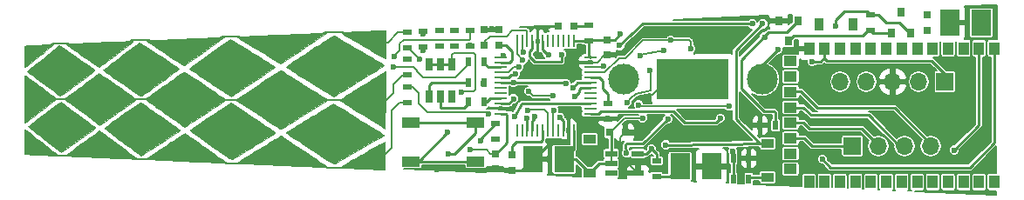
<source format=gbr>
G04 #@! TF.FileFunction,Copper,L1,Top,Signal*
%FSLAX46Y46*%
G04 Gerber Fmt 4.6, Leading zero omitted, Abs format (unit mm)*
G04 Created by KiCad (PCBNEW 4.0.6) date 09/09/17 15:21:19*
%MOMM*%
%LPD*%
G01*
G04 APERTURE LIST*
%ADD10C,0.100000*%
%ADD11C,0.010000*%
%ADD12R,1.300000X1.000000*%
%ADD13R,1.000000X1.300000*%
%ADD14C,3.000000*%
%ADD15R,7.000000X4.000000*%
%ADD16R,0.750000X0.800000*%
%ADD17R,0.800000X0.750000*%
%ADD18R,1.950000X2.500000*%
%ADD19R,1.200000X0.900000*%
%ADD20R,0.900000X1.200000*%
%ADD21R,1.700000X1.700000*%
%ADD22O,1.700000X1.700000*%
%ADD23R,0.900000X0.500000*%
%ADD24R,0.800000X0.900000*%
%ADD25R,0.500000X0.900000*%
%ADD26R,1.700000X1.000000*%
%ADD27R,0.250000X1.300000*%
%ADD28R,1.300000X0.250000*%
%ADD29R,1.150000X0.600000*%
%ADD30R,0.700000X1.300000*%
%ADD31C,0.600000*%
%ADD32C,0.152400*%
%ADD33C,0.250000*%
%ADD34C,0.203200*%
%ADD35C,0.152000*%
G04 APERTURE END LIST*
D10*
D11*
G36*
X138612973Y-75639912D02*
X138617809Y-75761528D01*
X138621983Y-75950838D01*
X138625323Y-76196893D01*
X138627655Y-76488742D01*
X138628807Y-76815437D01*
X138628900Y-76940855D01*
X138628900Y-78284771D01*
X138259323Y-78278573D01*
X138130051Y-78275099D01*
X137923891Y-78267924D01*
X137653451Y-78257557D01*
X137331337Y-78244510D01*
X136970158Y-78229295D01*
X136582519Y-78212423D01*
X136181030Y-78194404D01*
X136165055Y-78193675D01*
X135776719Y-78175677D01*
X135413331Y-78158303D01*
X135085367Y-78142094D01*
X134803303Y-78127592D01*
X134577616Y-78115335D01*
X134418782Y-78105866D01*
X134337278Y-78099725D01*
X134332054Y-78099079D01*
X134327968Y-78083808D01*
X134371104Y-78044204D01*
X134465284Y-77977945D01*
X134614330Y-77882711D01*
X134822062Y-77756181D01*
X135092302Y-77596033D01*
X135428873Y-77399948D01*
X135835595Y-77165603D01*
X136316290Y-76890678D01*
X136405072Y-76840062D01*
X136809731Y-76609660D01*
X137190777Y-76393109D01*
X137541166Y-76194384D01*
X137853852Y-76017463D01*
X138121790Y-75866321D01*
X138337935Y-75744936D01*
X138495240Y-75657282D01*
X138586661Y-75607337D01*
X138607650Y-75596940D01*
X138612973Y-75639912D01*
X138612973Y-75639912D01*
G37*
X138612973Y-75639912D02*
X138617809Y-75761528D01*
X138621983Y-75950838D01*
X138625323Y-76196893D01*
X138627655Y-76488742D01*
X138628807Y-76815437D01*
X138628900Y-76940855D01*
X138628900Y-78284771D01*
X138259323Y-78278573D01*
X138130051Y-78275099D01*
X137923891Y-78267924D01*
X137653451Y-78257557D01*
X137331337Y-78244510D01*
X136970158Y-78229295D01*
X136582519Y-78212423D01*
X136181030Y-78194404D01*
X136165055Y-78193675D01*
X135776719Y-78175677D01*
X135413331Y-78158303D01*
X135085367Y-78142094D01*
X134803303Y-78127592D01*
X134577616Y-78115335D01*
X134418782Y-78105866D01*
X134337278Y-78099725D01*
X134332054Y-78099079D01*
X134327968Y-78083808D01*
X134371104Y-78044204D01*
X134465284Y-77977945D01*
X134614330Y-77882711D01*
X134822062Y-77756181D01*
X135092302Y-77596033D01*
X135428873Y-77399948D01*
X135835595Y-77165603D01*
X136316290Y-76890678D01*
X136405072Y-76840062D01*
X136809731Y-76609660D01*
X137190777Y-76393109D01*
X137541166Y-76194384D01*
X137853852Y-76017463D01*
X138121790Y-75866321D01*
X138337935Y-75744936D01*
X138495240Y-75657282D01*
X138586661Y-75607337D01*
X138607650Y-75596940D01*
X138612973Y-75639912D01*
G36*
X128552847Y-75038529D02*
X128661725Y-75106927D01*
X128829126Y-75214576D01*
X129047215Y-75356287D01*
X129308159Y-75526867D01*
X129604123Y-75721124D01*
X129927273Y-75933867D01*
X130269776Y-76159904D01*
X130623797Y-76394043D01*
X130981502Y-76631093D01*
X131335057Y-76865861D01*
X131676628Y-77093156D01*
X131998381Y-77307786D01*
X132292482Y-77504559D01*
X132551097Y-77678285D01*
X132766391Y-77823770D01*
X132930532Y-77935823D01*
X133035684Y-78009253D01*
X133074014Y-78038867D01*
X133074050Y-78039028D01*
X133073937Y-78044556D01*
X133069192Y-78049060D01*
X133053209Y-78052309D01*
X133019377Y-78054071D01*
X132961089Y-78054115D01*
X132871737Y-78052208D01*
X132744713Y-78048120D01*
X132573408Y-78041619D01*
X132351215Y-78032474D01*
X132071524Y-78020452D01*
X131727729Y-78005322D01*
X131313219Y-77986853D01*
X130821389Y-77964813D01*
X130341422Y-77943269D01*
X129806444Y-77919360D01*
X129229540Y-77893759D01*
X128630479Y-77867332D01*
X128029034Y-77840946D01*
X127444975Y-77815466D01*
X126898073Y-77791758D01*
X126408100Y-77770688D01*
X126130487Y-77758858D01*
X125640868Y-77737020D01*
X125220892Y-77716048D01*
X124874017Y-77696173D01*
X124603699Y-77677628D01*
X124413397Y-77660643D01*
X124306568Y-77645450D01*
X124283341Y-77635212D01*
X124322162Y-77605230D01*
X124429009Y-77533768D01*
X124595450Y-77426055D01*
X124813053Y-77287316D01*
X125073387Y-77122779D01*
X125368021Y-76937671D01*
X125688523Y-76737221D01*
X126026463Y-76526654D01*
X126373408Y-76311198D01*
X126720927Y-76096081D01*
X127060589Y-75886529D01*
X127383963Y-75687771D01*
X127682617Y-75505032D01*
X127948120Y-75343541D01*
X128172040Y-75208525D01*
X128345947Y-75105211D01*
X128461408Y-75038826D01*
X128509992Y-75014598D01*
X128510325Y-75014577D01*
X128552847Y-75038529D01*
X128552847Y-75038529D01*
G37*
X128552847Y-75038529D02*
X128661725Y-75106927D01*
X128829126Y-75214576D01*
X129047215Y-75356287D01*
X129308159Y-75526867D01*
X129604123Y-75721124D01*
X129927273Y-75933867D01*
X130269776Y-76159904D01*
X130623797Y-76394043D01*
X130981502Y-76631093D01*
X131335057Y-76865861D01*
X131676628Y-77093156D01*
X131998381Y-77307786D01*
X132292482Y-77504559D01*
X132551097Y-77678285D01*
X132766391Y-77823770D01*
X132930532Y-77935823D01*
X133035684Y-78009253D01*
X133074014Y-78038867D01*
X133074050Y-78039028D01*
X133073937Y-78044556D01*
X133069192Y-78049060D01*
X133053209Y-78052309D01*
X133019377Y-78054071D01*
X132961089Y-78054115D01*
X132871737Y-78052208D01*
X132744713Y-78048120D01*
X132573408Y-78041619D01*
X132351215Y-78032474D01*
X132071524Y-78020452D01*
X131727729Y-78005322D01*
X131313219Y-77986853D01*
X130821389Y-77964813D01*
X130341422Y-77943269D01*
X129806444Y-77919360D01*
X129229540Y-77893759D01*
X128630479Y-77867332D01*
X128029034Y-77840946D01*
X127444975Y-77815466D01*
X126898073Y-77791758D01*
X126408100Y-77770688D01*
X126130487Y-77758858D01*
X125640868Y-77737020D01*
X125220892Y-77716048D01*
X124874017Y-77696173D01*
X124603699Y-77677628D01*
X124413397Y-77660643D01*
X124306568Y-77645450D01*
X124283341Y-77635212D01*
X124322162Y-77605230D01*
X124429009Y-77533768D01*
X124595450Y-77426055D01*
X124813053Y-77287316D01*
X125073387Y-77122779D01*
X125368021Y-76937671D01*
X125688523Y-76737221D01*
X126026463Y-76526654D01*
X126373408Y-76311198D01*
X126720927Y-76096081D01*
X127060589Y-75886529D01*
X127383963Y-75687771D01*
X127682617Y-75505032D01*
X127948120Y-75343541D01*
X128172040Y-75208525D01*
X128345947Y-75105211D01*
X128461408Y-75038826D01*
X128509992Y-75014598D01*
X128510325Y-75014577D01*
X128552847Y-75038529D01*
G36*
X133662808Y-71911240D02*
X133781277Y-71974588D01*
X133961300Y-72077284D01*
X134195773Y-72215089D01*
X134477593Y-72383763D01*
X134799657Y-72579067D01*
X135154860Y-72796762D01*
X135536100Y-73032607D01*
X135785660Y-73188107D01*
X136190139Y-73440758D01*
X136580969Y-73684748D01*
X136949837Y-73914896D01*
X137288433Y-74126025D01*
X137588445Y-74312954D01*
X137841562Y-74470503D01*
X138039474Y-74593494D01*
X138173868Y-74676746D01*
X138214526Y-74701776D01*
X138361853Y-74795161D01*
X138474293Y-74872343D01*
X138534084Y-74920886D01*
X138539305Y-74929148D01*
X138502100Y-74958244D01*
X138397347Y-75025471D01*
X138235345Y-75124604D01*
X138026391Y-75249416D01*
X137780782Y-75393683D01*
X137542568Y-75531748D01*
X136847605Y-75931972D01*
X136227858Y-76288526D01*
X135681048Y-76602709D01*
X135204899Y-76875817D01*
X134797135Y-77109149D01*
X134455477Y-77304004D01*
X134177650Y-77461679D01*
X133961376Y-77583471D01*
X133804378Y-77670681D01*
X133704380Y-77724604D01*
X133659104Y-77746540D01*
X133656346Y-77747205D01*
X133611971Y-77723506D01*
X133502865Y-77656640D01*
X133338964Y-77552953D01*
X133130206Y-77418792D01*
X132886530Y-77260502D01*
X132617872Y-77084430D01*
X132598855Y-77071911D01*
X131929102Y-76630616D01*
X131333023Y-76237294D01*
X130809221Y-75891013D01*
X130356299Y-75590841D01*
X129972861Y-75335848D01*
X129657511Y-75125100D01*
X129408851Y-74957666D01*
X129225487Y-74832615D01*
X129106020Y-74749015D01*
X129049054Y-74705933D01*
X129043428Y-74699662D01*
X129080133Y-74672297D01*
X129185323Y-74603388D01*
X129350909Y-74497905D01*
X129568804Y-74360819D01*
X129830919Y-74197099D01*
X130129166Y-74011716D01*
X130455456Y-73809642D01*
X130801702Y-73595847D01*
X131159814Y-73375301D01*
X131521705Y-73152974D01*
X131879287Y-72933839D01*
X132224471Y-72722864D01*
X132549168Y-72525021D01*
X132845291Y-72345280D01*
X133104750Y-72188611D01*
X133319459Y-72059986D01*
X133481329Y-71964375D01*
X133582270Y-71906749D01*
X133612997Y-71891480D01*
X133662808Y-71911240D01*
X133662808Y-71911240D01*
G37*
X133662808Y-71911240D02*
X133781277Y-71974588D01*
X133961300Y-72077284D01*
X134195773Y-72215089D01*
X134477593Y-72383763D01*
X134799657Y-72579067D01*
X135154860Y-72796762D01*
X135536100Y-73032607D01*
X135785660Y-73188107D01*
X136190139Y-73440758D01*
X136580969Y-73684748D01*
X136949837Y-73914896D01*
X137288433Y-74126025D01*
X137588445Y-74312954D01*
X137841562Y-74470503D01*
X138039474Y-74593494D01*
X138173868Y-74676746D01*
X138214526Y-74701776D01*
X138361853Y-74795161D01*
X138474293Y-74872343D01*
X138534084Y-74920886D01*
X138539305Y-74929148D01*
X138502100Y-74958244D01*
X138397347Y-75025471D01*
X138235345Y-75124604D01*
X138026391Y-75249416D01*
X137780782Y-75393683D01*
X137542568Y-75531748D01*
X136847605Y-75931972D01*
X136227858Y-76288526D01*
X135681048Y-76602709D01*
X135204899Y-76875817D01*
X134797135Y-77109149D01*
X134455477Y-77304004D01*
X134177650Y-77461679D01*
X133961376Y-77583471D01*
X133804378Y-77670681D01*
X133704380Y-77724604D01*
X133659104Y-77746540D01*
X133656346Y-77747205D01*
X133611971Y-77723506D01*
X133502865Y-77656640D01*
X133338964Y-77552953D01*
X133130206Y-77418792D01*
X132886530Y-77260502D01*
X132617872Y-77084430D01*
X132598855Y-77071911D01*
X131929102Y-76630616D01*
X131333023Y-76237294D01*
X130809221Y-75891013D01*
X130356299Y-75590841D01*
X129972861Y-75335848D01*
X129657511Y-75125100D01*
X129408851Y-74957666D01*
X129225487Y-74832615D01*
X129106020Y-74749015D01*
X129049054Y-74705933D01*
X129043428Y-74699662D01*
X129080133Y-74672297D01*
X129185323Y-74603388D01*
X129350909Y-74497905D01*
X129568804Y-74360819D01*
X129830919Y-74197099D01*
X130129166Y-74011716D01*
X130455456Y-73809642D01*
X130801702Y-73595847D01*
X131159814Y-73375301D01*
X131521705Y-73152974D01*
X131879287Y-72933839D01*
X132224471Y-72722864D01*
X132549168Y-72525021D01*
X132845291Y-72345280D01*
X133104750Y-72188611D01*
X133319459Y-72059986D01*
X133481329Y-71964375D01*
X133582270Y-71906749D01*
X133612997Y-71891480D01*
X133662808Y-71911240D01*
G36*
X119298697Y-74812114D02*
X119411055Y-74890611D01*
X119569454Y-75002325D01*
X119760476Y-75137804D01*
X119903679Y-75239763D01*
X120090526Y-75372488D01*
X120336551Y-75546469D01*
X120627483Y-75751657D01*
X120949051Y-75978002D01*
X121286984Y-76215455D01*
X121627010Y-76453966D01*
X121807559Y-76580427D01*
X122111732Y-76793783D01*
X122394300Y-76992805D01*
X122646426Y-77171206D01*
X122859268Y-77322696D01*
X123023988Y-77440986D01*
X123131745Y-77519788D01*
X123172273Y-77551325D01*
X123183424Y-77566811D01*
X123177966Y-77579827D01*
X123150919Y-77590258D01*
X123097305Y-77597988D01*
X123012145Y-77602899D01*
X122890458Y-77604875D01*
X122727266Y-77603800D01*
X122517590Y-77599557D01*
X122256450Y-77592029D01*
X121938867Y-77581100D01*
X121559862Y-77566653D01*
X121114456Y-77548573D01*
X120597669Y-77526742D01*
X120004522Y-77501043D01*
X119330036Y-77471361D01*
X118854621Y-77450275D01*
X118311001Y-77425839D01*
X117793646Y-77402051D01*
X117309491Y-77379263D01*
X116865470Y-77357825D01*
X116468517Y-77338089D01*
X116125566Y-77320407D01*
X115843551Y-77305130D01*
X115629406Y-77292610D01*
X115490066Y-77283198D01*
X115432464Y-77277245D01*
X115431370Y-77276777D01*
X115423452Y-77271360D01*
X115417543Y-77266326D01*
X115419538Y-77257630D01*
X115435335Y-77241227D01*
X115470829Y-77213073D01*
X115531918Y-77169123D01*
X115624498Y-77105332D01*
X115754465Y-77017657D01*
X115927717Y-76902051D01*
X116150150Y-76754471D01*
X116427661Y-76570872D01*
X116766145Y-76347209D01*
X117171500Y-76079438D01*
X117319518Y-75981649D01*
X117728278Y-75712901D01*
X118099975Y-75471151D01*
X118429163Y-75259807D01*
X118710391Y-75082279D01*
X118938212Y-74941976D01*
X119107178Y-74842307D01*
X119211841Y-74786682D01*
X119245796Y-74776285D01*
X119298697Y-74812114D01*
X119298697Y-74812114D01*
G37*
X119298697Y-74812114D02*
X119411055Y-74890611D01*
X119569454Y-75002325D01*
X119760476Y-75137804D01*
X119903679Y-75239763D01*
X120090526Y-75372488D01*
X120336551Y-75546469D01*
X120627483Y-75751657D01*
X120949051Y-75978002D01*
X121286984Y-76215455D01*
X121627010Y-76453966D01*
X121807559Y-76580427D01*
X122111732Y-76793783D01*
X122394300Y-76992805D01*
X122646426Y-77171206D01*
X122859268Y-77322696D01*
X123023988Y-77440986D01*
X123131745Y-77519788D01*
X123172273Y-77551325D01*
X123183424Y-77566811D01*
X123177966Y-77579827D01*
X123150919Y-77590258D01*
X123097305Y-77597988D01*
X123012145Y-77602899D01*
X122890458Y-77604875D01*
X122727266Y-77603800D01*
X122517590Y-77599557D01*
X122256450Y-77592029D01*
X121938867Y-77581100D01*
X121559862Y-77566653D01*
X121114456Y-77548573D01*
X120597669Y-77526742D01*
X120004522Y-77501043D01*
X119330036Y-77471361D01*
X118854621Y-77450275D01*
X118311001Y-77425839D01*
X117793646Y-77402051D01*
X117309491Y-77379263D01*
X116865470Y-77357825D01*
X116468517Y-77338089D01*
X116125566Y-77320407D01*
X115843551Y-77305130D01*
X115629406Y-77292610D01*
X115490066Y-77283198D01*
X115432464Y-77277245D01*
X115431370Y-77276777D01*
X115423452Y-77271360D01*
X115417543Y-77266326D01*
X115419538Y-77257630D01*
X115435335Y-77241227D01*
X115470829Y-77213073D01*
X115531918Y-77169123D01*
X115624498Y-77105332D01*
X115754465Y-77017657D01*
X115927717Y-76902051D01*
X116150150Y-76754471D01*
X116427661Y-76570872D01*
X116766145Y-76347209D01*
X117171500Y-76079438D01*
X117319518Y-75981649D01*
X117728278Y-75712901D01*
X118099975Y-75471151D01*
X118429163Y-75259807D01*
X118710391Y-75082279D01*
X118938212Y-74941976D01*
X119107178Y-74842307D01*
X119211841Y-74786682D01*
X119245796Y-74776285D01*
X119298697Y-74812114D01*
G36*
X125814654Y-73203937D02*
X126206434Y-73464868D01*
X126575243Y-73712019D01*
X126914405Y-73940815D01*
X127217244Y-74146678D01*
X127477085Y-74325031D01*
X127687250Y-74471300D01*
X127841064Y-74580906D01*
X127931851Y-74649274D01*
X127954596Y-74670878D01*
X127922632Y-74714132D01*
X127828489Y-74790552D01*
X127687588Y-74888517D01*
X127551422Y-74974681D01*
X127426361Y-75051165D01*
X127243065Y-75163803D01*
X127010924Y-75306783D01*
X126739333Y-75474294D01*
X126437684Y-75660526D01*
X126115370Y-75859666D01*
X125781784Y-76065905D01*
X125446319Y-76273430D01*
X125118367Y-76476431D01*
X124807322Y-76669096D01*
X124522576Y-76845614D01*
X124273522Y-77000174D01*
X124069553Y-77126965D01*
X123920062Y-77220176D01*
X123834442Y-77273996D01*
X123822131Y-77281908D01*
X123797806Y-77291597D01*
X123763592Y-77290206D01*
X123713584Y-77273942D01*
X123641877Y-77239010D01*
X123542568Y-77181617D01*
X123409751Y-77097970D01*
X123237522Y-76984274D01*
X123019976Y-76836736D01*
X122751209Y-76651562D01*
X122425315Y-76424958D01*
X122036392Y-76153131D01*
X121716664Y-75929134D01*
X121339020Y-75663847D01*
X120983902Y-75413307D01*
X120658019Y-75182320D01*
X120368077Y-74975694D01*
X120120786Y-74798232D01*
X119922852Y-74654743D01*
X119780984Y-74550032D01*
X119701890Y-74488904D01*
X119687365Y-74475175D01*
X119719284Y-74440410D01*
X119816777Y-74363918D01*
X119970159Y-74252583D01*
X120169744Y-74113293D01*
X120405848Y-73952933D01*
X120650504Y-73790402D01*
X120981570Y-73572568D01*
X121360801Y-73322836D01*
X121761622Y-73058718D01*
X122157460Y-72797728D01*
X122521741Y-72557376D01*
X122656453Y-72468437D01*
X123684535Y-71789515D01*
X125814654Y-73203937D01*
X125814654Y-73203937D01*
G37*
X125814654Y-73203937D02*
X126206434Y-73464868D01*
X126575243Y-73712019D01*
X126914405Y-73940815D01*
X127217244Y-74146678D01*
X127477085Y-74325031D01*
X127687250Y-74471300D01*
X127841064Y-74580906D01*
X127931851Y-74649274D01*
X127954596Y-74670878D01*
X127922632Y-74714132D01*
X127828489Y-74790552D01*
X127687588Y-74888517D01*
X127551422Y-74974681D01*
X127426361Y-75051165D01*
X127243065Y-75163803D01*
X127010924Y-75306783D01*
X126739333Y-75474294D01*
X126437684Y-75660526D01*
X126115370Y-75859666D01*
X125781784Y-76065905D01*
X125446319Y-76273430D01*
X125118367Y-76476431D01*
X124807322Y-76669096D01*
X124522576Y-76845614D01*
X124273522Y-77000174D01*
X124069553Y-77126965D01*
X123920062Y-77220176D01*
X123834442Y-77273996D01*
X123822131Y-77281908D01*
X123797806Y-77291597D01*
X123763592Y-77290206D01*
X123713584Y-77273942D01*
X123641877Y-77239010D01*
X123542568Y-77181617D01*
X123409751Y-77097970D01*
X123237522Y-76984274D01*
X123019976Y-76836736D01*
X122751209Y-76651562D01*
X122425315Y-76424958D01*
X122036392Y-76153131D01*
X121716664Y-75929134D01*
X121339020Y-75663847D01*
X120983902Y-75413307D01*
X120658019Y-75182320D01*
X120368077Y-74975694D01*
X120120786Y-74798232D01*
X119922852Y-74654743D01*
X119780984Y-74550032D01*
X119701890Y-74488904D01*
X119687365Y-74475175D01*
X119719284Y-74440410D01*
X119816777Y-74363918D01*
X119970159Y-74252583D01*
X120169744Y-74113293D01*
X120405848Y-73952933D01*
X120650504Y-73790402D01*
X120981570Y-73572568D01*
X121360801Y-73322836D01*
X121761622Y-73058718D01*
X122157460Y-72797728D01*
X122521741Y-72557376D01*
X122656453Y-72468437D01*
X123684535Y-71789515D01*
X125814654Y-73203937D01*
G36*
X111098078Y-74627253D02*
X111161862Y-74674887D01*
X111289686Y-74769975D01*
X111473608Y-74906621D01*
X111705687Y-75078931D01*
X111977982Y-75281010D01*
X112282553Y-75506963D01*
X112611458Y-75750896D01*
X112880819Y-75950617D01*
X113218556Y-76201491D01*
X113534069Y-76436789D01*
X113820064Y-76651006D01*
X114069252Y-76838636D01*
X114274339Y-76994174D01*
X114428035Y-77112115D01*
X114523048Y-77186954D01*
X114552158Y-77212456D01*
X114555593Y-77222779D01*
X114548391Y-77231360D01*
X114524955Y-77238044D01*
X114479685Y-77242678D01*
X114406985Y-77245110D01*
X114301255Y-77245187D01*
X114156899Y-77242754D01*
X113968317Y-77237660D01*
X113729911Y-77229750D01*
X113436084Y-77218871D01*
X113081238Y-77204872D01*
X112659773Y-77187597D01*
X112166093Y-77166895D01*
X111594599Y-77142612D01*
X110939693Y-77114594D01*
X110877048Y-77111909D01*
X110360431Y-77089512D01*
X109868378Y-77067694D01*
X109408486Y-77046823D01*
X108988354Y-77027266D01*
X108615578Y-77009391D01*
X108297758Y-76993566D01*
X108042491Y-76980158D01*
X107857373Y-76969536D01*
X107750005Y-76962066D01*
X107726864Y-76959439D01*
X107652642Y-76928154D01*
X107637269Y-76896513D01*
X107676840Y-76861067D01*
X107784569Y-76778362D01*
X107955044Y-76652274D01*
X108182853Y-76486679D01*
X108462587Y-76285454D01*
X108788833Y-76052474D01*
X109156181Y-75791616D01*
X109559219Y-75506755D01*
X109992535Y-75201768D01*
X110450720Y-74880531D01*
X110493316Y-74850727D01*
X110960730Y-74523749D01*
X111098078Y-74627253D01*
X111098078Y-74627253D01*
G37*
X111098078Y-74627253D02*
X111161862Y-74674887D01*
X111289686Y-74769975D01*
X111473608Y-74906621D01*
X111705687Y-75078931D01*
X111977982Y-75281010D01*
X112282553Y-75506963D01*
X112611458Y-75750896D01*
X112880819Y-75950617D01*
X113218556Y-76201491D01*
X113534069Y-76436789D01*
X113820064Y-76651006D01*
X114069252Y-76838636D01*
X114274339Y-76994174D01*
X114428035Y-77112115D01*
X114523048Y-77186954D01*
X114552158Y-77212456D01*
X114555593Y-77222779D01*
X114548391Y-77231360D01*
X114524955Y-77238044D01*
X114479685Y-77242678D01*
X114406985Y-77245110D01*
X114301255Y-77245187D01*
X114156899Y-77242754D01*
X113968317Y-77237660D01*
X113729911Y-77229750D01*
X113436084Y-77218871D01*
X113081238Y-77204872D01*
X112659773Y-77187597D01*
X112166093Y-77166895D01*
X111594599Y-77142612D01*
X110939693Y-77114594D01*
X110877048Y-77111909D01*
X110360431Y-77089512D01*
X109868378Y-77067694D01*
X109408486Y-77046823D01*
X108988354Y-77027266D01*
X108615578Y-77009391D01*
X108297758Y-76993566D01*
X108042491Y-76980158D01*
X107857373Y-76969536D01*
X107750005Y-76962066D01*
X107726864Y-76959439D01*
X107652642Y-76928154D01*
X107637269Y-76896513D01*
X107676840Y-76861067D01*
X107784569Y-76778362D01*
X107955044Y-76652274D01*
X108182853Y-76486679D01*
X108462587Y-76285454D01*
X108788833Y-76052474D01*
X109156181Y-75791616D01*
X109559219Y-75506755D01*
X109992535Y-75201768D01*
X110450720Y-74880531D01*
X110493316Y-74850727D01*
X110960730Y-74523749D01*
X111098078Y-74627253D01*
G36*
X103724811Y-74413563D02*
X103825716Y-74484075D01*
X103963275Y-74587055D01*
X104069072Y-74669368D01*
X104191561Y-74765730D01*
X104373234Y-74908209D01*
X104602621Y-75087830D01*
X104868251Y-75295618D01*
X105158654Y-75522600D01*
X105462358Y-75759800D01*
X105651227Y-75907220D01*
X106006256Y-76185909D01*
X106292481Y-76414361D01*
X106513260Y-76595440D01*
X106671951Y-76732014D01*
X106771912Y-76826948D01*
X106816499Y-76883106D01*
X106815953Y-76901301D01*
X106720235Y-76933032D01*
X106688512Y-76934033D01*
X106628685Y-76930782D01*
X106490608Y-76924126D01*
X106285540Y-76914580D01*
X106024739Y-76902660D01*
X105719465Y-76888883D01*
X105380975Y-76873765D01*
X105187806Y-76865202D01*
X104836651Y-76849187D01*
X104513182Y-76833496D01*
X104228545Y-76818745D01*
X103993889Y-76805547D01*
X103820359Y-76794516D01*
X103719103Y-76786266D01*
X103698300Y-76783151D01*
X103680528Y-76756166D01*
X103666638Y-76683152D01*
X103656261Y-76556180D01*
X103649030Y-76367321D01*
X103644578Y-76108644D01*
X103642536Y-75772219D01*
X103642304Y-75575947D01*
X103643558Y-75260168D01*
X103647095Y-74975941D01*
X103652572Y-74734910D01*
X103659650Y-74548719D01*
X103667987Y-74429010D01*
X103677097Y-74387416D01*
X103724811Y-74413563D01*
X103724811Y-74413563D01*
G37*
X103724811Y-74413563D02*
X103825716Y-74484075D01*
X103963275Y-74587055D01*
X104069072Y-74669368D01*
X104191561Y-74765730D01*
X104373234Y-74908209D01*
X104602621Y-75087830D01*
X104868251Y-75295618D01*
X105158654Y-75522600D01*
X105462358Y-75759800D01*
X105651227Y-75907220D01*
X106006256Y-76185909D01*
X106292481Y-76414361D01*
X106513260Y-76595440D01*
X106671951Y-76732014D01*
X106771912Y-76826948D01*
X106816499Y-76883106D01*
X106815953Y-76901301D01*
X106720235Y-76933032D01*
X106688512Y-76934033D01*
X106628685Y-76930782D01*
X106490608Y-76924126D01*
X106285540Y-76914580D01*
X106024739Y-76902660D01*
X105719465Y-76888883D01*
X105380975Y-76873765D01*
X105187806Y-76865202D01*
X104836651Y-76849187D01*
X104513182Y-76833496D01*
X104228545Y-76818745D01*
X103993889Y-76805547D01*
X103820359Y-76794516D01*
X103719103Y-76786266D01*
X103698300Y-76783151D01*
X103680528Y-76756166D01*
X103666638Y-76683152D01*
X103656261Y-76556180D01*
X103649030Y-76367321D01*
X103644578Y-76108644D01*
X103642536Y-75772219D01*
X103642304Y-75575947D01*
X103643558Y-75260168D01*
X103647095Y-74975941D01*
X103652572Y-74734910D01*
X103659650Y-74548719D01*
X103667987Y-74429010D01*
X103677097Y-74387416D01*
X103724811Y-74413563D01*
G36*
X114926356Y-71790316D02*
X115046548Y-71857807D01*
X115231655Y-71974313D01*
X115478216Y-72137572D01*
X115782770Y-72345321D01*
X116141855Y-72595299D01*
X116285651Y-72696492D01*
X116622237Y-72933755D01*
X116960403Y-73171726D01*
X117287148Y-73401286D01*
X117589473Y-73613314D01*
X117854375Y-73798692D01*
X118068857Y-73948299D01*
X118188665Y-74031446D01*
X118380599Y-74165829D01*
X118543324Y-74282959D01*
X118663898Y-74373268D01*
X118729374Y-74427183D01*
X118737431Y-74437180D01*
X118701759Y-74466442D01*
X118599884Y-74539185D01*
X118440449Y-74649641D01*
X118232097Y-74792048D01*
X117983471Y-74960639D01*
X117703216Y-75149650D01*
X117399974Y-75353315D01*
X117082389Y-75565869D01*
X116759105Y-75781547D01*
X116438764Y-75994584D01*
X116130010Y-76199215D01*
X115841487Y-76389675D01*
X115581837Y-76560198D01*
X115359705Y-76705020D01*
X115183734Y-76818375D01*
X115062568Y-76894498D01*
X115004849Y-76927625D01*
X115002267Y-76928515D01*
X114953985Y-76905728D01*
X114844724Y-76836337D01*
X114685068Y-76727646D01*
X114485603Y-76586954D01*
X114256916Y-76421564D01*
X114102445Y-76307856D01*
X113580929Y-75921225D01*
X113127315Y-75584513D01*
X112737360Y-75294513D01*
X112406822Y-75048017D01*
X112131459Y-74841816D01*
X111907029Y-74672702D01*
X111729290Y-74537469D01*
X111593999Y-74432909D01*
X111496916Y-74355812D01*
X111433798Y-74302972D01*
X111400402Y-74271181D01*
X111392215Y-74258380D01*
X111426744Y-74220054D01*
X111520747Y-74142318D01*
X111659852Y-74036491D01*
X111828988Y-73914385D01*
X112276911Y-73598576D01*
X112708461Y-73294487D01*
X113117683Y-73006307D01*
X113498620Y-72738219D01*
X113845316Y-72494410D01*
X114151815Y-72279065D01*
X114412161Y-72096370D01*
X114620398Y-71950511D01*
X114770569Y-71845674D01*
X114856719Y-71786044D01*
X114874540Y-71774103D01*
X114926356Y-71790316D01*
X114926356Y-71790316D01*
G37*
X114926356Y-71790316D02*
X115046548Y-71857807D01*
X115231655Y-71974313D01*
X115478216Y-72137572D01*
X115782770Y-72345321D01*
X116141855Y-72595299D01*
X116285651Y-72696492D01*
X116622237Y-72933755D01*
X116960403Y-73171726D01*
X117287148Y-73401286D01*
X117589473Y-73613314D01*
X117854375Y-73798692D01*
X118068857Y-73948299D01*
X118188665Y-74031446D01*
X118380599Y-74165829D01*
X118543324Y-74282959D01*
X118663898Y-74373268D01*
X118729374Y-74427183D01*
X118737431Y-74437180D01*
X118701759Y-74466442D01*
X118599884Y-74539185D01*
X118440449Y-74649641D01*
X118232097Y-74792048D01*
X117983471Y-74960639D01*
X117703216Y-75149650D01*
X117399974Y-75353315D01*
X117082389Y-75565869D01*
X116759105Y-75781547D01*
X116438764Y-75994584D01*
X116130010Y-76199215D01*
X115841487Y-76389675D01*
X115581837Y-76560198D01*
X115359705Y-76705020D01*
X115183734Y-76818375D01*
X115062568Y-76894498D01*
X115004849Y-76927625D01*
X115002267Y-76928515D01*
X114953985Y-76905728D01*
X114844724Y-76836337D01*
X114685068Y-76727646D01*
X114485603Y-76586954D01*
X114256916Y-76421564D01*
X114102445Y-76307856D01*
X113580929Y-75921225D01*
X113127315Y-75584513D01*
X112737360Y-75294513D01*
X112406822Y-75048017D01*
X112131459Y-74841816D01*
X111907029Y-74672702D01*
X111729290Y-74537469D01*
X111593999Y-74432909D01*
X111496916Y-74355812D01*
X111433798Y-74302972D01*
X111400402Y-74271181D01*
X111392215Y-74258380D01*
X111426744Y-74220054D01*
X111520747Y-74142318D01*
X111659852Y-74036491D01*
X111828988Y-73914385D01*
X112276911Y-73598576D01*
X112708461Y-73294487D01*
X113117683Y-73006307D01*
X113498620Y-72738219D01*
X113845316Y-72494410D01*
X114151815Y-72279065D01*
X114412161Y-72096370D01*
X114620398Y-71950511D01*
X114770569Y-71845674D01*
X114856719Y-71786044D01*
X114874540Y-71774103D01*
X114926356Y-71790316D01*
G36*
X107239649Y-71762164D02*
X107351520Y-71843650D01*
X107516800Y-71965071D01*
X107726270Y-72119630D01*
X107970710Y-72300533D01*
X108240900Y-72500982D01*
X108368406Y-72595733D01*
X108676934Y-72825061D01*
X108990398Y-73057954D01*
X109293846Y-73283308D01*
X109572323Y-73490023D01*
X109810878Y-73666996D01*
X109994556Y-73803124D01*
X110014702Y-73818040D01*
X110200614Y-73957902D01*
X110357589Y-74080258D01*
X110472916Y-74174864D01*
X110533882Y-74231475D01*
X110540219Y-74241559D01*
X110504627Y-74273616D01*
X110403077Y-74351936D01*
X110242868Y-74471200D01*
X110031297Y-74626090D01*
X109775664Y-74811288D01*
X109483267Y-75021476D01*
X109161405Y-75251336D01*
X108883579Y-75448666D01*
X107227790Y-76621910D01*
X106207798Y-75827582D01*
X105754246Y-75474290D01*
X105366436Y-75171982D01*
X105039352Y-74916684D01*
X104767979Y-74704419D01*
X104547301Y-74531214D01*
X104372302Y-74393093D01*
X104237967Y-74286081D01*
X104139279Y-74206204D01*
X104071224Y-74149486D01*
X104028786Y-74111953D01*
X104006948Y-74089629D01*
X104000695Y-74078539D01*
X104000694Y-74078453D01*
X104035330Y-74046710D01*
X104134392Y-73966822D01*
X104290620Y-73844384D01*
X104496753Y-73684993D01*
X104745531Y-73494244D01*
X105029693Y-73277734D01*
X105341979Y-73041059D01*
X105566522Y-72871586D01*
X106006502Y-72541865D01*
X106376899Y-72268193D01*
X106677912Y-72050432D01*
X106909740Y-71888441D01*
X107072583Y-71782078D01*
X107166640Y-71731203D01*
X107190407Y-71727408D01*
X107239649Y-71762164D01*
X107239649Y-71762164D01*
G37*
X107239649Y-71762164D02*
X107351520Y-71843650D01*
X107516800Y-71965071D01*
X107726270Y-72119630D01*
X107970710Y-72300533D01*
X108240900Y-72500982D01*
X108368406Y-72595733D01*
X108676934Y-72825061D01*
X108990398Y-73057954D01*
X109293846Y-73283308D01*
X109572323Y-73490023D01*
X109810878Y-73666996D01*
X109994556Y-73803124D01*
X110014702Y-73818040D01*
X110200614Y-73957902D01*
X110357589Y-74080258D01*
X110472916Y-74174864D01*
X110533882Y-74231475D01*
X110540219Y-74241559D01*
X110504627Y-74273616D01*
X110403077Y-74351936D01*
X110242868Y-74471200D01*
X110031297Y-74626090D01*
X109775664Y-74811288D01*
X109483267Y-75021476D01*
X109161405Y-75251336D01*
X108883579Y-75448666D01*
X107227790Y-76621910D01*
X106207798Y-75827582D01*
X105754246Y-75474290D01*
X105366436Y-75171982D01*
X105039352Y-74916684D01*
X104767979Y-74704419D01*
X104547301Y-74531214D01*
X104372302Y-74393093D01*
X104237967Y-74286081D01*
X104139279Y-74206204D01*
X104071224Y-74149486D01*
X104028786Y-74111953D01*
X104006948Y-74089629D01*
X104000695Y-74078539D01*
X104000694Y-74078453D01*
X104035330Y-74046710D01*
X104134392Y-73966822D01*
X104290620Y-73844384D01*
X104496753Y-73684993D01*
X104745531Y-73494244D01*
X105029693Y-73277734D01*
X105341979Y-73041059D01*
X105566522Y-72871586D01*
X106006502Y-72541865D01*
X106376899Y-72268193D01*
X106677912Y-72050432D01*
X106909740Y-71888441D01*
X107072583Y-71782078D01*
X107166640Y-71731203D01*
X107190407Y-71727408D01*
X107239649Y-71762164D01*
G36*
X128545418Y-68676473D02*
X128660872Y-68742196D01*
X128834358Y-68845205D01*
X129057056Y-68980155D01*
X129320147Y-69141703D01*
X129614813Y-69324506D01*
X129926585Y-69519670D01*
X130292880Y-69749751D01*
X130678988Y-69991928D01*
X131067478Y-70235291D01*
X131440918Y-70468930D01*
X131781876Y-70681936D01*
X132072920Y-70863397D01*
X132191012Y-70936861D01*
X132441276Y-71094209D01*
X132663064Y-71237144D01*
X132845950Y-71358656D01*
X132979507Y-71451736D01*
X133053308Y-71509375D01*
X133064557Y-71524069D01*
X133024570Y-71556093D01*
X132917910Y-71628741D01*
X132754260Y-71735768D01*
X132543303Y-71870925D01*
X132294722Y-72027968D01*
X132018200Y-72200650D01*
X131954120Y-72240402D01*
X131600436Y-72459545D01*
X131196592Y-72709771D01*
X130768588Y-72974969D01*
X130342423Y-73239031D01*
X129944096Y-73485848D01*
X129709000Y-73631522D01*
X129419003Y-73809876D01*
X129151840Y-73971627D01*
X128917422Y-74110976D01*
X128725661Y-74222124D01*
X128586470Y-74299271D01*
X128509759Y-74336618D01*
X128499477Y-74339212D01*
X128426503Y-74312368D01*
X128318847Y-74249336D01*
X128280752Y-74223071D01*
X128213811Y-74177133D01*
X128079649Y-74086970D01*
X127885873Y-73957632D01*
X127640090Y-73794169D01*
X127349907Y-73601632D01*
X127022929Y-73385071D01*
X126666764Y-73149535D01*
X126289017Y-72900075D01*
X126133287Y-72797330D01*
X124142612Y-71484323D01*
X125797308Y-70392106D01*
X126309100Y-70054386D01*
X126751346Y-69762824D01*
X127129196Y-69514102D01*
X127447799Y-69304904D01*
X127712304Y-69131915D01*
X127927861Y-68991815D01*
X128099620Y-68881290D01*
X128232729Y-68797022D01*
X128332339Y-68735694D01*
X128403599Y-68693991D01*
X128451658Y-68668594D01*
X128481667Y-68656187D01*
X128496813Y-68653377D01*
X128545418Y-68676473D01*
X128545418Y-68676473D01*
G37*
X128545418Y-68676473D02*
X128660872Y-68742196D01*
X128834358Y-68845205D01*
X129057056Y-68980155D01*
X129320147Y-69141703D01*
X129614813Y-69324506D01*
X129926585Y-69519670D01*
X130292880Y-69749751D01*
X130678988Y-69991928D01*
X131067478Y-70235291D01*
X131440918Y-70468930D01*
X131781876Y-70681936D01*
X132072920Y-70863397D01*
X132191012Y-70936861D01*
X132441276Y-71094209D01*
X132663064Y-71237144D01*
X132845950Y-71358656D01*
X132979507Y-71451736D01*
X133053308Y-71509375D01*
X133064557Y-71524069D01*
X133024570Y-71556093D01*
X132917910Y-71628741D01*
X132754260Y-71735768D01*
X132543303Y-71870925D01*
X132294722Y-72027968D01*
X132018200Y-72200650D01*
X131954120Y-72240402D01*
X131600436Y-72459545D01*
X131196592Y-72709771D01*
X130768588Y-72974969D01*
X130342423Y-73239031D01*
X129944096Y-73485848D01*
X129709000Y-73631522D01*
X129419003Y-73809876D01*
X129151840Y-73971627D01*
X128917422Y-74110976D01*
X128725661Y-74222124D01*
X128586470Y-74299271D01*
X128509759Y-74336618D01*
X128499477Y-74339212D01*
X128426503Y-74312368D01*
X128318847Y-74249336D01*
X128280752Y-74223071D01*
X128213811Y-74177133D01*
X128079649Y-74086970D01*
X127885873Y-73957632D01*
X127640090Y-73794169D01*
X127349907Y-73601632D01*
X127022929Y-73385071D01*
X126666764Y-73149535D01*
X126289017Y-72900075D01*
X126133287Y-72797330D01*
X124142612Y-71484323D01*
X125797308Y-70392106D01*
X126309100Y-70054386D01*
X126751346Y-69762824D01*
X127129196Y-69514102D01*
X127447799Y-69304904D01*
X127712304Y-69131915D01*
X127927861Y-68991815D01*
X128099620Y-68881290D01*
X128232729Y-68797022D01*
X128332339Y-68735694D01*
X128403599Y-68693991D01*
X128451658Y-68668594D01*
X128481667Y-68656187D01*
X128496813Y-68653377D01*
X128545418Y-68676473D01*
G36*
X138667500Y-70788043D02*
X138665558Y-71240653D01*
X138662548Y-71692260D01*
X138658635Y-72129348D01*
X138653981Y-72538401D01*
X138648751Y-72905902D01*
X138643108Y-73218334D01*
X138637215Y-73462180D01*
X138633902Y-73562838D01*
X138606501Y-74283763D01*
X138292921Y-74089615D01*
X137728828Y-73740076D01*
X137189522Y-73405325D01*
X136679709Y-73088313D01*
X136204094Y-72791990D01*
X135767382Y-72519305D01*
X135374280Y-72273209D01*
X135029493Y-72056653D01*
X134737727Y-71872585D01*
X134503686Y-71723956D01*
X134332078Y-71613716D01*
X134227606Y-71544816D01*
X134194822Y-71520397D01*
X134231824Y-71493413D01*
X134338310Y-71423936D01*
X134507375Y-71316288D01*
X134732113Y-71174791D01*
X135005621Y-71003770D01*
X135320991Y-70807546D01*
X135671320Y-70590443D01*
X136049701Y-70356783D01*
X136288558Y-70209678D01*
X136685952Y-69965107D01*
X137063958Y-69732329D01*
X137415025Y-69516004D01*
X137731602Y-69320791D01*
X138006138Y-69151349D01*
X138231082Y-69012339D01*
X138398882Y-68908419D01*
X138501988Y-68844249D01*
X138528106Y-68827765D01*
X138673697Y-68734173D01*
X138667500Y-70788043D01*
X138667500Y-70788043D01*
G37*
X138667500Y-70788043D02*
X138665558Y-71240653D01*
X138662548Y-71692260D01*
X138658635Y-72129348D01*
X138653981Y-72538401D01*
X138648751Y-72905902D01*
X138643108Y-73218334D01*
X138637215Y-73462180D01*
X138633902Y-73562838D01*
X138606501Y-74283763D01*
X138292921Y-74089615D01*
X137728828Y-73740076D01*
X137189522Y-73405325D01*
X136679709Y-73088313D01*
X136204094Y-72791990D01*
X135767382Y-72519305D01*
X135374280Y-72273209D01*
X135029493Y-72056653D01*
X134737727Y-71872585D01*
X134503686Y-71723956D01*
X134332078Y-71613716D01*
X134227606Y-71544816D01*
X134194822Y-71520397D01*
X134231824Y-71493413D01*
X134338310Y-71423936D01*
X134507375Y-71316288D01*
X134732113Y-71174791D01*
X135005621Y-71003770D01*
X135320991Y-70807546D01*
X135671320Y-70590443D01*
X136049701Y-70356783D01*
X136288558Y-70209678D01*
X136685952Y-69965107D01*
X137063958Y-69732329D01*
X137415025Y-69516004D01*
X137731602Y-69320791D01*
X138006138Y-69151349D01*
X138231082Y-69012339D01*
X138398882Y-68908419D01*
X138501988Y-68844249D01*
X138528106Y-68827765D01*
X138673697Y-68734173D01*
X138667500Y-70788043D01*
G36*
X119190361Y-68811863D02*
X119301832Y-68880431D01*
X119470295Y-68987907D01*
X119687421Y-69128721D01*
X119944881Y-69297306D01*
X120234347Y-69488092D01*
X120547489Y-69695512D01*
X120875981Y-69913998D01*
X121211492Y-70137980D01*
X121545695Y-70361892D01*
X121870261Y-70580163D01*
X122176861Y-70787227D01*
X122457168Y-70977515D01*
X122702851Y-71145458D01*
X122905583Y-71285489D01*
X123057035Y-71392038D01*
X123148879Y-71459539D01*
X123173873Y-71481919D01*
X123137909Y-71510829D01*
X123035575Y-71583613D01*
X122875207Y-71694688D01*
X122665142Y-71838471D01*
X122413717Y-72009379D01*
X122129269Y-72201830D01*
X121820134Y-72410241D01*
X121494649Y-72629028D01*
X121161151Y-72852608D01*
X120827977Y-73075399D01*
X120503463Y-73291818D01*
X120195946Y-73496282D01*
X119913764Y-73683207D01*
X119665251Y-73847012D01*
X119458746Y-73982112D01*
X119302586Y-74082926D01*
X119205106Y-74143869D01*
X119174595Y-74160148D01*
X119136831Y-74134490D01*
X119035857Y-74064021D01*
X118881584Y-73955709D01*
X118683919Y-73816520D01*
X118452773Y-73653422D01*
X118246184Y-73507422D01*
X117933226Y-73286415D01*
X117572333Y-73032074D01*
X117189030Y-72762356D01*
X116808844Y-72495216D01*
X116457298Y-72248612D01*
X116329697Y-72159237D01*
X116069087Y-71974784D01*
X115836394Y-71806201D01*
X115640682Y-71660375D01*
X115491018Y-71544191D01*
X115396466Y-71464538D01*
X115366094Y-71428300D01*
X115366557Y-71427611D01*
X115419309Y-71386611D01*
X115535426Y-71301842D01*
X115706469Y-71179202D01*
X115923997Y-71024589D01*
X116179571Y-70843901D01*
X116464751Y-70643036D01*
X116771097Y-70427891D01*
X117090168Y-70204365D01*
X117413526Y-69978355D01*
X117732729Y-69755759D01*
X118039339Y-69542475D01*
X118324915Y-69344401D01*
X118581016Y-69167435D01*
X118799204Y-69017475D01*
X118971039Y-68900418D01*
X119088079Y-68822163D01*
X119141886Y-68788607D01*
X119144209Y-68787769D01*
X119190361Y-68811863D01*
X119190361Y-68811863D01*
G37*
X119190361Y-68811863D02*
X119301832Y-68880431D01*
X119470295Y-68987907D01*
X119687421Y-69128721D01*
X119944881Y-69297306D01*
X120234347Y-69488092D01*
X120547489Y-69695512D01*
X120875981Y-69913998D01*
X121211492Y-70137980D01*
X121545695Y-70361892D01*
X121870261Y-70580163D01*
X122176861Y-70787227D01*
X122457168Y-70977515D01*
X122702851Y-71145458D01*
X122905583Y-71285489D01*
X123057035Y-71392038D01*
X123148879Y-71459539D01*
X123173873Y-71481919D01*
X123137909Y-71510829D01*
X123035575Y-71583613D01*
X122875207Y-71694688D01*
X122665142Y-71838471D01*
X122413717Y-72009379D01*
X122129269Y-72201830D01*
X121820134Y-72410241D01*
X121494649Y-72629028D01*
X121161151Y-72852608D01*
X120827977Y-73075399D01*
X120503463Y-73291818D01*
X120195946Y-73496282D01*
X119913764Y-73683207D01*
X119665251Y-73847012D01*
X119458746Y-73982112D01*
X119302586Y-74082926D01*
X119205106Y-74143869D01*
X119174595Y-74160148D01*
X119136831Y-74134490D01*
X119035857Y-74064021D01*
X118881584Y-73955709D01*
X118683919Y-73816520D01*
X118452773Y-73653422D01*
X118246184Y-73507422D01*
X117933226Y-73286415D01*
X117572333Y-73032074D01*
X117189030Y-72762356D01*
X116808844Y-72495216D01*
X116457298Y-72248612D01*
X116329697Y-72159237D01*
X116069087Y-71974784D01*
X115836394Y-71806201D01*
X115640682Y-71660375D01*
X115491018Y-71544191D01*
X115396466Y-71464538D01*
X115366094Y-71428300D01*
X115366557Y-71427611D01*
X115419309Y-71386611D01*
X115535426Y-71301842D01*
X115706469Y-71179202D01*
X115923997Y-71024589D01*
X116179571Y-70843901D01*
X116464751Y-70643036D01*
X116771097Y-70427891D01*
X117090168Y-70204365D01*
X117413526Y-69978355D01*
X117732729Y-69755759D01*
X118039339Y-69542475D01*
X118324915Y-69344401D01*
X118581016Y-69167435D01*
X118799204Y-69017475D01*
X118971039Y-68900418D01*
X119088079Y-68822163D01*
X119141886Y-68788607D01*
X119144209Y-68787769D01*
X119190361Y-68811863D01*
G36*
X110905951Y-68956748D02*
X111024189Y-69027398D01*
X111204952Y-69143580D01*
X111443185Y-69301829D01*
X111733837Y-69498680D01*
X112071854Y-69730670D01*
X112452183Y-69994332D01*
X112869773Y-70286204D01*
X113319570Y-70602820D01*
X113796521Y-70940715D01*
X114212858Y-71237322D01*
X114502460Y-71444155D01*
X114351739Y-71560387D01*
X114284058Y-71610265D01*
X114151465Y-71705891D01*
X113962253Y-71841357D01*
X113724715Y-72010757D01*
X113447142Y-72208181D01*
X113137828Y-72427723D01*
X112805064Y-72663473D01*
X112576274Y-72825324D01*
X110951531Y-73974029D01*
X110122445Y-73363174D01*
X109617024Y-72990646D01*
X109179361Y-72667713D01*
X108804959Y-72390996D01*
X108489319Y-72157119D01*
X108227942Y-71962704D01*
X108016330Y-71804373D01*
X107849985Y-71678748D01*
X107724408Y-71582451D01*
X107635101Y-71512106D01*
X107577565Y-71464335D01*
X107547302Y-71435759D01*
X107539658Y-71423878D01*
X107574267Y-71390550D01*
X107672304Y-71310565D01*
X107825091Y-71190440D01*
X108023947Y-71036690D01*
X108260191Y-70855831D01*
X108525142Y-70654379D01*
X108810120Y-70438850D01*
X109106444Y-70215760D01*
X109405434Y-69991623D01*
X109698410Y-69772957D01*
X109976690Y-69566277D01*
X110231594Y-69378098D01*
X110454443Y-69214937D01*
X110636554Y-69083309D01*
X110769248Y-68989730D01*
X110843844Y-68940716D01*
X110855288Y-68935094D01*
X110905951Y-68956748D01*
X110905951Y-68956748D01*
G37*
X110905951Y-68956748D02*
X111024189Y-69027398D01*
X111204952Y-69143580D01*
X111443185Y-69301829D01*
X111733837Y-69498680D01*
X112071854Y-69730670D01*
X112452183Y-69994332D01*
X112869773Y-70286204D01*
X113319570Y-70602820D01*
X113796521Y-70940715D01*
X114212858Y-71237322D01*
X114502460Y-71444155D01*
X114351739Y-71560387D01*
X114284058Y-71610265D01*
X114151465Y-71705891D01*
X113962253Y-71841357D01*
X113724715Y-72010757D01*
X113447142Y-72208181D01*
X113137828Y-72427723D01*
X112805064Y-72663473D01*
X112576274Y-72825324D01*
X110951531Y-73974029D01*
X110122445Y-73363174D01*
X109617024Y-72990646D01*
X109179361Y-72667713D01*
X108804959Y-72390996D01*
X108489319Y-72157119D01*
X108227942Y-71962704D01*
X108016330Y-71804373D01*
X107849985Y-71678748D01*
X107724408Y-71582451D01*
X107635101Y-71512106D01*
X107577565Y-71464335D01*
X107547302Y-71435759D01*
X107539658Y-71423878D01*
X107574267Y-71390550D01*
X107672304Y-71310565D01*
X107825091Y-71190440D01*
X108023947Y-71036690D01*
X108260191Y-70855831D01*
X108525142Y-70654379D01*
X108810120Y-70438850D01*
X109106444Y-70215760D01*
X109405434Y-69991623D01*
X109698410Y-69772957D01*
X109976690Y-69566277D01*
X110231594Y-69378098D01*
X110454443Y-69214937D01*
X110636554Y-69083309D01*
X110769248Y-68989730D01*
X110843844Y-68940716D01*
X110855288Y-68935094D01*
X110905951Y-68956748D01*
G36*
X103722472Y-69145856D02*
X103731421Y-69151882D01*
X103872649Y-69251498D01*
X104060949Y-69387628D01*
X104287352Y-69553509D01*
X104542887Y-69742381D01*
X104818585Y-69947483D01*
X105105477Y-70162053D01*
X105394594Y-70379331D01*
X105676965Y-70592555D01*
X105943623Y-70794963D01*
X106185597Y-70979796D01*
X106393918Y-71140291D01*
X106559616Y-71269688D01*
X106673723Y-71361226D01*
X106727268Y-71408143D01*
X106730187Y-71412358D01*
X106696378Y-71446253D01*
X106599862Y-71527116D01*
X106449568Y-71648106D01*
X106254427Y-71802383D01*
X106023366Y-71983104D01*
X105765315Y-72183429D01*
X105489204Y-72396517D01*
X105203961Y-72615527D01*
X104918516Y-72833618D01*
X104641798Y-73043948D01*
X104382736Y-73239677D01*
X104150260Y-73413964D01*
X103953298Y-73559967D01*
X103800781Y-73670846D01*
X103701636Y-73739759D01*
X103665619Y-73760256D01*
X103661146Y-73716843D01*
X103656955Y-73592144D01*
X103653129Y-73394465D01*
X103649750Y-73132113D01*
X103646902Y-72813397D01*
X103644667Y-72446622D01*
X103643129Y-72040097D01*
X103642370Y-71602129D01*
X103642304Y-71425338D01*
X103642359Y-70908834D01*
X103642708Y-70474950D01*
X103643623Y-70116712D01*
X103645379Y-69827145D01*
X103648248Y-69599275D01*
X103652504Y-69426127D01*
X103658420Y-69300728D01*
X103666270Y-69216103D01*
X103676326Y-69165278D01*
X103688863Y-69141278D01*
X103704154Y-69137129D01*
X103722472Y-69145856D01*
X103722472Y-69145856D01*
G37*
X103722472Y-69145856D02*
X103731421Y-69151882D01*
X103872649Y-69251498D01*
X104060949Y-69387628D01*
X104287352Y-69553509D01*
X104542887Y-69742381D01*
X104818585Y-69947483D01*
X105105477Y-70162053D01*
X105394594Y-70379331D01*
X105676965Y-70592555D01*
X105943623Y-70794963D01*
X106185597Y-70979796D01*
X106393918Y-71140291D01*
X106559616Y-71269688D01*
X106673723Y-71361226D01*
X106727268Y-71408143D01*
X106730187Y-71412358D01*
X106696378Y-71446253D01*
X106599862Y-71527116D01*
X106449568Y-71648106D01*
X106254427Y-71802383D01*
X106023366Y-71983104D01*
X105765315Y-72183429D01*
X105489204Y-72396517D01*
X105203961Y-72615527D01*
X104918516Y-72833618D01*
X104641798Y-73043948D01*
X104382736Y-73239677D01*
X104150260Y-73413964D01*
X103953298Y-73559967D01*
X103800781Y-73670846D01*
X103701636Y-73739759D01*
X103665619Y-73760256D01*
X103661146Y-73716843D01*
X103656955Y-73592144D01*
X103653129Y-73394465D01*
X103649750Y-73132113D01*
X103646902Y-72813397D01*
X103644667Y-72446622D01*
X103643129Y-72040097D01*
X103642370Y-71602129D01*
X103642304Y-71425338D01*
X103642359Y-70908834D01*
X103642708Y-70474950D01*
X103643623Y-70116712D01*
X103645379Y-69827145D01*
X103648248Y-69599275D01*
X103652504Y-69426127D01*
X103658420Y-69300728D01*
X103666270Y-69216103D01*
X103676326Y-69165278D01*
X103688863Y-69141278D01*
X103704154Y-69137129D01*
X103722472Y-69145856D01*
G36*
X116735611Y-67167534D02*
X117103864Y-67413393D01*
X117448446Y-67645389D01*
X117762315Y-67858644D01*
X118038427Y-68048279D01*
X118269737Y-68209415D01*
X118449202Y-68337174D01*
X118569778Y-68426679D01*
X118624421Y-68473049D01*
X118626960Y-68477455D01*
X118591835Y-68510019D01*
X118492071Y-68588371D01*
X118336082Y-68706428D01*
X118132285Y-68858113D01*
X117889095Y-69037345D01*
X117614927Y-69238043D01*
X117318196Y-69454129D01*
X117007318Y-69679522D01*
X116690709Y-69908142D01*
X116376783Y-70133910D01*
X116073957Y-70350745D01*
X115790645Y-70552568D01*
X115535263Y-70733298D01*
X115316227Y-70886857D01*
X115141951Y-71007163D01*
X115020851Y-71088137D01*
X114970678Y-71119020D01*
X114929454Y-71119229D01*
X114853283Y-71088427D01*
X114735305Y-71022398D01*
X114568663Y-70916924D01*
X114346498Y-70767788D01*
X114061953Y-70570774D01*
X113940343Y-70485501D01*
X113618290Y-70259304D01*
X113261585Y-70009126D01*
X112895136Y-69752413D01*
X112543854Y-69506613D01*
X112232649Y-69289174D01*
X112142568Y-69226320D01*
X111902430Y-69057239D01*
X111689062Y-68903942D01*
X111512826Y-68774127D01*
X111384083Y-68675493D01*
X111313196Y-68615737D01*
X111302621Y-68602321D01*
X111337409Y-68568721D01*
X111437206Y-68486896D01*
X111595158Y-68362127D01*
X111804415Y-68199697D01*
X112058124Y-68004889D01*
X112349433Y-67782985D01*
X112671490Y-67539270D01*
X113017443Y-67279025D01*
X113073441Y-67237040D01*
X114844262Y-65909947D01*
X116735611Y-67167534D01*
X116735611Y-67167534D01*
G37*
X116735611Y-67167534D02*
X117103864Y-67413393D01*
X117448446Y-67645389D01*
X117762315Y-67858644D01*
X118038427Y-68048279D01*
X118269737Y-68209415D01*
X118449202Y-68337174D01*
X118569778Y-68426679D01*
X118624421Y-68473049D01*
X118626960Y-68477455D01*
X118591835Y-68510019D01*
X118492071Y-68588371D01*
X118336082Y-68706428D01*
X118132285Y-68858113D01*
X117889095Y-69037345D01*
X117614927Y-69238043D01*
X117318196Y-69454129D01*
X117007318Y-69679522D01*
X116690709Y-69908142D01*
X116376783Y-70133910D01*
X116073957Y-70350745D01*
X115790645Y-70552568D01*
X115535263Y-70733298D01*
X115316227Y-70886857D01*
X115141951Y-71007163D01*
X115020851Y-71088137D01*
X114970678Y-71119020D01*
X114929454Y-71119229D01*
X114853283Y-71088427D01*
X114735305Y-71022398D01*
X114568663Y-70916924D01*
X114346498Y-70767788D01*
X114061953Y-70570774D01*
X113940343Y-70485501D01*
X113618290Y-70259304D01*
X113261585Y-70009126D01*
X112895136Y-69752413D01*
X112543854Y-69506613D01*
X112232649Y-69289174D01*
X112142568Y-69226320D01*
X111902430Y-69057239D01*
X111689062Y-68903942D01*
X111512826Y-68774127D01*
X111384083Y-68675493D01*
X111313196Y-68615737D01*
X111302621Y-68602321D01*
X111337409Y-68568721D01*
X111437206Y-68486896D01*
X111595158Y-68362127D01*
X111804415Y-68199697D01*
X112058124Y-68004889D01*
X112349433Y-67782985D01*
X112671490Y-67539270D01*
X113017443Y-67279025D01*
X113073441Y-67237040D01*
X114844262Y-65909947D01*
X116735611Y-67167534D01*
G36*
X123631147Y-65640680D02*
X123691453Y-65658838D01*
X123778400Y-65698508D01*
X123899858Y-65763980D01*
X124063693Y-65859545D01*
X124277776Y-65989492D01*
X124549974Y-66158112D01*
X124888155Y-66369695D01*
X124970096Y-66421120D01*
X125324256Y-66643249D01*
X125694013Y-66874781D01*
X126062368Y-67105098D01*
X126412324Y-67323582D01*
X126726885Y-67519618D01*
X126989051Y-67682587D01*
X127071228Y-67733530D01*
X127311232Y-67882981D01*
X127527432Y-68019163D01*
X127707380Y-68134110D01*
X127838629Y-68219856D01*
X127908732Y-68268435D01*
X127914730Y-68273359D01*
X127915018Y-68293712D01*
X127884592Y-68331408D01*
X127818647Y-68389859D01*
X127712376Y-68472474D01*
X127560975Y-68582663D01*
X127359639Y-68723835D01*
X127103561Y-68899400D01*
X126787937Y-69112769D01*
X126407961Y-69367350D01*
X125958828Y-69666555D01*
X125840993Y-69744864D01*
X125448755Y-70005054D01*
X125078755Y-70249769D01*
X124737719Y-70474607D01*
X124432376Y-70675166D01*
X124169453Y-70847047D01*
X123955679Y-70985849D01*
X123797782Y-71087169D01*
X123702488Y-71146608D01*
X123675974Y-71161067D01*
X123633661Y-71136828D01*
X123523736Y-71067521D01*
X123353179Y-70957706D01*
X123128972Y-70811943D01*
X122858097Y-70634791D01*
X122547535Y-70430811D01*
X122204266Y-70204560D01*
X121835274Y-69960600D01*
X121653851Y-69840392D01*
X121274581Y-69588686D01*
X120917591Y-69351318D01*
X120589908Y-69132991D01*
X120298558Y-68938407D01*
X120050570Y-68772272D01*
X119852969Y-68639286D01*
X119712782Y-68544154D01*
X119637038Y-68491579D01*
X119625748Y-68482959D01*
X119655918Y-68452995D01*
X119751280Y-68377134D01*
X119903825Y-68261144D01*
X120105545Y-68110787D01*
X120348429Y-67931830D01*
X120624469Y-67730036D01*
X120925657Y-67511172D01*
X121243984Y-67281002D01*
X121571440Y-67045291D01*
X121900017Y-66809804D01*
X122221706Y-66580306D01*
X122528498Y-66362562D01*
X122812385Y-66162336D01*
X123065356Y-65985394D01*
X123279404Y-65837501D01*
X123446520Y-65724421D01*
X123558694Y-65651920D01*
X123558985Y-65651742D01*
X123589614Y-65639745D01*
X123631147Y-65640680D01*
X123631147Y-65640680D01*
G37*
X123631147Y-65640680D02*
X123691453Y-65658838D01*
X123778400Y-65698508D01*
X123899858Y-65763980D01*
X124063693Y-65859545D01*
X124277776Y-65989492D01*
X124549974Y-66158112D01*
X124888155Y-66369695D01*
X124970096Y-66421120D01*
X125324256Y-66643249D01*
X125694013Y-66874781D01*
X126062368Y-67105098D01*
X126412324Y-67323582D01*
X126726885Y-67519618D01*
X126989051Y-67682587D01*
X127071228Y-67733530D01*
X127311232Y-67882981D01*
X127527432Y-68019163D01*
X127707380Y-68134110D01*
X127838629Y-68219856D01*
X127908732Y-68268435D01*
X127914730Y-68273359D01*
X127915018Y-68293712D01*
X127884592Y-68331408D01*
X127818647Y-68389859D01*
X127712376Y-68472474D01*
X127560975Y-68582663D01*
X127359639Y-68723835D01*
X127103561Y-68899400D01*
X126787937Y-69112769D01*
X126407961Y-69367350D01*
X125958828Y-69666555D01*
X125840993Y-69744864D01*
X125448755Y-70005054D01*
X125078755Y-70249769D01*
X124737719Y-70474607D01*
X124432376Y-70675166D01*
X124169453Y-70847047D01*
X123955679Y-70985849D01*
X123797782Y-71087169D01*
X123702488Y-71146608D01*
X123675974Y-71161067D01*
X123633661Y-71136828D01*
X123523736Y-71067521D01*
X123353179Y-70957706D01*
X123128972Y-70811943D01*
X122858097Y-70634791D01*
X122547535Y-70430811D01*
X122204266Y-70204560D01*
X121835274Y-69960600D01*
X121653851Y-69840392D01*
X121274581Y-69588686D01*
X120917591Y-69351318D01*
X120589908Y-69132991D01*
X120298558Y-68938407D01*
X120050570Y-68772272D01*
X119852969Y-68639286D01*
X119712782Y-68544154D01*
X119637038Y-68491579D01*
X119625748Y-68482959D01*
X119655918Y-68452995D01*
X119751280Y-68377134D01*
X119903825Y-68261144D01*
X120105545Y-68110787D01*
X120348429Y-67931830D01*
X120624469Y-67730036D01*
X120925657Y-67511172D01*
X121243984Y-67281002D01*
X121571440Y-67045291D01*
X121900017Y-66809804D01*
X122221706Y-66580306D01*
X122528498Y-66362562D01*
X122812385Y-66162336D01*
X123065356Y-65985394D01*
X123279404Y-65837501D01*
X123446520Y-65724421D01*
X123558694Y-65651920D01*
X123558985Y-65651742D01*
X123589614Y-65639745D01*
X123631147Y-65640680D01*
G36*
X133712352Y-65289729D02*
X133833789Y-65356113D01*
X134015175Y-65458203D01*
X134247910Y-65591081D01*
X134523392Y-65749824D01*
X134833021Y-65929514D01*
X135168193Y-66125230D01*
X135294564Y-66199315D01*
X135677822Y-66424111D01*
X136073542Y-66655979D01*
X136466624Y-66886088D01*
X136841969Y-67105608D01*
X137184476Y-67305708D01*
X137479047Y-67477555D01*
X137698934Y-67605551D01*
X137944970Y-67749817D01*
X138162570Y-67879878D01*
X138340531Y-67988834D01*
X138467652Y-68069786D01*
X138532731Y-68115832D01*
X138538881Y-68122932D01*
X138502634Y-68154033D01*
X138400802Y-68224995D01*
X138244124Y-68328762D01*
X138043345Y-68458277D01*
X137809204Y-68606484D01*
X137676960Y-68689139D01*
X137026977Y-69093570D01*
X136448940Y-69453015D01*
X135938804Y-69769955D01*
X135492528Y-70046868D01*
X135106066Y-70286234D01*
X134775377Y-70490532D01*
X134496416Y-70662241D01*
X134265141Y-70803840D01*
X134077507Y-70917809D01*
X133929472Y-71006626D01*
X133816992Y-71072772D01*
X133736024Y-71118725D01*
X133682524Y-71146965D01*
X133652450Y-71159970D01*
X133644721Y-71161535D01*
X133593986Y-71138560D01*
X133477242Y-71073787D01*
X133304354Y-70973063D01*
X133085187Y-70842240D01*
X132829606Y-70687165D01*
X132547475Y-70513687D01*
X132446889Y-70451325D01*
X131856872Y-70084637D01*
X131338528Y-69762209D01*
X130887343Y-69481159D01*
X130498799Y-69238606D01*
X130168381Y-69031669D01*
X129891573Y-68857467D01*
X129663858Y-68713118D01*
X129480721Y-68595742D01*
X129337646Y-68502457D01*
X129230116Y-68430382D01*
X129153615Y-68376637D01*
X129103628Y-68338339D01*
X129075638Y-68312608D01*
X129065129Y-68296563D01*
X129064702Y-68293572D01*
X129101078Y-68258158D01*
X129204950Y-68179513D01*
X129368436Y-68062834D01*
X129583655Y-67913319D01*
X129842724Y-67736164D01*
X130137762Y-67536567D01*
X130460886Y-67319724D01*
X130804214Y-67090834D01*
X131159865Y-66855092D01*
X131519957Y-66617696D01*
X131876607Y-66383843D01*
X132221933Y-66158730D01*
X132548054Y-65947554D01*
X132847087Y-65755512D01*
X133111150Y-65587801D01*
X133332363Y-65449619D01*
X133502841Y-65346162D01*
X133614704Y-65282628D01*
X133659467Y-65263973D01*
X133712352Y-65289729D01*
X133712352Y-65289729D01*
G37*
X133712352Y-65289729D02*
X133833789Y-65356113D01*
X134015175Y-65458203D01*
X134247910Y-65591081D01*
X134523392Y-65749824D01*
X134833021Y-65929514D01*
X135168193Y-66125230D01*
X135294564Y-66199315D01*
X135677822Y-66424111D01*
X136073542Y-66655979D01*
X136466624Y-66886088D01*
X136841969Y-67105608D01*
X137184476Y-67305708D01*
X137479047Y-67477555D01*
X137698934Y-67605551D01*
X137944970Y-67749817D01*
X138162570Y-67879878D01*
X138340531Y-67988834D01*
X138467652Y-68069786D01*
X138532731Y-68115832D01*
X138538881Y-68122932D01*
X138502634Y-68154033D01*
X138400802Y-68224995D01*
X138244124Y-68328762D01*
X138043345Y-68458277D01*
X137809204Y-68606484D01*
X137676960Y-68689139D01*
X137026977Y-69093570D01*
X136448940Y-69453015D01*
X135938804Y-69769955D01*
X135492528Y-70046868D01*
X135106066Y-70286234D01*
X134775377Y-70490532D01*
X134496416Y-70662241D01*
X134265141Y-70803840D01*
X134077507Y-70917809D01*
X133929472Y-71006626D01*
X133816992Y-71072772D01*
X133736024Y-71118725D01*
X133682524Y-71146965D01*
X133652450Y-71159970D01*
X133644721Y-71161535D01*
X133593986Y-71138560D01*
X133477242Y-71073787D01*
X133304354Y-70973063D01*
X133085187Y-70842240D01*
X132829606Y-70687165D01*
X132547475Y-70513687D01*
X132446889Y-70451325D01*
X131856872Y-70084637D01*
X131338528Y-69762209D01*
X130887343Y-69481159D01*
X130498799Y-69238606D01*
X130168381Y-69031669D01*
X129891573Y-68857467D01*
X129663858Y-68713118D01*
X129480721Y-68595742D01*
X129337646Y-68502457D01*
X129230116Y-68430382D01*
X129153615Y-68376637D01*
X129103628Y-68338339D01*
X129075638Y-68312608D01*
X129065129Y-68296563D01*
X129064702Y-68293572D01*
X129101078Y-68258158D01*
X129204950Y-68179513D01*
X129368436Y-68062834D01*
X129583655Y-67913319D01*
X129842724Y-67736164D01*
X130137762Y-67536567D01*
X130460886Y-67319724D01*
X130804214Y-67090834D01*
X131159865Y-66855092D01*
X131519957Y-66617696D01*
X131876607Y-66383843D01*
X132221933Y-66158730D01*
X132548054Y-65947554D01*
X132847087Y-65755512D01*
X133111150Y-65587801D01*
X133332363Y-65449619D01*
X133502841Y-65346162D01*
X133614704Y-65282628D01*
X133659467Y-65263973D01*
X133712352Y-65289729D01*
G36*
X108740589Y-67380727D02*
X109085146Y-67624716D01*
X109406431Y-67854107D01*
X109697149Y-68063558D01*
X109950004Y-68247723D01*
X110157703Y-68401259D01*
X110312950Y-68518822D01*
X110408451Y-68595067D01*
X110437270Y-68623691D01*
X110404324Y-68660172D01*
X110307790Y-68743028D01*
X110156371Y-68865705D01*
X109958766Y-69021647D01*
X109723679Y-69204302D01*
X109459808Y-69407113D01*
X109175857Y-69623527D01*
X108880526Y-69846989D01*
X108582517Y-70070945D01*
X108290530Y-70288840D01*
X108013267Y-70494120D01*
X107759429Y-70680230D01*
X107537717Y-70840616D01*
X107356833Y-70968723D01*
X107225477Y-71057996D01*
X107152352Y-71101882D01*
X107142970Y-71105232D01*
X107081660Y-71083421D01*
X106964842Y-71016380D01*
X106807832Y-70913756D01*
X106625945Y-70785194D01*
X106573977Y-70746855D01*
X106405121Y-70621352D01*
X106179237Y-70453788D01*
X105911381Y-70255315D01*
X105616606Y-70037081D01*
X105309969Y-69810237D01*
X105006523Y-69585933D01*
X104994877Y-69577329D01*
X104723188Y-69374933D01*
X104476566Y-69188011D01*
X104263851Y-69023520D01*
X104093881Y-68888414D01*
X103975496Y-68789650D01*
X103917537Y-68734182D01*
X103913165Y-68726183D01*
X103947467Y-68683731D01*
X104041591Y-68596125D01*
X104184430Y-68472948D01*
X104364877Y-68323782D01*
X104568777Y-68160608D01*
X104798420Y-67979299D01*
X105077739Y-67758316D01*
X105386341Y-67513820D01*
X105703835Y-67261972D01*
X106009827Y-67018932D01*
X106137206Y-66917644D01*
X107052102Y-66189846D01*
X108740589Y-67380727D01*
X108740589Y-67380727D01*
G37*
X108740589Y-67380727D02*
X109085146Y-67624716D01*
X109406431Y-67854107D01*
X109697149Y-68063558D01*
X109950004Y-68247723D01*
X110157703Y-68401259D01*
X110312950Y-68518822D01*
X110408451Y-68595067D01*
X110437270Y-68623691D01*
X110404324Y-68660172D01*
X110307790Y-68743028D01*
X110156371Y-68865705D01*
X109958766Y-69021647D01*
X109723679Y-69204302D01*
X109459808Y-69407113D01*
X109175857Y-69623527D01*
X108880526Y-69846989D01*
X108582517Y-70070945D01*
X108290530Y-70288840D01*
X108013267Y-70494120D01*
X107759429Y-70680230D01*
X107537717Y-70840616D01*
X107356833Y-70968723D01*
X107225477Y-71057996D01*
X107152352Y-71101882D01*
X107142970Y-71105232D01*
X107081660Y-71083421D01*
X106964842Y-71016380D01*
X106807832Y-70913756D01*
X106625945Y-70785194D01*
X106573977Y-70746855D01*
X106405121Y-70621352D01*
X106179237Y-70453788D01*
X105911381Y-70255315D01*
X105616606Y-70037081D01*
X105309969Y-69810237D01*
X105006523Y-69585933D01*
X104994877Y-69577329D01*
X104723188Y-69374933D01*
X104476566Y-69188011D01*
X104263851Y-69023520D01*
X104093881Y-68888414D01*
X103975496Y-68789650D01*
X103917537Y-68734182D01*
X103913165Y-68726183D01*
X103947467Y-68683731D01*
X104041591Y-68596125D01*
X104184430Y-68472948D01*
X104364877Y-68323782D01*
X104568777Y-68160608D01*
X104798420Y-67979299D01*
X105077739Y-67758316D01*
X105386341Y-67513820D01*
X105703835Y-67261972D01*
X106009827Y-67018932D01*
X106137206Y-66917644D01*
X107052102Y-66189846D01*
X108740589Y-67380727D01*
G36*
X106368150Y-66109614D02*
X106414866Y-66127627D01*
X106414340Y-66131781D01*
X106377138Y-66167991D01*
X106279163Y-66252185D01*
X106129635Y-66376948D01*
X105937773Y-66534865D01*
X105712798Y-66718521D01*
X105463931Y-66920500D01*
X105200390Y-67133389D01*
X104931397Y-67349771D01*
X104666171Y-67562232D01*
X104413932Y-67763357D01*
X104183901Y-67945731D01*
X103985296Y-68101939D01*
X103827340Y-68224565D01*
X103719251Y-68306196D01*
X103670250Y-68339416D01*
X103668808Y-68339797D01*
X103661336Y-68297066D01*
X103654679Y-68177132D01*
X103649150Y-67992386D01*
X103645064Y-67755220D01*
X103642731Y-67478022D01*
X103642304Y-67290287D01*
X103642304Y-66240777D01*
X103877489Y-66216548D01*
X104002660Y-66206851D01*
X104196223Y-66195744D01*
X104437009Y-66184268D01*
X104703850Y-66173466D01*
X104874226Y-66167526D01*
X105163925Y-66157174D01*
X105457401Y-66145083D01*
X105728024Y-66132458D01*
X105949163Y-66120502D01*
X106033564Y-66115103D01*
X106239222Y-66105359D01*
X106368150Y-66109614D01*
X106368150Y-66109614D01*
G37*
X106368150Y-66109614D02*
X106414866Y-66127627D01*
X106414340Y-66131781D01*
X106377138Y-66167991D01*
X106279163Y-66252185D01*
X106129635Y-66376948D01*
X105937773Y-66534865D01*
X105712798Y-66718521D01*
X105463931Y-66920500D01*
X105200390Y-67133389D01*
X104931397Y-67349771D01*
X104666171Y-67562232D01*
X104413932Y-67763357D01*
X104183901Y-67945731D01*
X103985296Y-68101939D01*
X103827340Y-68224565D01*
X103719251Y-68306196D01*
X103670250Y-68339416D01*
X103668808Y-68339797D01*
X103661336Y-68297066D01*
X103654679Y-68177132D01*
X103649150Y-67992386D01*
X103645064Y-67755220D01*
X103642731Y-67478022D01*
X103642304Y-67290287D01*
X103642304Y-66240777D01*
X103877489Y-66216548D01*
X104002660Y-66206851D01*
X104196223Y-66195744D01*
X104437009Y-66184268D01*
X104703850Y-66173466D01*
X104874226Y-66167526D01*
X105163925Y-66157174D01*
X105457401Y-66145083D01*
X105728024Y-66132458D01*
X105949163Y-66120502D01*
X106033564Y-66115103D01*
X106239222Y-66105359D01*
X106368150Y-66109614D01*
G36*
X114067283Y-65795077D02*
X114102135Y-65800205D01*
X114121493Y-65811659D01*
X114119866Y-65834071D01*
X114091763Y-65872076D01*
X114031695Y-65930305D01*
X113934171Y-66013393D01*
X113793700Y-66125971D01*
X113604793Y-66272673D01*
X113361960Y-66458132D01*
X113059708Y-66686980D01*
X112692550Y-66963852D01*
X112596422Y-67036260D01*
X112260459Y-67289316D01*
X111945715Y-67526422D01*
X111659579Y-67742009D01*
X111409440Y-67930511D01*
X111202687Y-68086357D01*
X111046707Y-68203981D01*
X110948889Y-68277813D01*
X110917315Y-68301731D01*
X110868053Y-68286137D01*
X110749892Y-68219720D01*
X110566165Y-68104661D01*
X110320206Y-67943142D01*
X110015348Y-67737343D01*
X109654926Y-67489447D01*
X109327015Y-67261022D01*
X108995723Y-67028739D01*
X108685969Y-66810830D01*
X108405756Y-66612977D01*
X108163084Y-66440863D01*
X107965956Y-66300170D01*
X107822372Y-66196580D01*
X107740334Y-66135776D01*
X107725005Y-66123302D01*
X107709765Y-66094625D01*
X107741669Y-66073594D01*
X107833222Y-66057172D01*
X107996930Y-66042323D01*
X108083383Y-66036280D01*
X108248778Y-66026426D01*
X108483244Y-66014161D01*
X108777510Y-65999857D01*
X109122307Y-65983890D01*
X109508364Y-65966632D01*
X109926412Y-65948457D01*
X110367180Y-65929739D01*
X110821398Y-65910852D01*
X111279797Y-65892168D01*
X111733106Y-65874062D01*
X112172055Y-65856908D01*
X112587374Y-65841079D01*
X112969793Y-65826948D01*
X113310043Y-65814890D01*
X113598852Y-65805278D01*
X113826952Y-65798486D01*
X113985071Y-65794887D01*
X114063940Y-65794855D01*
X114067283Y-65795077D01*
X114067283Y-65795077D01*
G37*
X114067283Y-65795077D02*
X114102135Y-65800205D01*
X114121493Y-65811659D01*
X114119866Y-65834071D01*
X114091763Y-65872076D01*
X114031695Y-65930305D01*
X113934171Y-66013393D01*
X113793700Y-66125971D01*
X113604793Y-66272673D01*
X113361960Y-66458132D01*
X113059708Y-66686980D01*
X112692550Y-66963852D01*
X112596422Y-67036260D01*
X112260459Y-67289316D01*
X111945715Y-67526422D01*
X111659579Y-67742009D01*
X111409440Y-67930511D01*
X111202687Y-68086357D01*
X111046707Y-68203981D01*
X110948889Y-68277813D01*
X110917315Y-68301731D01*
X110868053Y-68286137D01*
X110749892Y-68219720D01*
X110566165Y-68104661D01*
X110320206Y-67943142D01*
X110015348Y-67737343D01*
X109654926Y-67489447D01*
X109327015Y-67261022D01*
X108995723Y-67028739D01*
X108685969Y-66810830D01*
X108405756Y-66612977D01*
X108163084Y-66440863D01*
X107965956Y-66300170D01*
X107822372Y-66196580D01*
X107740334Y-66135776D01*
X107725005Y-66123302D01*
X107709765Y-66094625D01*
X107741669Y-66073594D01*
X107833222Y-66057172D01*
X107996930Y-66042323D01*
X108083383Y-66036280D01*
X108248778Y-66026426D01*
X108483244Y-66014161D01*
X108777510Y-65999857D01*
X109122307Y-65983890D01*
X109508364Y-65966632D01*
X109926412Y-65948457D01*
X110367180Y-65929739D01*
X110821398Y-65910852D01*
X111279797Y-65892168D01*
X111733106Y-65874062D01*
X112172055Y-65856908D01*
X112587374Y-65841079D01*
X112969793Y-65826948D01*
X113310043Y-65814890D01*
X113598852Y-65805278D01*
X113826952Y-65798486D01*
X113985071Y-65794887D01*
X114063940Y-65794855D01*
X114067283Y-65795077D01*
G36*
X122985669Y-65405019D02*
X122992265Y-65414036D01*
X122956504Y-65450527D01*
X122859076Y-65528422D01*
X122712225Y-65638484D01*
X122528195Y-65771477D01*
X122379966Y-65875952D01*
X122192794Y-66007124D01*
X121946839Y-66180351D01*
X121656238Y-66385628D01*
X121335125Y-66612953D01*
X120997637Y-66852324D01*
X120657909Y-67093736D01*
X120467306Y-67229400D01*
X120165235Y-67443615D01*
X119885458Y-67640240D01*
X119636493Y-67813425D01*
X119426860Y-67957318D01*
X119265077Y-68066069D01*
X119159663Y-68133828D01*
X119119729Y-68154928D01*
X119074507Y-68130414D01*
X118962138Y-68061037D01*
X118790042Y-67951606D01*
X118565637Y-67806926D01*
X118296344Y-67631806D01*
X117989582Y-67431051D01*
X117652769Y-67209471D01*
X117293326Y-66971870D01*
X117272802Y-66958270D01*
X116913641Y-66719778D01*
X116578277Y-66496182D01*
X116273925Y-66292356D01*
X116007800Y-66113176D01*
X115787118Y-65963518D01*
X115619095Y-65848257D01*
X115510948Y-65772268D01*
X115469890Y-65740427D01*
X115469715Y-65739997D01*
X115513209Y-65734486D01*
X115639521Y-65725781D01*
X115841948Y-65714201D01*
X116113783Y-65700063D01*
X116448321Y-65683687D01*
X116838855Y-65665390D01*
X117278680Y-65645490D01*
X117761090Y-65624305D01*
X118279380Y-65602154D01*
X118826844Y-65579353D01*
X119041334Y-65570577D01*
X119603762Y-65547481D01*
X120143694Y-65524926D01*
X120653935Y-65503236D01*
X121127293Y-65482735D01*
X121556575Y-65463745D01*
X121934589Y-65446591D01*
X122254141Y-65431595D01*
X122508038Y-65419081D01*
X122689088Y-65409373D01*
X122790098Y-65402793D01*
X122804297Y-65401407D01*
X122919345Y-65394523D01*
X122985669Y-65405019D01*
X122985669Y-65405019D01*
G37*
X122985669Y-65405019D02*
X122992265Y-65414036D01*
X122956504Y-65450527D01*
X122859076Y-65528422D01*
X122712225Y-65638484D01*
X122528195Y-65771477D01*
X122379966Y-65875952D01*
X122192794Y-66007124D01*
X121946839Y-66180351D01*
X121656238Y-66385628D01*
X121335125Y-66612953D01*
X120997637Y-66852324D01*
X120657909Y-67093736D01*
X120467306Y-67229400D01*
X120165235Y-67443615D01*
X119885458Y-67640240D01*
X119636493Y-67813425D01*
X119426860Y-67957318D01*
X119265077Y-68066069D01*
X119159663Y-68133828D01*
X119119729Y-68154928D01*
X119074507Y-68130414D01*
X118962138Y-68061037D01*
X118790042Y-67951606D01*
X118565637Y-67806926D01*
X118296344Y-67631806D01*
X117989582Y-67431051D01*
X117652769Y-67209471D01*
X117293326Y-66971870D01*
X117272802Y-66958270D01*
X116913641Y-66719778D01*
X116578277Y-66496182D01*
X116273925Y-66292356D01*
X116007800Y-66113176D01*
X115787118Y-65963518D01*
X115619095Y-65848257D01*
X115510948Y-65772268D01*
X115469890Y-65740427D01*
X115469715Y-65739997D01*
X115513209Y-65734486D01*
X115639521Y-65725781D01*
X115841948Y-65714201D01*
X116113783Y-65700063D01*
X116448321Y-65683687D01*
X116838855Y-65665390D01*
X117278680Y-65645490D01*
X117761090Y-65624305D01*
X118279380Y-65602154D01*
X118826844Y-65579353D01*
X119041334Y-65570577D01*
X119603762Y-65547481D01*
X120143694Y-65524926D01*
X120653935Y-65503236D01*
X121127293Y-65482735D01*
X121556575Y-65463745D01*
X121934589Y-65446591D01*
X122254141Y-65431595D01*
X122508038Y-65419081D01*
X122689088Y-65409373D01*
X122790098Y-65402793D01*
X122804297Y-65401407D01*
X122919345Y-65394523D01*
X122985669Y-65405019D01*
G36*
X132923287Y-64989174D02*
X132896301Y-65014983D01*
X132802314Y-65084926D01*
X132649100Y-65193785D01*
X132444434Y-65336339D01*
X132196087Y-65507367D01*
X131911834Y-65701648D01*
X131599449Y-65913964D01*
X131266705Y-66139092D01*
X130921375Y-66371812D01*
X130571234Y-66606905D01*
X130224054Y-66839150D01*
X129887609Y-67063326D01*
X129569673Y-67274214D01*
X129278020Y-67466591D01*
X129020422Y-67635239D01*
X128804654Y-67774937D01*
X128638489Y-67880464D01*
X128529701Y-67946599D01*
X128487462Y-67968096D01*
X128441048Y-67946715D01*
X128325963Y-67881934D01*
X128149355Y-67778086D01*
X127918375Y-67639501D01*
X127640173Y-67470512D01*
X127321898Y-67275448D01*
X126970701Y-67058643D01*
X126593731Y-66824427D01*
X126399270Y-66703053D01*
X126012092Y-66461233D01*
X125647334Y-66233812D01*
X125312140Y-66025214D01*
X125013649Y-65839866D01*
X124759004Y-65682192D01*
X124555346Y-65556619D01*
X124409818Y-65467572D01*
X124329560Y-65419477D01*
X124316201Y-65412193D01*
X124290002Y-65378201D01*
X124295122Y-65369332D01*
X124341823Y-65364045D01*
X124470567Y-65355427D01*
X124673874Y-65343806D01*
X124944266Y-65329512D01*
X125274267Y-65312874D01*
X125656397Y-65294223D01*
X126083180Y-65273887D01*
X126547137Y-65252196D01*
X127040791Y-65229479D01*
X127556662Y-65206066D01*
X128087275Y-65182286D01*
X128625150Y-65158469D01*
X129162809Y-65134945D01*
X129692776Y-65112042D01*
X130207571Y-65090090D01*
X130699718Y-65069420D01*
X131161738Y-65050359D01*
X131586153Y-65033238D01*
X131965485Y-65018386D01*
X132292257Y-65006133D01*
X132558991Y-64996808D01*
X132758208Y-64990740D01*
X132882431Y-64988259D01*
X132923287Y-64989174D01*
X132923287Y-64989174D01*
G37*
X132923287Y-64989174D02*
X132896301Y-65014983D01*
X132802314Y-65084926D01*
X132649100Y-65193785D01*
X132444434Y-65336339D01*
X132196087Y-65507367D01*
X131911834Y-65701648D01*
X131599449Y-65913964D01*
X131266705Y-66139092D01*
X130921375Y-66371812D01*
X130571234Y-66606905D01*
X130224054Y-66839150D01*
X129887609Y-67063326D01*
X129569673Y-67274214D01*
X129278020Y-67466591D01*
X129020422Y-67635239D01*
X128804654Y-67774937D01*
X128638489Y-67880464D01*
X128529701Y-67946599D01*
X128487462Y-67968096D01*
X128441048Y-67946715D01*
X128325963Y-67881934D01*
X128149355Y-67778086D01*
X127918375Y-67639501D01*
X127640173Y-67470512D01*
X127321898Y-67275448D01*
X126970701Y-67058643D01*
X126593731Y-66824427D01*
X126399270Y-66703053D01*
X126012092Y-66461233D01*
X125647334Y-66233812D01*
X125312140Y-66025214D01*
X125013649Y-65839866D01*
X124759004Y-65682192D01*
X124555346Y-65556619D01*
X124409818Y-65467572D01*
X124329560Y-65419477D01*
X124316201Y-65412193D01*
X124290002Y-65378201D01*
X124295122Y-65369332D01*
X124341823Y-65364045D01*
X124470567Y-65355427D01*
X124673874Y-65343806D01*
X124944266Y-65329512D01*
X125274267Y-65312874D01*
X125656397Y-65294223D01*
X126083180Y-65273887D01*
X126547137Y-65252196D01*
X127040791Y-65229479D01*
X127556662Y-65206066D01*
X128087275Y-65182286D01*
X128625150Y-65158469D01*
X129162809Y-65134945D01*
X129692776Y-65112042D01*
X130207571Y-65090090D01*
X130699718Y-65069420D01*
X131161738Y-65050359D01*
X131586153Y-65033238D01*
X131965485Y-65018386D01*
X132292257Y-65006133D01*
X132558991Y-64996808D01*
X132758208Y-64990740D01*
X132882431Y-64988259D01*
X132923287Y-64989174D01*
G36*
X138684896Y-64744622D02*
X138693265Y-64791878D01*
X138700873Y-64917680D01*
X138707451Y-65110978D01*
X138712731Y-65360725D01*
X138716443Y-65655872D01*
X138718318Y-65985373D01*
X138718494Y-66124981D01*
X138717717Y-66527558D01*
X138715177Y-66848113D01*
X138710564Y-67094204D01*
X138703567Y-67273392D01*
X138693874Y-67393236D01*
X138681174Y-67461296D01*
X138665156Y-67485132D01*
X138662498Y-67485363D01*
X138612522Y-67462603D01*
X138494220Y-67399157D01*
X138316350Y-67300005D01*
X138087671Y-67170126D01*
X137816938Y-67014500D01*
X137512910Y-66838106D01*
X137184344Y-66645925D01*
X137128194Y-66612934D01*
X136762323Y-66398070D01*
X136390294Y-66180030D01*
X136026444Y-65967188D01*
X135685110Y-65767915D01*
X135380630Y-65590583D01*
X135127340Y-65443562D01*
X134969021Y-65352144D01*
X134750344Y-65224339D01*
X134563515Y-65111271D01*
X134420474Y-65020491D01*
X134333159Y-64959545D01*
X134311828Y-64936654D01*
X134359764Y-64930080D01*
X134486670Y-64920601D01*
X134681986Y-64908679D01*
X134935150Y-64894778D01*
X135235602Y-64879363D01*
X135572781Y-64862896D01*
X135936125Y-64845842D01*
X136315075Y-64828665D01*
X136699070Y-64811827D01*
X137077547Y-64795794D01*
X137439948Y-64781028D01*
X137775711Y-64767993D01*
X138074274Y-64757154D01*
X138325078Y-64748973D01*
X138517561Y-64743915D01*
X138641163Y-64742444D01*
X138684896Y-64744622D01*
X138684896Y-64744622D01*
G37*
X138684896Y-64744622D02*
X138693265Y-64791878D01*
X138700873Y-64917680D01*
X138707451Y-65110978D01*
X138712731Y-65360725D01*
X138716443Y-65655872D01*
X138718318Y-65985373D01*
X138718494Y-66124981D01*
X138717717Y-66527558D01*
X138715177Y-66848113D01*
X138710564Y-67094204D01*
X138703567Y-67273392D01*
X138693874Y-67393236D01*
X138681174Y-67461296D01*
X138665156Y-67485132D01*
X138662498Y-67485363D01*
X138612522Y-67462603D01*
X138494220Y-67399157D01*
X138316350Y-67300005D01*
X138087671Y-67170126D01*
X137816938Y-67014500D01*
X137512910Y-66838106D01*
X137184344Y-66645925D01*
X137128194Y-66612934D01*
X136762323Y-66398070D01*
X136390294Y-66180030D01*
X136026444Y-65967188D01*
X135685110Y-65767915D01*
X135380630Y-65590583D01*
X135127340Y-65443562D01*
X134969021Y-65352144D01*
X134750344Y-65224339D01*
X134563515Y-65111271D01*
X134420474Y-65020491D01*
X134333159Y-64959545D01*
X134311828Y-64936654D01*
X134359764Y-64930080D01*
X134486670Y-64920601D01*
X134681986Y-64908679D01*
X134935150Y-64894778D01*
X135235602Y-64879363D01*
X135572781Y-64862896D01*
X135936125Y-64845842D01*
X136315075Y-64828665D01*
X136699070Y-64811827D01*
X137077547Y-64795794D01*
X137439948Y-64781028D01*
X137775711Y-64767993D01*
X138074274Y-64757154D01*
X138325078Y-64748973D01*
X138517561Y-64743915D01*
X138641163Y-64742444D01*
X138684896Y-64744622D01*
D12*
X178000000Y-72250000D03*
X178000000Y-67750000D03*
X178000000Y-69250000D03*
X178000000Y-70750000D03*
X178000000Y-73750000D03*
X178000000Y-75250000D03*
X178000000Y-76750000D03*
X178000000Y-78250000D03*
D13*
X179800000Y-79500000D03*
X181300000Y-79500000D03*
X182800000Y-79500000D03*
X184300000Y-79500000D03*
X185800000Y-79500000D03*
X187300000Y-79500000D03*
X188800000Y-79500000D03*
X190300000Y-79500000D03*
X191800000Y-79500000D03*
X193300000Y-79500000D03*
X194800000Y-79500000D03*
X196300000Y-79500000D03*
X197800000Y-79500000D03*
X197800000Y-66500000D03*
X196300000Y-66500000D03*
X194800000Y-66500000D03*
X193300000Y-66500000D03*
X191800000Y-66500000D03*
X190300000Y-66500000D03*
X188800000Y-66500000D03*
X187300000Y-66500000D03*
X185800000Y-66500000D03*
X184300000Y-66500000D03*
X182800000Y-66500000D03*
X181300000Y-66500000D03*
X179800000Y-66500000D03*
D14*
X161770000Y-69500000D03*
X175230000Y-69500000D03*
D15*
X168500000Y-69500000D03*
D16*
X160200000Y-67150000D03*
X160200000Y-65650000D03*
X149400000Y-78250000D03*
X149400000Y-76750000D03*
D17*
X161950000Y-74700000D03*
X160450000Y-74700000D03*
X155450000Y-64300000D03*
X156950000Y-64300000D03*
D16*
X191250000Y-64750000D03*
X191250000Y-63250000D03*
D18*
X196525000Y-64000000D03*
X193475000Y-64000000D03*
X167275000Y-78000000D03*
X170325000Y-78000000D03*
X156025000Y-77300000D03*
X152975000Y-77300000D03*
D16*
X151000000Y-76850000D03*
X151000000Y-78350000D03*
X149700000Y-66150000D03*
X149700000Y-64650000D03*
X148300000Y-66150000D03*
X148300000Y-64650000D03*
D19*
X158500000Y-78650000D03*
X158500000Y-75350000D03*
D20*
X184050000Y-64200000D03*
X180750000Y-64200000D03*
D19*
X175800000Y-79050000D03*
X175800000Y-75750000D03*
D21*
X193000000Y-69750000D03*
D22*
X190460000Y-69750000D03*
X187920000Y-69750000D03*
X185380000Y-69750000D03*
X182840000Y-69750000D03*
D21*
X184000000Y-76000000D03*
D22*
X186540000Y-76000000D03*
X189080000Y-76000000D03*
X191620000Y-76000000D03*
D23*
X158400000Y-65750000D03*
X158400000Y-64250000D03*
X165000000Y-78950000D03*
X165000000Y-77450000D03*
D24*
X187800000Y-65000000D03*
X189700000Y-65000000D03*
X188750000Y-63000000D03*
X178750000Y-63800000D03*
X176850000Y-63800000D03*
X177800000Y-65800000D03*
D23*
X160300000Y-71850000D03*
X160300000Y-73350000D03*
X185800000Y-64750000D03*
X185800000Y-63250000D03*
D25*
X175050000Y-74000000D03*
X176550000Y-74000000D03*
X172450000Y-79200000D03*
X173950000Y-79200000D03*
X173950000Y-77200000D03*
X172450000Y-77200000D03*
D23*
X140800000Y-64950000D03*
X140800000Y-66450000D03*
X140800000Y-69050000D03*
X140800000Y-67550000D03*
X140800000Y-71750000D03*
X140800000Y-70250000D03*
X146900000Y-64750000D03*
X146900000Y-66250000D03*
X145400000Y-64750000D03*
X145400000Y-66250000D03*
X142300000Y-64850000D03*
X142300000Y-66350000D03*
X143900000Y-64750000D03*
X143900000Y-66250000D03*
D25*
X146750000Y-67800000D03*
X148250000Y-67800000D03*
X146750000Y-69800000D03*
X148250000Y-69800000D03*
X146750000Y-71700000D03*
X148250000Y-71700000D03*
D23*
X149400000Y-73850000D03*
X149400000Y-75350000D03*
D26*
X147450000Y-77500000D03*
X141150000Y-77500000D03*
X147450000Y-73700000D03*
X141150000Y-73700000D03*
D27*
X156950000Y-65750000D03*
X156450000Y-65750000D03*
X155950000Y-65750000D03*
X155450000Y-65750000D03*
X154950000Y-65750000D03*
X154450000Y-65750000D03*
X153950000Y-65750000D03*
X153450000Y-65750000D03*
X152950000Y-65750000D03*
X152450000Y-65750000D03*
X151950000Y-65750000D03*
X151450000Y-65750000D03*
D28*
X149850000Y-67350000D03*
X149850000Y-67850000D03*
X149850000Y-68350000D03*
X149850000Y-68850000D03*
X149850000Y-69350000D03*
X149850000Y-69850000D03*
X149850000Y-70350000D03*
X149850000Y-70850000D03*
X149850000Y-71350000D03*
X149850000Y-71850000D03*
X149850000Y-72350000D03*
X149850000Y-72850000D03*
D27*
X151450000Y-74450000D03*
X151950000Y-74450000D03*
X152450000Y-74450000D03*
X152950000Y-74450000D03*
X153450000Y-74450000D03*
X153950000Y-74450000D03*
X154450000Y-74450000D03*
X154950000Y-74450000D03*
X155450000Y-74450000D03*
X155950000Y-74450000D03*
X156450000Y-74450000D03*
X156950000Y-74450000D03*
D28*
X158550000Y-72850000D03*
X158550000Y-72350000D03*
X158550000Y-71850000D03*
X158550000Y-71350000D03*
X158550000Y-70850000D03*
X158550000Y-70350000D03*
X158550000Y-69850000D03*
X158550000Y-69350000D03*
X158550000Y-68850000D03*
X158550000Y-68350000D03*
X158550000Y-67850000D03*
X158550000Y-67350000D03*
D29*
X160600000Y-76750000D03*
X160600000Y-77700000D03*
X160600000Y-78650000D03*
X163200000Y-78650000D03*
X163200000Y-76750000D03*
D30*
X142900000Y-71150000D03*
X144000000Y-71150000D03*
X145100000Y-71150000D03*
X145100000Y-68050000D03*
X144000000Y-68050000D03*
X142900000Y-68050000D03*
D31*
X172021500Y-72136000D03*
X163258500Y-72009000D03*
X156200000Y-69900000D03*
X151100000Y-69800000D03*
X144700000Y-74700000D03*
X182400000Y-64300000D03*
X176800000Y-66600000D03*
X163703000Y-71374000D03*
X164973000Y-73342500D03*
X143700500Y-78295500D03*
X171196000Y-68084000D03*
X165798500Y-70866000D03*
X195400000Y-68200000D03*
X170325000Y-78000000D03*
X150939500Y-72390000D03*
X149000000Y-64600000D03*
X153400000Y-67000000D03*
X157300000Y-67900000D03*
X160200000Y-67200000D03*
X156500000Y-73200000D03*
X149400000Y-78250000D03*
X151000000Y-78400000D03*
X160300000Y-73300000D03*
X161950000Y-74700000D03*
X174000000Y-77200000D03*
X175050000Y-74000000D03*
X176800000Y-63800000D03*
X179800000Y-66500000D03*
X191200000Y-64800000D03*
X193475000Y-64000000D03*
X164338000Y-68643500D03*
X162115500Y-71755000D03*
X163639500Y-73279000D03*
X146875500Y-76390500D03*
X146050000Y-70739000D03*
X161500000Y-65100000D03*
X180100000Y-67800000D03*
X149400000Y-76750000D03*
X155600000Y-77200000D03*
X191250000Y-63250000D03*
X196700000Y-63700000D03*
X156950000Y-64300000D03*
X155800000Y-67100000D03*
X167275000Y-78000000D03*
X184050000Y-64200000D03*
X188700000Y-63000000D03*
X154500000Y-67100000D03*
X158500000Y-75350000D03*
X164500000Y-76300000D03*
X171200000Y-73300000D03*
X155600000Y-73200000D03*
X162052000Y-76708000D03*
X166100000Y-73400000D03*
X168338500Y-66548000D03*
X166370000Y-65722500D03*
X165671500Y-66675000D03*
X163385500Y-67183000D03*
X159829500Y-68199000D03*
X151638000Y-68326000D03*
X141986000Y-67564000D03*
X140800000Y-67550000D03*
X151300000Y-69000000D03*
X148717000Y-72898000D03*
X152527000Y-72517000D03*
X155003500Y-72517000D03*
X154940000Y-71120000D03*
X152590500Y-70675500D03*
X146875500Y-66230500D03*
X145400000Y-66250000D03*
X152082500Y-66865500D03*
X152019000Y-67627500D03*
X142367000Y-66738500D03*
X143900000Y-66250000D03*
X150114000Y-67183000D03*
X148200000Y-69900000D03*
X151100000Y-71400000D03*
X147900000Y-75500000D03*
X145200000Y-71100000D03*
X149400000Y-75350000D03*
X151193500Y-73152000D03*
X193900000Y-76400000D03*
X157100000Y-71200000D03*
X156900000Y-70300000D03*
X181100000Y-77300000D03*
X165900000Y-75900000D03*
X144800000Y-76800000D03*
X175300000Y-64100000D03*
X180800000Y-64200000D03*
X174300000Y-64100000D03*
X161417000Y-66230500D03*
X153200000Y-73100000D03*
X175500000Y-65400000D03*
X152400000Y-73279000D03*
X172400000Y-76500000D03*
X139547600Y-67259200D03*
X133781800Y-67919600D03*
X145400000Y-64750000D03*
X133781800Y-74676000D03*
X123748800Y-68249800D03*
X123748800Y-74523600D03*
X142300000Y-65091000D03*
X114960400Y-68376800D03*
X143900000Y-64750000D03*
X114985800Y-74320400D03*
X107289600Y-74218800D03*
X139446000Y-68326000D03*
X107238800Y-68630800D03*
D32*
X132537200Y-65125600D02*
X132588000Y-65125600D01*
X132791200Y-64922400D02*
X134620000Y-64922400D01*
X132588000Y-65125600D02*
X132791200Y-64922400D01*
X122428000Y-65532000D02*
X122605800Y-65532000D01*
X122809000Y-65328800D02*
X124587000Y-65328800D01*
X122605800Y-65532000D02*
X122809000Y-65328800D01*
X113817400Y-65913000D02*
X113868200Y-65913000D01*
X115824000Y-65684400D02*
X115951000Y-65811400D01*
X114096800Y-65684400D02*
X115824000Y-65684400D01*
X113868200Y-65913000D02*
X114096800Y-65684400D01*
X106146600Y-66217800D02*
X106172000Y-66217800D01*
X106349800Y-66040000D02*
X107924600Y-66040000D01*
X106172000Y-66217800D02*
X106349800Y-66040000D01*
X132765800Y-77927200D02*
X132791200Y-77927200D01*
X134747000Y-78130400D02*
X134924800Y-77952600D01*
X132994400Y-78130400D02*
X134747000Y-78130400D01*
X132791200Y-77927200D02*
X132994400Y-78130400D01*
X122986800Y-77520800D02*
X123037600Y-77520800D01*
X124714000Y-77673200D02*
X124942600Y-77444600D01*
X123190000Y-77673200D02*
X124714000Y-77673200D01*
X123037600Y-77520800D02*
X123190000Y-77673200D01*
X114300000Y-77165200D02*
X114350800Y-77165200D01*
X115697000Y-77292200D02*
X115874800Y-77114400D01*
X114477800Y-77292200D02*
X115697000Y-77292200D01*
X114350800Y-77165200D02*
X114477800Y-77292200D01*
X106654600Y-76936600D02*
X107950000Y-76936600D01*
X107950000Y-76936600D02*
X108051600Y-76835000D01*
X132537200Y-71501000D02*
X135001000Y-71501000D01*
X135001000Y-71501000D02*
X135077200Y-71577200D01*
X122809000Y-71501000D02*
X124891800Y-71501000D01*
X124891800Y-71501000D02*
X124942600Y-71551800D01*
X114198400Y-71424800D02*
X115976400Y-71424800D01*
X115976400Y-71424800D02*
X116027200Y-71475600D01*
X106578400Y-71424800D02*
X107823000Y-71424800D01*
X107823000Y-71424800D02*
X107848400Y-71399400D01*
X163385500Y-72136000D02*
X172021500Y-72136000D01*
X163258500Y-72009000D02*
X163385500Y-72136000D01*
D33*
X151100000Y-69800000D02*
X156100000Y-69800000D01*
X156100000Y-69800000D02*
X156200000Y-69900000D01*
X141150000Y-77500000D02*
X141900000Y-77500000D01*
X141900000Y-77500000D02*
X144700000Y-74700000D01*
X151050000Y-69850000D02*
X149850000Y-69850000D01*
X151100000Y-69800000D02*
X151050000Y-69850000D01*
X141150000Y-77500000D02*
X147450000Y-77500000D01*
X182400000Y-64300000D02*
X182400000Y-63700000D01*
X175230000Y-68170000D02*
X176800000Y-66600000D01*
X185450000Y-62900000D02*
X185800000Y-63250000D01*
X183200000Y-62900000D02*
X185450000Y-62900000D01*
X182400000Y-63700000D02*
X183200000Y-62900000D01*
X175230000Y-69500000D02*
X175230000Y-68170000D01*
X189700000Y-65000000D02*
X189600000Y-65000000D01*
X189600000Y-65000000D02*
X188600000Y-64000000D01*
X186550000Y-63250000D02*
X185800000Y-63250000D01*
X187300000Y-64000000D02*
X186550000Y-63250000D01*
X188600000Y-64000000D02*
X187300000Y-64000000D01*
D32*
X168500000Y-69500000D02*
X166148500Y-69500000D01*
X166148500Y-69500000D02*
X164592000Y-71056500D01*
X163703000Y-71374000D02*
X164020500Y-71056500D01*
X164592000Y-71056500D02*
X164020500Y-71056500D01*
X149400000Y-78250000D02*
X148572000Y-78250000D01*
X148526500Y-78295500D02*
X143700500Y-78295500D01*
X148572000Y-78250000D02*
X148526500Y-78295500D01*
X158550000Y-67850000D02*
X159226000Y-67850000D01*
X159226000Y-67850000D02*
X159926000Y-67150000D01*
X159926000Y-67150000D02*
X160200000Y-67150000D01*
X171196000Y-68084000D02*
X169780000Y-69500000D01*
X169780000Y-69500000D02*
X168500000Y-69500000D01*
X165798500Y-70866000D02*
X167164500Y-69500000D01*
X167164500Y-69500000D02*
X168500000Y-69500000D01*
D34*
X163766500Y-74676000D02*
X164973000Y-73342500D01*
X164973000Y-73342500D02*
X164973000Y-73342500D01*
X161950000Y-74700000D02*
X163766500Y-74676000D01*
X161950000Y-74700000D02*
X161950000Y-74714500D01*
X161950000Y-74714500D02*
X161480500Y-75184000D01*
X161480500Y-76930500D02*
X163200000Y-78650000D01*
X161480500Y-75184000D02*
X161480500Y-76930500D01*
D33*
X152975000Y-77300000D02*
X153078000Y-77300000D01*
X153078000Y-77300000D02*
X154940000Y-75438000D01*
X156450000Y-75424000D02*
X156450000Y-74450000D01*
X156464000Y-75438000D02*
X156450000Y-75424000D01*
X154940000Y-75438000D02*
X156464000Y-75438000D01*
X151000000Y-78350000D02*
X151925000Y-78350000D01*
X151925000Y-78350000D02*
X152975000Y-77300000D01*
X155450000Y-64300000D02*
X153800000Y-64300000D01*
X153450000Y-64650000D02*
X153450000Y-65750000D01*
X153800000Y-64300000D02*
X153450000Y-64650000D01*
X149850000Y-72350000D02*
X150889500Y-72440000D01*
X150889500Y-72440000D02*
X150939500Y-72390000D01*
X148300000Y-64650000D02*
X148950000Y-64650000D01*
X148950000Y-64650000D02*
X149000000Y-64600000D01*
X149700000Y-64650000D02*
X148300000Y-64650000D01*
X153450000Y-65750000D02*
X153450000Y-66950000D01*
X153450000Y-66950000D02*
X153400000Y-67000000D01*
X158550000Y-67850000D02*
X157350000Y-67850000D01*
X157350000Y-67850000D02*
X157300000Y-67900000D01*
X160200000Y-67200000D02*
X160200000Y-67150000D01*
X156450000Y-74450000D02*
X156450000Y-73250000D01*
X156450000Y-73250000D02*
X156500000Y-73200000D01*
X151000000Y-78400000D02*
X151000000Y-78350000D01*
X160300000Y-73300000D02*
X160300000Y-73350000D01*
X174000000Y-77200000D02*
X173950000Y-77200000D01*
X176800000Y-63800000D02*
X176850000Y-63800000D01*
X191200000Y-64800000D02*
X191250000Y-64750000D01*
D32*
X160450000Y-74700000D02*
X160504000Y-74700000D01*
X160504000Y-74700000D02*
X161925000Y-73279000D01*
X164401500Y-68707000D02*
X164338000Y-68643500D01*
X164401500Y-70612000D02*
X164401500Y-68707000D01*
X163004500Y-70929500D02*
X164401500Y-70612000D01*
X162496500Y-71374000D02*
X163004500Y-70929500D01*
X162115500Y-71755000D02*
X162496500Y-71374000D01*
X161925000Y-73279000D02*
X163639500Y-73279000D01*
D34*
X147447000Y-67183000D02*
X147447000Y-67119500D01*
X148886000Y-76750000D02*
X148526500Y-76390500D01*
X148526500Y-76390500D02*
X146875500Y-76390500D01*
X146050000Y-70739000D02*
X146113500Y-70675500D01*
X146113500Y-70675500D02*
X147256500Y-70675500D01*
X147256500Y-70675500D02*
X147447000Y-70485000D01*
X147447000Y-70485000D02*
X147447000Y-67183000D01*
X149400000Y-76750000D02*
X148886000Y-76750000D01*
X145100000Y-67117000D02*
X145100000Y-68050000D01*
X145288000Y-66929000D02*
X145100000Y-67117000D01*
X147256500Y-66929000D02*
X145288000Y-66929000D01*
X147447000Y-67119500D02*
X147256500Y-66929000D01*
X160600000Y-76750000D02*
X160600000Y-77700000D01*
D33*
X160200000Y-65650000D02*
X160950000Y-65650000D01*
X160950000Y-65650000D02*
X161500000Y-65100000D01*
X181300000Y-66500000D02*
X181300000Y-67400000D01*
X181300000Y-67400000D02*
X180900000Y-67800000D01*
X180900000Y-67800000D02*
X180100000Y-67800000D01*
X149450000Y-76750000D02*
X149400000Y-76750000D01*
X155600000Y-77200000D02*
X155525000Y-77275000D01*
X155525000Y-77275000D02*
X155525000Y-77300000D01*
X144000000Y-68050000D02*
X145100000Y-68050000D01*
X142900000Y-68050000D02*
X144000000Y-68050000D01*
X156950000Y-65750000D02*
X158400000Y-65750000D01*
X160200000Y-65650000D02*
X158500000Y-65650000D01*
X158500000Y-65650000D02*
X158400000Y-65750000D01*
X158400000Y-65750000D02*
X158400000Y-67200000D01*
X158400000Y-67200000D02*
X158550000Y-67350000D01*
X149450000Y-76750000D02*
X150500000Y-75700000D01*
X150500000Y-75700000D02*
X150500000Y-73000000D01*
X150500000Y-73000000D02*
X150350000Y-72850000D01*
X150350000Y-72850000D02*
X149850000Y-72850000D01*
X156950000Y-74450000D02*
X156950000Y-76375000D01*
X156950000Y-76375000D02*
X155525000Y-77300000D01*
X155525000Y-77300000D02*
X157150000Y-77300000D01*
X157150000Y-77300000D02*
X158500000Y-78650000D01*
X160600000Y-76750000D02*
X160600000Y-74850000D01*
X160600000Y-74850000D02*
X160450000Y-74700000D01*
X160600000Y-77700000D02*
X159450000Y-77700000D01*
X159450000Y-77700000D02*
X158500000Y-78650000D01*
X193000000Y-69750000D02*
X193000000Y-69000000D01*
X193000000Y-69000000D02*
X191700000Y-67700000D01*
X181300000Y-67500000D02*
X181300000Y-66500000D01*
X181500000Y-67700000D02*
X181300000Y-67500000D01*
X191700000Y-67700000D02*
X181500000Y-67700000D01*
X196525000Y-63875000D02*
X196700000Y-63700000D01*
X196525000Y-63875000D02*
X196525000Y-64000000D01*
X158350000Y-64300000D02*
X156950000Y-64300000D01*
X152950000Y-66550000D02*
X152950000Y-65750000D01*
X152700000Y-66800000D02*
X152950000Y-66550000D01*
X152700000Y-67300000D02*
X152700000Y-66800000D01*
X153200000Y-67800000D02*
X152700000Y-67300000D01*
X155800000Y-67800000D02*
X153200000Y-67800000D01*
X155800000Y-67100000D02*
X155800000Y-67800000D01*
X158350000Y-64300000D02*
X158400000Y-64250000D01*
X166325000Y-78950000D02*
X167275000Y-78000000D01*
X165000000Y-78950000D02*
X166325000Y-78950000D01*
X188750000Y-63000000D02*
X188700000Y-63000000D01*
X151000000Y-76850000D02*
X151000000Y-76000000D01*
X153950000Y-75450000D02*
X153950000Y-74450000D01*
X153800000Y-75600000D02*
X153950000Y-75450000D01*
X151400000Y-75600000D02*
X153800000Y-75600000D01*
X151000000Y-76000000D02*
X151400000Y-75600000D01*
X149850000Y-67850000D02*
X150750000Y-67850000D01*
X150350000Y-66150000D02*
X149700000Y-66150000D01*
X151000000Y-66800000D02*
X150350000Y-66150000D01*
X151000000Y-67600000D02*
X151000000Y-66800000D01*
X150750000Y-67850000D02*
X151000000Y-67600000D01*
D34*
X148300000Y-66150000D02*
X148300000Y-65885500D01*
X148300000Y-65885500D02*
X148844000Y-65341500D01*
X148844000Y-65341500D02*
X150431500Y-65341500D01*
X150431500Y-65341500D02*
X151003000Y-64770000D01*
X151003000Y-64770000D02*
X152400000Y-64770000D01*
X152400000Y-64770000D02*
X152450000Y-64820000D01*
X152450000Y-64820000D02*
X152450000Y-65750000D01*
D33*
X153950000Y-65750000D02*
X153950000Y-66650000D01*
X154400000Y-67100000D02*
X154500000Y-67100000D01*
X153950000Y-66650000D02*
X154400000Y-67100000D01*
X184000000Y-76000000D02*
X180100000Y-76000000D01*
X179350000Y-75250000D02*
X178000000Y-75250000D01*
X180100000Y-76000000D02*
X179350000Y-75250000D01*
X186540000Y-76000000D02*
X186540000Y-75940000D01*
X186540000Y-75940000D02*
X184900000Y-74300000D01*
X184900000Y-74300000D02*
X179800000Y-74300000D01*
X179800000Y-74300000D02*
X179250000Y-73750000D01*
X179250000Y-73750000D02*
X178000000Y-73750000D01*
X189080000Y-76000000D02*
X188600000Y-76000000D01*
X188600000Y-76000000D02*
X185600000Y-73000000D01*
X185600000Y-73000000D02*
X180000000Y-73000000D01*
X180000000Y-73000000D02*
X179250000Y-72250000D01*
X179250000Y-72250000D02*
X178000000Y-72250000D01*
X191620000Y-76000000D02*
X191620000Y-75820000D01*
X191620000Y-75820000D02*
X188100000Y-72300000D01*
X188100000Y-72300000D02*
X180600000Y-72300000D01*
X180600000Y-72300000D02*
X179000000Y-70700000D01*
X179000000Y-70700000D02*
X178050000Y-70700000D01*
X178050000Y-70700000D02*
X178000000Y-70750000D01*
X163200000Y-76750000D02*
X164050000Y-76750000D01*
X164050000Y-76750000D02*
X164500000Y-76300000D01*
X165000000Y-77450000D02*
X165000000Y-76800000D01*
X164500000Y-76300000D02*
X165000000Y-76800000D01*
X160300000Y-71850000D02*
X160300000Y-70900000D01*
X159450000Y-69350000D02*
X158550000Y-69350000D01*
X159800000Y-69700000D02*
X159450000Y-69350000D01*
X159800000Y-70400000D02*
X159800000Y-69700000D01*
X160300000Y-70900000D02*
X159800000Y-70400000D01*
X159350000Y-72850000D02*
X158550000Y-72850000D01*
X159600000Y-72600000D02*
X159350000Y-72850000D01*
X166600000Y-72600000D02*
X159600000Y-72600000D01*
X167700000Y-73700000D02*
X166600000Y-72600000D01*
X170800000Y-73700000D02*
X167700000Y-73700000D01*
X171200000Y-73300000D02*
X170800000Y-73700000D01*
X155950000Y-73550000D02*
X155950000Y-74450000D01*
X155600000Y-73200000D02*
X155950000Y-73550000D01*
X162000000Y-75900000D02*
X162052000Y-76708000D01*
X162100000Y-75800000D02*
X162000000Y-75900000D01*
X163700000Y-75800000D02*
X162100000Y-75800000D01*
X166100000Y-73400000D02*
X163700000Y-75800000D01*
D32*
X166370000Y-65722500D02*
X163703000Y-65722500D01*
X159940500Y-68850000D02*
X158550000Y-68850000D01*
X161353500Y-67437000D02*
X159940500Y-68850000D01*
X161988500Y-67437000D02*
X161353500Y-67437000D01*
X163703000Y-65722500D02*
X161988500Y-67437000D01*
X168338500Y-65849500D02*
X168338500Y-66548000D01*
X168148000Y-65659000D02*
X168338500Y-65849500D01*
X166433500Y-65659000D02*
X168148000Y-65659000D01*
X166370000Y-65722500D02*
X166433500Y-65659000D01*
X158550000Y-68350000D02*
X159678500Y-68350000D01*
X163449000Y-67119500D02*
X165671500Y-66675000D01*
X163385500Y-67183000D02*
X163449000Y-67119500D01*
X159678500Y-68350000D02*
X159829500Y-68199000D01*
D34*
X149850000Y-68850000D02*
X150606000Y-68850000D01*
X141986000Y-67564000D02*
X140872000Y-66450000D01*
X151130000Y-68326000D02*
X151638000Y-68326000D01*
X150606000Y-68850000D02*
X151130000Y-68326000D01*
X140800000Y-66450000D02*
X140872000Y-66450000D01*
D33*
X149850000Y-69350000D02*
X150650000Y-69350000D01*
X150900000Y-69100000D02*
X150650000Y-69350000D01*
X151200000Y-69100000D02*
X150900000Y-69100000D01*
X151300000Y-69000000D02*
X151200000Y-69100000D01*
D34*
X141306500Y-70250000D02*
X141922500Y-70866000D01*
X141922500Y-70866000D02*
X141922500Y-71882000D01*
X141922500Y-71882000D02*
X142748000Y-72707500D01*
X142748000Y-72707500D02*
X148526500Y-72707500D01*
X148526500Y-72707500D02*
X148717000Y-72898000D01*
X140800000Y-70250000D02*
X141306500Y-70250000D01*
X154450000Y-72789000D02*
X154450000Y-74450000D01*
X154114500Y-72453500D02*
X154450000Y-72789000D01*
X152590500Y-72453500D02*
X154114500Y-72453500D01*
X152527000Y-72517000D02*
X152590500Y-72453500D01*
X146900000Y-66250000D02*
X146900000Y-66206000D01*
X154950000Y-72570500D02*
X154950000Y-74450000D01*
X155003500Y-72517000D02*
X154950000Y-72570500D01*
X153035000Y-71120000D02*
X154940000Y-71120000D01*
X152590500Y-70675500D02*
X153035000Y-71120000D01*
X146900000Y-66206000D02*
X146875500Y-66230500D01*
X151950000Y-65750000D02*
X151950000Y-66733000D01*
X152082500Y-66865500D02*
X151950000Y-66733000D01*
X142300000Y-66350000D02*
X142300000Y-66671500D01*
X151450000Y-67058500D02*
X151450000Y-65750000D01*
X152019000Y-67627500D02*
X151450000Y-67058500D01*
X142300000Y-66671500D02*
X142367000Y-66738500D01*
X149850000Y-67350000D02*
X149947000Y-67350000D01*
X149947000Y-67350000D02*
X150114000Y-67183000D01*
D33*
X148250000Y-67800000D02*
X148250000Y-67950000D01*
X148250000Y-67950000D02*
X148650000Y-68350000D01*
X148650000Y-68350000D02*
X149850000Y-68350000D01*
X146750000Y-69800000D02*
X143200000Y-69800000D01*
X142900000Y-70100000D02*
X142900000Y-71150000D01*
X143200000Y-69800000D02*
X142900000Y-70100000D01*
X149850000Y-71850000D02*
X150650000Y-71850000D01*
X148200000Y-69900000D02*
X148250000Y-69850000D01*
X150650000Y-71850000D02*
X151100000Y-71400000D01*
X148250000Y-69850000D02*
X148250000Y-69800000D01*
X146750000Y-71700000D02*
X146750000Y-71850000D01*
X146750000Y-71850000D02*
X146300000Y-72300000D01*
X146300000Y-72300000D02*
X144000000Y-72300000D01*
X144000000Y-72300000D02*
X144000000Y-71150000D01*
X148250000Y-71700000D02*
X148500000Y-71700000D01*
X148500000Y-71700000D02*
X148850000Y-71350000D01*
X148850000Y-71350000D02*
X149850000Y-71350000D01*
X149400000Y-73850000D02*
X149350000Y-73850000D01*
X149350000Y-73850000D02*
X147900000Y-75300000D01*
X147900000Y-75300000D02*
X147900000Y-75500000D01*
X145200000Y-71100000D02*
X145150000Y-71150000D01*
X145150000Y-71150000D02*
X145100000Y-71150000D01*
X158550000Y-71850000D02*
X151892000Y-71882000D01*
X151193500Y-73152000D02*
X151892000Y-71882000D01*
X158550000Y-70350000D02*
X157650000Y-70350000D01*
X196300000Y-74000000D02*
X196300000Y-66500000D01*
X193900000Y-76400000D02*
X196300000Y-74000000D01*
X157500000Y-70800000D02*
X157100000Y-71200000D01*
X157500000Y-70500000D02*
X157500000Y-70800000D01*
X157650000Y-70350000D02*
X157500000Y-70500000D01*
X157350000Y-69850000D02*
X156900000Y-70300000D01*
X158550000Y-69850000D02*
X157350000Y-69850000D01*
X181100000Y-77300000D02*
X181900000Y-78100000D01*
X181900000Y-78100000D02*
X195400000Y-78100000D01*
X195400000Y-78100000D02*
X197800000Y-75700000D01*
X197800000Y-75700000D02*
X197800000Y-66500000D01*
X147450000Y-73700000D02*
X147450000Y-74750000D01*
X165950000Y-75950000D02*
X175800000Y-75750000D01*
X165900000Y-75900000D02*
X165950000Y-75950000D01*
X145400000Y-76800000D02*
X144800000Y-76800000D01*
X147450000Y-74750000D02*
X145400000Y-76800000D01*
X141150000Y-73700000D02*
X147450000Y-73700000D01*
X175800000Y-75750000D02*
X175050000Y-75750000D01*
X175050000Y-75750000D02*
X172700000Y-73400000D01*
X172700000Y-73400000D02*
X172700000Y-66700000D01*
X172700000Y-66700000D02*
X175300000Y-64100000D01*
X180800000Y-64200000D02*
X180750000Y-64200000D01*
X175800000Y-79050000D02*
X174100000Y-79050000D01*
X174100000Y-79050000D02*
X173950000Y-79200000D01*
X185800000Y-64750000D02*
X185550000Y-64750000D01*
X185550000Y-64750000D02*
X185000000Y-65300000D01*
X178300000Y-65300000D02*
X177800000Y-65800000D01*
X185000000Y-65300000D02*
X178300000Y-65300000D01*
X187800000Y-65000000D02*
X186050000Y-65000000D01*
X186050000Y-65000000D02*
X185800000Y-64750000D01*
X152950000Y-74450000D02*
X152950000Y-73550000D01*
X163700000Y-64100000D02*
X174300000Y-64100000D01*
X161417000Y-66230500D02*
X163700000Y-64100000D01*
X153200000Y-73300000D02*
X153200000Y-73100000D01*
X152950000Y-73550000D02*
X153200000Y-73300000D01*
X175500000Y-65400000D02*
X175450000Y-65350000D01*
X175450000Y-65350000D02*
X175500000Y-65400000D01*
X175500000Y-65400000D02*
X175500000Y-65300000D01*
X178750000Y-63800000D02*
X178700000Y-63800000D01*
X178700000Y-63800000D02*
X177600000Y-64900000D01*
X177600000Y-64900000D02*
X175900000Y-64900000D01*
X175900000Y-64900000D02*
X175500000Y-65300000D01*
X175500000Y-65300000D02*
X173200000Y-67600000D01*
X173200000Y-67600000D02*
X173200000Y-70400000D01*
X173200000Y-70400000D02*
X175400000Y-72600000D01*
X175400000Y-72600000D02*
X176400000Y-72600000D01*
X176400000Y-72600000D02*
X176550000Y-72750000D01*
X176550000Y-72750000D02*
X176550000Y-74000000D01*
X172450000Y-77200000D02*
X172450000Y-76550000D01*
X152450000Y-73329000D02*
X152450000Y-74450000D01*
X152400000Y-73279000D02*
X152450000Y-73329000D01*
X172450000Y-76550000D02*
X172400000Y-76500000D01*
X172450000Y-79200000D02*
X172450000Y-77200000D01*
D32*
X140800000Y-64950000D02*
X139901000Y-64950000D01*
X138938000Y-65913000D02*
X138176000Y-65913000D01*
X139901000Y-64950000D02*
X138938000Y-65913000D01*
X140800000Y-69050000D02*
X140373000Y-69050000D01*
X140373000Y-69050000D02*
X139446000Y-69977000D01*
X139446000Y-69977000D02*
X139446000Y-70866000D01*
X139446000Y-70866000D02*
X138811000Y-71501000D01*
X138811000Y-71501000D02*
X137922000Y-71501000D01*
X140800000Y-71750000D02*
X140086000Y-71750000D01*
X139319000Y-76200000D02*
X138303000Y-77216000D01*
X139319000Y-72517000D02*
X139319000Y-76200000D01*
X140086000Y-71750000D02*
X139319000Y-72517000D01*
D34*
X146900000Y-65571000D02*
X146812000Y-65659000D01*
X146812000Y-65659000D02*
X140462000Y-65659000D01*
X140462000Y-65659000D02*
X140081000Y-66040000D01*
X140081000Y-66040000D02*
X140081000Y-66738500D01*
X140081000Y-66738500D02*
X139573000Y-67246500D01*
X146900000Y-64750000D02*
X146900000Y-65571000D01*
D32*
X139560300Y-67246500D02*
X139573000Y-67246500D01*
X139547600Y-67259200D02*
X139560300Y-67246500D01*
X123748800Y-68249800D02*
X123748800Y-68275200D01*
X142300000Y-64850000D02*
X142300000Y-65091000D01*
D34*
X140081000Y-68326000D02*
X139446000Y-68326000D01*
X141414500Y-68326000D02*
X140081000Y-68326000D01*
X141732000Y-68643500D02*
X141414500Y-68326000D01*
X141732000Y-68770500D02*
X141732000Y-68643500D01*
X142303500Y-69342000D02*
X141732000Y-68770500D01*
X145478500Y-69342000D02*
X142303500Y-69342000D01*
X146750000Y-68070500D02*
X145478500Y-69342000D01*
X146750000Y-67800000D02*
X146750000Y-68070500D01*
D35*
G36*
X198005625Y-65617534D02*
X197300000Y-65617534D01*
X197215509Y-65633432D01*
X197137908Y-65683367D01*
X197085849Y-65759558D01*
X197067534Y-65850000D01*
X197067534Y-67150000D01*
X197083432Y-67234491D01*
X197133367Y-67312092D01*
X197209558Y-67364151D01*
X197300000Y-67382466D01*
X197447000Y-67382466D01*
X197447000Y-75553783D01*
X195253782Y-77747000D01*
X182046218Y-77747000D01*
X181627975Y-77328757D01*
X181628091Y-77195435D01*
X181547878Y-77001303D01*
X181399478Y-76852644D01*
X181205486Y-76772092D01*
X180995435Y-76771909D01*
X180801303Y-76852122D01*
X180652644Y-77000522D01*
X180572092Y-77194514D01*
X180571909Y-77404565D01*
X180652122Y-77598697D01*
X180800522Y-77747356D01*
X180994514Y-77827908D01*
X181128807Y-77828025D01*
X181650391Y-78349609D01*
X181764913Y-78426129D01*
X181900000Y-78453001D01*
X181900005Y-78453000D01*
X195400000Y-78453000D01*
X195535087Y-78426129D01*
X195649609Y-78349609D01*
X197949538Y-76049679D01*
X197935732Y-78617534D01*
X197300000Y-78617534D01*
X197215509Y-78633432D01*
X197137908Y-78683367D01*
X197085849Y-78759558D01*
X197067534Y-78850000D01*
X197067534Y-80150000D01*
X197083432Y-80234491D01*
X197133367Y-80312092D01*
X197209558Y-80364151D01*
X197300000Y-80382466D01*
X197926243Y-80382466D01*
X197924425Y-80720654D01*
X190119047Y-80382466D01*
X190800000Y-80382466D01*
X190884491Y-80366568D01*
X190962092Y-80316633D01*
X191014151Y-80240442D01*
X191032466Y-80150000D01*
X191032466Y-78850000D01*
X191067534Y-78850000D01*
X191067534Y-80150000D01*
X191083432Y-80234491D01*
X191133367Y-80312092D01*
X191209558Y-80364151D01*
X191300000Y-80382466D01*
X192300000Y-80382466D01*
X192384491Y-80366568D01*
X192462092Y-80316633D01*
X192514151Y-80240442D01*
X192532466Y-80150000D01*
X192532466Y-78850000D01*
X192567534Y-78850000D01*
X192567534Y-80150000D01*
X192583432Y-80234491D01*
X192633367Y-80312092D01*
X192709558Y-80364151D01*
X192800000Y-80382466D01*
X193800000Y-80382466D01*
X193884491Y-80366568D01*
X193962092Y-80316633D01*
X194014151Y-80240442D01*
X194032466Y-80150000D01*
X194032466Y-78850000D01*
X194067534Y-78850000D01*
X194067534Y-80150000D01*
X194083432Y-80234491D01*
X194133367Y-80312092D01*
X194209558Y-80364151D01*
X194300000Y-80382466D01*
X195300000Y-80382466D01*
X195384491Y-80366568D01*
X195462092Y-80316633D01*
X195514151Y-80240442D01*
X195532466Y-80150000D01*
X195532466Y-78850000D01*
X195567534Y-78850000D01*
X195567534Y-80150000D01*
X195583432Y-80234491D01*
X195633367Y-80312092D01*
X195709558Y-80364151D01*
X195800000Y-80382466D01*
X196800000Y-80382466D01*
X196884491Y-80366568D01*
X196962092Y-80316633D01*
X197014151Y-80240442D01*
X197032466Y-80150000D01*
X197032466Y-78850000D01*
X197016568Y-78765509D01*
X196966633Y-78687908D01*
X196890442Y-78635849D01*
X196800000Y-78617534D01*
X195800000Y-78617534D01*
X195715509Y-78633432D01*
X195637908Y-78683367D01*
X195585849Y-78759558D01*
X195567534Y-78850000D01*
X195532466Y-78850000D01*
X195516568Y-78765509D01*
X195466633Y-78687908D01*
X195390442Y-78635849D01*
X195300000Y-78617534D01*
X194300000Y-78617534D01*
X194215509Y-78633432D01*
X194137908Y-78683367D01*
X194085849Y-78759558D01*
X194067534Y-78850000D01*
X194032466Y-78850000D01*
X194016568Y-78765509D01*
X193966633Y-78687908D01*
X193890442Y-78635849D01*
X193800000Y-78617534D01*
X192800000Y-78617534D01*
X192715509Y-78633432D01*
X192637908Y-78683367D01*
X192585849Y-78759558D01*
X192567534Y-78850000D01*
X192532466Y-78850000D01*
X192516568Y-78765509D01*
X192466633Y-78687908D01*
X192390442Y-78635849D01*
X192300000Y-78617534D01*
X191300000Y-78617534D01*
X191215509Y-78633432D01*
X191137908Y-78683367D01*
X191085849Y-78759558D01*
X191067534Y-78850000D01*
X191032466Y-78850000D01*
X191016568Y-78765509D01*
X190966633Y-78687908D01*
X190890442Y-78635849D01*
X190800000Y-78617534D01*
X189800000Y-78617534D01*
X189715509Y-78633432D01*
X189637908Y-78683367D01*
X189585849Y-78759558D01*
X189567534Y-78850000D01*
X189567534Y-80150000D01*
X189583432Y-80234491D01*
X189633367Y-80312092D01*
X189709558Y-80364151D01*
X189713157Y-80364880D01*
X189407683Y-80351644D01*
X189462092Y-80316633D01*
X189514151Y-80240442D01*
X189532466Y-80150000D01*
X189532466Y-78850000D01*
X189516568Y-78765509D01*
X189466633Y-78687908D01*
X189390442Y-78635849D01*
X189300000Y-78617534D01*
X188300000Y-78617534D01*
X188215509Y-78633432D01*
X188137908Y-78683367D01*
X188085849Y-78759558D01*
X188067534Y-78850000D01*
X188067534Y-80150000D01*
X188083432Y-80234491D01*
X188123001Y-80295982D01*
X187980423Y-80289805D01*
X188014151Y-80240442D01*
X188032466Y-80150000D01*
X188032466Y-78850000D01*
X188016568Y-78765509D01*
X187966633Y-78687908D01*
X187890442Y-78635849D01*
X187800000Y-78617534D01*
X186800000Y-78617534D01*
X186715509Y-78633432D01*
X186637908Y-78683367D01*
X186585849Y-78759558D01*
X186567534Y-78850000D01*
X186567534Y-80150000D01*
X186582443Y-80229234D01*
X186516995Y-80226398D01*
X186532466Y-80150000D01*
X186532466Y-78850000D01*
X186516568Y-78765509D01*
X186466633Y-78687908D01*
X186390442Y-78635849D01*
X186300000Y-78617534D01*
X185300000Y-78617534D01*
X185215509Y-78633432D01*
X185137908Y-78683367D01*
X185085849Y-78759558D01*
X185067534Y-78850000D01*
X185067534Y-80150000D01*
X185070113Y-80163708D01*
X185030042Y-80161972D01*
X185032466Y-80150000D01*
X185032466Y-78850000D01*
X185016568Y-78765509D01*
X184966633Y-78687908D01*
X184890442Y-78635849D01*
X184800000Y-78617534D01*
X183800000Y-78617534D01*
X183715509Y-78633432D01*
X183637908Y-78683367D01*
X183585849Y-78759558D01*
X183567534Y-78850000D01*
X183567534Y-80098605D01*
X183532466Y-80097085D01*
X183532466Y-78850000D01*
X183516568Y-78765509D01*
X183466633Y-78687908D01*
X183390442Y-78635849D01*
X183300000Y-78617534D01*
X182300000Y-78617534D01*
X182215509Y-78633432D01*
X182137908Y-78683367D01*
X182085849Y-78759558D01*
X182067534Y-78850000D01*
X182067534Y-80033614D01*
X182032466Y-80032094D01*
X182032466Y-78850000D01*
X182016568Y-78765509D01*
X181966633Y-78687908D01*
X181890442Y-78635849D01*
X181800000Y-78617534D01*
X180800000Y-78617534D01*
X180715509Y-78633432D01*
X180637908Y-78683367D01*
X180585849Y-78759558D01*
X180567534Y-78850000D01*
X180567534Y-79968622D01*
X180532466Y-79967103D01*
X180532466Y-78850000D01*
X180516568Y-78765509D01*
X180466633Y-78687908D01*
X180390442Y-78635849D01*
X180300000Y-78617534D01*
X179300000Y-78617534D01*
X179215509Y-78633432D01*
X179137908Y-78683367D01*
X179085849Y-78759558D01*
X179067534Y-78850000D01*
X179067534Y-79903631D01*
X174421866Y-79702345D01*
X174432466Y-79650000D01*
X174432466Y-79403000D01*
X174967534Y-79403000D01*
X174967534Y-79500000D01*
X174983432Y-79584491D01*
X175033367Y-79662092D01*
X175109558Y-79714151D01*
X175200000Y-79732466D01*
X176400000Y-79732466D01*
X176484491Y-79716568D01*
X176562092Y-79666633D01*
X176614151Y-79590442D01*
X176632466Y-79500000D01*
X176632466Y-78600000D01*
X176616568Y-78515509D01*
X176566633Y-78437908D01*
X176490442Y-78385849D01*
X176400000Y-78367534D01*
X175200000Y-78367534D01*
X175115509Y-78383432D01*
X175037908Y-78433367D01*
X174985849Y-78509558D01*
X174967534Y-78600000D01*
X174967534Y-78697000D01*
X174422493Y-78697000D01*
X174416568Y-78665509D01*
X174366633Y-78587908D01*
X174290442Y-78535849D01*
X174200000Y-78517534D01*
X173700000Y-78517534D01*
X173615509Y-78533432D01*
X173537908Y-78583367D01*
X173485849Y-78659558D01*
X173467534Y-78750000D01*
X173467534Y-79650000D01*
X173469620Y-79661087D01*
X172932466Y-79637813D01*
X172932466Y-78750000D01*
X172916568Y-78665509D01*
X172866633Y-78587908D01*
X172803000Y-78544430D01*
X172803000Y-77854658D01*
X172862092Y-77816633D01*
X172914151Y-77740442D01*
X172932466Y-77650000D01*
X172932466Y-77524000D01*
X173116000Y-77524000D01*
X173116000Y-77766165D01*
X173204909Y-77980809D01*
X173369190Y-78145091D01*
X173583835Y-78234000D01*
X173679000Y-78234000D01*
X173825000Y-78088000D01*
X173825000Y-77378000D01*
X174075000Y-77378000D01*
X174075000Y-78088000D01*
X174221000Y-78234000D01*
X174316165Y-78234000D01*
X174530810Y-78145091D01*
X174695091Y-77980809D01*
X174784000Y-77766165D01*
X174784000Y-77750000D01*
X177117534Y-77750000D01*
X177117534Y-78750000D01*
X177133432Y-78834491D01*
X177183367Y-78912092D01*
X177259558Y-78964151D01*
X177350000Y-78982466D01*
X178650000Y-78982466D01*
X178734491Y-78966568D01*
X178812092Y-78916633D01*
X178864151Y-78840442D01*
X178882466Y-78750000D01*
X178882466Y-77750000D01*
X178866568Y-77665509D01*
X178816633Y-77587908D01*
X178740442Y-77535849D01*
X178650000Y-77517534D01*
X177350000Y-77517534D01*
X177265509Y-77533432D01*
X177187908Y-77583367D01*
X177135849Y-77659558D01*
X177117534Y-77750000D01*
X174784000Y-77750000D01*
X174784000Y-77524000D01*
X174638000Y-77378000D01*
X174075000Y-77378000D01*
X173825000Y-77378000D01*
X173262000Y-77378000D01*
X173116000Y-77524000D01*
X172932466Y-77524000D01*
X172932466Y-76750000D01*
X172916568Y-76665509D01*
X172908312Y-76652679D01*
X172916136Y-76633835D01*
X173116000Y-76633835D01*
X173116000Y-76876000D01*
X173262000Y-77022000D01*
X173825000Y-77022000D01*
X173825000Y-76312000D01*
X174075000Y-76312000D01*
X174075000Y-77022000D01*
X174638000Y-77022000D01*
X174784000Y-76876000D01*
X174784000Y-76633835D01*
X174695091Y-76419191D01*
X174530810Y-76254909D01*
X174316165Y-76166000D01*
X174221000Y-76166000D01*
X174075000Y-76312000D01*
X173825000Y-76312000D01*
X173679000Y-76166000D01*
X173583835Y-76166000D01*
X173369190Y-76254909D01*
X173204909Y-76419191D01*
X173116000Y-76633835D01*
X172916136Y-76633835D01*
X172927908Y-76605486D01*
X172928091Y-76395435D01*
X172847878Y-76201303D01*
X172810415Y-76163775D01*
X174967534Y-76119975D01*
X174967534Y-76200000D01*
X174983432Y-76284491D01*
X175033367Y-76362092D01*
X175109558Y-76414151D01*
X175200000Y-76432466D01*
X176400000Y-76432466D01*
X176484491Y-76416568D01*
X176562092Y-76366633D01*
X176614151Y-76290442D01*
X176622340Y-76250000D01*
X177117534Y-76250000D01*
X177117534Y-77250000D01*
X177133432Y-77334491D01*
X177183367Y-77412092D01*
X177259558Y-77464151D01*
X177350000Y-77482466D01*
X178650000Y-77482466D01*
X178734491Y-77466568D01*
X178812092Y-77416633D01*
X178864151Y-77340442D01*
X178882466Y-77250000D01*
X178882466Y-76250000D01*
X178866568Y-76165509D01*
X178816633Y-76087908D01*
X178740442Y-76035849D01*
X178650000Y-76017534D01*
X177350000Y-76017534D01*
X177265509Y-76033432D01*
X177187908Y-76083367D01*
X177135849Y-76159558D01*
X177117534Y-76250000D01*
X176622340Y-76250000D01*
X176632466Y-76200000D01*
X176632466Y-75300000D01*
X176616568Y-75215509D01*
X176566633Y-75137908D01*
X176490442Y-75085849D01*
X176400000Y-75067534D01*
X175200000Y-75067534D01*
X175115509Y-75083432D01*
X175037908Y-75133367D01*
X174995155Y-75195937D01*
X174806109Y-75006891D01*
X174925000Y-74888000D01*
X174925000Y-74178000D01*
X175175000Y-74178000D01*
X175175000Y-74888000D01*
X175321000Y-75034000D01*
X175416165Y-75034000D01*
X175630810Y-74945091D01*
X175795091Y-74780809D01*
X175807852Y-74750000D01*
X177117534Y-74750000D01*
X177117534Y-75750000D01*
X177133432Y-75834491D01*
X177183367Y-75912092D01*
X177259558Y-75964151D01*
X177350000Y-75982466D01*
X178650000Y-75982466D01*
X178734491Y-75966568D01*
X178812092Y-75916633D01*
X178864151Y-75840442D01*
X178882466Y-75750000D01*
X178882466Y-75603000D01*
X179203782Y-75603000D01*
X179850391Y-76249609D01*
X179964913Y-76326129D01*
X180100000Y-76353000D01*
X182917534Y-76353000D01*
X182917534Y-76850000D01*
X182933432Y-76934491D01*
X182983367Y-77012092D01*
X183059558Y-77064151D01*
X183150000Y-77082466D01*
X184850000Y-77082466D01*
X184934491Y-77066568D01*
X185012092Y-77016633D01*
X185064151Y-76940442D01*
X185082466Y-76850000D01*
X185082466Y-75150000D01*
X185066568Y-75065509D01*
X185016633Y-74987908D01*
X184940442Y-74935849D01*
X184850000Y-74917534D01*
X183150000Y-74917534D01*
X183065509Y-74933432D01*
X182987908Y-74983367D01*
X182935849Y-75059558D01*
X182917534Y-75150000D01*
X182917534Y-75647000D01*
X180246218Y-75647000D01*
X179599609Y-75000391D01*
X179485087Y-74923871D01*
X179350000Y-74897000D01*
X178882466Y-74897000D01*
X178882466Y-74750000D01*
X178866568Y-74665509D01*
X178816633Y-74587908D01*
X178740442Y-74535849D01*
X178650000Y-74517534D01*
X177350000Y-74517534D01*
X177265509Y-74533432D01*
X177187908Y-74583367D01*
X177135849Y-74659558D01*
X177117534Y-74750000D01*
X175807852Y-74750000D01*
X175884000Y-74566165D01*
X175884000Y-74324000D01*
X175738000Y-74178000D01*
X175175000Y-74178000D01*
X174925000Y-74178000D01*
X174362000Y-74178000D01*
X174216000Y-74324000D01*
X174216000Y-74416782D01*
X173233053Y-73433835D01*
X174216000Y-73433835D01*
X174216000Y-73676000D01*
X174362000Y-73822000D01*
X174925000Y-73822000D01*
X174925000Y-73112000D01*
X175175000Y-73112000D01*
X175175000Y-73822000D01*
X175738000Y-73822000D01*
X175884000Y-73676000D01*
X175884000Y-73433835D01*
X175795091Y-73219191D01*
X175630810Y-73054909D01*
X175416165Y-72966000D01*
X175321000Y-72966000D01*
X175175000Y-73112000D01*
X174925000Y-73112000D01*
X174779000Y-72966000D01*
X174683835Y-72966000D01*
X174469190Y-73054909D01*
X174304909Y-73219191D01*
X174216000Y-73433835D01*
X173233053Y-73433835D01*
X173053000Y-73253782D01*
X173053000Y-70752218D01*
X175150391Y-72849609D01*
X175264913Y-72926129D01*
X175400000Y-72953001D01*
X175400005Y-72953000D01*
X176197000Y-72953000D01*
X176197000Y-73345342D01*
X176137908Y-73383367D01*
X176085849Y-73459558D01*
X176067534Y-73550000D01*
X176067534Y-74450000D01*
X176083432Y-74534491D01*
X176133367Y-74612092D01*
X176209558Y-74664151D01*
X176300000Y-74682466D01*
X176800000Y-74682466D01*
X176884491Y-74666568D01*
X176962092Y-74616633D01*
X177014151Y-74540442D01*
X177032466Y-74450000D01*
X177032466Y-73550000D01*
X177016568Y-73465509D01*
X176966633Y-73387908D01*
X176903000Y-73344430D01*
X176903000Y-73250000D01*
X177117534Y-73250000D01*
X177117534Y-74250000D01*
X177133432Y-74334491D01*
X177183367Y-74412092D01*
X177259558Y-74464151D01*
X177350000Y-74482466D01*
X178650000Y-74482466D01*
X178734491Y-74466568D01*
X178812092Y-74416633D01*
X178864151Y-74340442D01*
X178882466Y-74250000D01*
X178882466Y-74103000D01*
X179103782Y-74103000D01*
X179550389Y-74549606D01*
X179550391Y-74549609D01*
X179626393Y-74600391D01*
X179664913Y-74626129D01*
X179800000Y-74653000D01*
X184753782Y-74653000D01*
X185593354Y-75492572D01*
X185544058Y-75566348D01*
X185462000Y-75978881D01*
X185462000Y-76021119D01*
X185544058Y-76433652D01*
X185777739Y-76783380D01*
X186127467Y-77017061D01*
X186540000Y-77099119D01*
X186952533Y-77017061D01*
X187302261Y-76783380D01*
X187535942Y-76433652D01*
X187618000Y-76021119D01*
X187618000Y-75978881D01*
X187535942Y-75566348D01*
X187302261Y-75216620D01*
X186952533Y-74982939D01*
X186540000Y-74900881D01*
X186127467Y-74982939D01*
X186100306Y-75001088D01*
X185149609Y-74050391D01*
X185035087Y-73973871D01*
X184900000Y-73947000D01*
X179946217Y-73947000D01*
X179499609Y-73500391D01*
X179385087Y-73423871D01*
X179250000Y-73397000D01*
X178882466Y-73397000D01*
X178882466Y-73250000D01*
X178866568Y-73165509D01*
X178816633Y-73087908D01*
X178740442Y-73035849D01*
X178650000Y-73017534D01*
X177350000Y-73017534D01*
X177265509Y-73033432D01*
X177187908Y-73083367D01*
X177135849Y-73159558D01*
X177117534Y-73250000D01*
X176903000Y-73250000D01*
X176903000Y-72750000D01*
X176876129Y-72614913D01*
X176799609Y-72500391D01*
X176649609Y-72350391D01*
X176535087Y-72273871D01*
X176400000Y-72247000D01*
X175546218Y-72247000D01*
X174272808Y-70973590D01*
X174884772Y-71227700D01*
X175572213Y-71228300D01*
X176207555Y-70965782D01*
X176694073Y-70480112D01*
X176789623Y-70250000D01*
X177117534Y-70250000D01*
X177117534Y-71250000D01*
X177133432Y-71334491D01*
X177183367Y-71412092D01*
X177259558Y-71464151D01*
X177350000Y-71482466D01*
X178650000Y-71482466D01*
X178734491Y-71466568D01*
X178812092Y-71416633D01*
X178864151Y-71340442D01*
X178882466Y-71250000D01*
X178882466Y-71081684D01*
X180350389Y-72549606D01*
X180350391Y-72549609D01*
X180461864Y-72624092D01*
X180464913Y-72626129D01*
X180569833Y-72647000D01*
X180146218Y-72647000D01*
X179499609Y-72000391D01*
X179385087Y-71923871D01*
X179250000Y-71897000D01*
X178882466Y-71897000D01*
X178882466Y-71750000D01*
X178866568Y-71665509D01*
X178816633Y-71587908D01*
X178740442Y-71535849D01*
X178650000Y-71517534D01*
X177350000Y-71517534D01*
X177265509Y-71533432D01*
X177187908Y-71583367D01*
X177135849Y-71659558D01*
X177117534Y-71750000D01*
X177117534Y-72750000D01*
X177133432Y-72834491D01*
X177183367Y-72912092D01*
X177259558Y-72964151D01*
X177350000Y-72982466D01*
X178650000Y-72982466D01*
X178734491Y-72966568D01*
X178812092Y-72916633D01*
X178864151Y-72840442D01*
X178882466Y-72750000D01*
X178882466Y-72603000D01*
X179103782Y-72603000D01*
X179750391Y-73249609D01*
X179864913Y-73326129D01*
X180000000Y-73353000D01*
X185453782Y-73353000D01*
X188014885Y-75914102D01*
X188002000Y-75978881D01*
X188002000Y-76021119D01*
X188084058Y-76433652D01*
X188317739Y-76783380D01*
X188667467Y-77017061D01*
X189080000Y-77099119D01*
X189492533Y-77017061D01*
X189842261Y-76783380D01*
X190075942Y-76433652D01*
X190158000Y-76021119D01*
X190158000Y-75978881D01*
X190075942Y-75566348D01*
X189842261Y-75216620D01*
X189492533Y-74982939D01*
X189080000Y-74900881D01*
X188667467Y-74982939D01*
X188317739Y-75216620D01*
X188316977Y-75217760D01*
X185849609Y-72750391D01*
X185735087Y-72673871D01*
X185630163Y-72653000D01*
X187953782Y-72653000D01*
X190721419Y-75420637D01*
X190624058Y-75566348D01*
X190542000Y-75978881D01*
X190542000Y-76021119D01*
X190624058Y-76433652D01*
X190857739Y-76783380D01*
X191207467Y-77017061D01*
X191620000Y-77099119D01*
X192032533Y-77017061D01*
X192382261Y-76783380D01*
X192568559Y-76504565D01*
X193371909Y-76504565D01*
X193452122Y-76698697D01*
X193600522Y-76847356D01*
X193794514Y-76927908D01*
X194004565Y-76928091D01*
X194198697Y-76847878D01*
X194347356Y-76699478D01*
X194427908Y-76505486D01*
X194428025Y-76371193D01*
X196549606Y-74249611D01*
X196549609Y-74249609D01*
X196626129Y-74135087D01*
X196628360Y-74123871D01*
X196653001Y-74000000D01*
X196653000Y-73999995D01*
X196653000Y-67382466D01*
X196800000Y-67382466D01*
X196884491Y-67366568D01*
X196962092Y-67316633D01*
X197014151Y-67240442D01*
X197032466Y-67150000D01*
X197032466Y-65850000D01*
X197016568Y-65765509D01*
X196966633Y-65687908D01*
X196890442Y-65635849D01*
X196800000Y-65617534D01*
X195800000Y-65617534D01*
X195715509Y-65633432D01*
X195637908Y-65683367D01*
X195585849Y-65759558D01*
X195567534Y-65850000D01*
X195567534Y-67150000D01*
X195583432Y-67234491D01*
X195633367Y-67312092D01*
X195709558Y-67364151D01*
X195800000Y-67382466D01*
X195947000Y-67382466D01*
X195947000Y-73853783D01*
X193928757Y-75872025D01*
X193795435Y-75871909D01*
X193601303Y-75952122D01*
X193452644Y-76100522D01*
X193372092Y-76294514D01*
X193371909Y-76504565D01*
X192568559Y-76504565D01*
X192615942Y-76433652D01*
X192698000Y-76021119D01*
X192698000Y-75978881D01*
X192615942Y-75566348D01*
X192382261Y-75216620D01*
X192032533Y-74982939D01*
X191620000Y-74900881D01*
X191269765Y-74970547D01*
X188349609Y-72050391D01*
X188235087Y-71973871D01*
X188100000Y-71947000D01*
X180746217Y-71947000D01*
X179249609Y-70450391D01*
X179135087Y-70373871D01*
X179000000Y-70347000D01*
X178882466Y-70347000D01*
X178882466Y-70250000D01*
X178866568Y-70165509D01*
X178816633Y-70087908D01*
X178740442Y-70035849D01*
X178650000Y-70017534D01*
X177350000Y-70017534D01*
X177265509Y-70033432D01*
X177187908Y-70083367D01*
X177135849Y-70159558D01*
X177117534Y-70250000D01*
X176789623Y-70250000D01*
X176957700Y-69845228D01*
X176958300Y-69157787D01*
X176789806Y-68750000D01*
X177117534Y-68750000D01*
X177117534Y-69750000D01*
X177133432Y-69834491D01*
X177183367Y-69912092D01*
X177259558Y-69964151D01*
X177350000Y-69982466D01*
X178650000Y-69982466D01*
X178734491Y-69966568D01*
X178812092Y-69916633D01*
X178864151Y-69840442D01*
X178882466Y-69750000D01*
X178882466Y-69728881D01*
X181762000Y-69728881D01*
X181762000Y-69771119D01*
X181844058Y-70183652D01*
X182077739Y-70533380D01*
X182427467Y-70767061D01*
X182840000Y-70849119D01*
X183252533Y-70767061D01*
X183602261Y-70533380D01*
X183835942Y-70183652D01*
X183918000Y-69771119D01*
X183918000Y-69728881D01*
X184302000Y-69728881D01*
X184302000Y-69771119D01*
X184384058Y-70183652D01*
X184617739Y-70533380D01*
X184967467Y-70767061D01*
X185380000Y-70849119D01*
X185792533Y-70767061D01*
X186142261Y-70533380D01*
X186375942Y-70183652D01*
X186382953Y-70148403D01*
X186542440Y-70148403D01*
X186799763Y-70645246D01*
X187227632Y-71005796D01*
X187521599Y-71127546D01*
X187742000Y-71025641D01*
X187742000Y-69928000D01*
X188098000Y-69928000D01*
X188098000Y-71025641D01*
X188318401Y-71127546D01*
X188612368Y-71005796D01*
X189040237Y-70645246D01*
X189297560Y-70148403D01*
X189196924Y-69928000D01*
X188098000Y-69928000D01*
X187742000Y-69928000D01*
X186643076Y-69928000D01*
X186542440Y-70148403D01*
X186382953Y-70148403D01*
X186458000Y-69771119D01*
X186458000Y-69728881D01*
X189382000Y-69728881D01*
X189382000Y-69771119D01*
X189464058Y-70183652D01*
X189697739Y-70533380D01*
X190047467Y-70767061D01*
X190460000Y-70849119D01*
X190872533Y-70767061D01*
X191222261Y-70533380D01*
X191455942Y-70183652D01*
X191538000Y-69771119D01*
X191538000Y-69728881D01*
X191455942Y-69316348D01*
X191222261Y-68966620D01*
X190872533Y-68732939D01*
X190460000Y-68650881D01*
X190047467Y-68732939D01*
X189697739Y-68966620D01*
X189464058Y-69316348D01*
X189382000Y-69728881D01*
X186458000Y-69728881D01*
X186382954Y-69351597D01*
X186542440Y-69351597D01*
X186643076Y-69572000D01*
X187742000Y-69572000D01*
X187742000Y-68474359D01*
X188098000Y-68474359D01*
X188098000Y-69572000D01*
X189196924Y-69572000D01*
X189297560Y-69351597D01*
X189040237Y-68854754D01*
X188612368Y-68494204D01*
X188318401Y-68372454D01*
X188098000Y-68474359D01*
X187742000Y-68474359D01*
X187521599Y-68372454D01*
X187227632Y-68494204D01*
X186799763Y-68854754D01*
X186542440Y-69351597D01*
X186382954Y-69351597D01*
X186375942Y-69316348D01*
X186142261Y-68966620D01*
X185792533Y-68732939D01*
X185380000Y-68650881D01*
X184967467Y-68732939D01*
X184617739Y-68966620D01*
X184384058Y-69316348D01*
X184302000Y-69728881D01*
X183918000Y-69728881D01*
X183835942Y-69316348D01*
X183602261Y-68966620D01*
X183252533Y-68732939D01*
X182840000Y-68650881D01*
X182427467Y-68732939D01*
X182077739Y-68966620D01*
X181844058Y-69316348D01*
X181762000Y-69728881D01*
X178882466Y-69728881D01*
X178882466Y-68750000D01*
X178866568Y-68665509D01*
X178816633Y-68587908D01*
X178740442Y-68535849D01*
X178650000Y-68517534D01*
X177350000Y-68517534D01*
X177265509Y-68533432D01*
X177187908Y-68583367D01*
X177135849Y-68659558D01*
X177117534Y-68750000D01*
X176789806Y-68750000D01*
X176695782Y-68522445D01*
X176210112Y-68035927D01*
X175965050Y-67934168D01*
X176771242Y-67127975D01*
X176904565Y-67128091D01*
X177098697Y-67047878D01*
X177247356Y-66899478D01*
X177327908Y-66705486D01*
X177328091Y-66495435D01*
X177315677Y-66465390D01*
X177400000Y-66482466D01*
X178200000Y-66482466D01*
X178284491Y-66466568D01*
X178362092Y-66416633D01*
X178414151Y-66340442D01*
X178432466Y-66250000D01*
X178432466Y-65666752D01*
X178446218Y-65653000D01*
X178749483Y-65653000D01*
X178716000Y-65733835D01*
X178716000Y-66176000D01*
X178862000Y-66322000D01*
X179622000Y-66322000D01*
X179622000Y-66302000D01*
X179978000Y-66302000D01*
X179978000Y-66322000D01*
X179998000Y-66322000D01*
X179998000Y-66678000D01*
X179978000Y-66678000D01*
X179978000Y-66698000D01*
X179622000Y-66698000D01*
X179622000Y-66678000D01*
X178862000Y-66678000D01*
X178716000Y-66824000D01*
X178716000Y-67030899D01*
X178650000Y-67017534D01*
X177350000Y-67017534D01*
X177265509Y-67033432D01*
X177187908Y-67083367D01*
X177135849Y-67159558D01*
X177117534Y-67250000D01*
X177117534Y-68250000D01*
X177133432Y-68334491D01*
X177183367Y-68412092D01*
X177259558Y-68464151D01*
X177350000Y-68482466D01*
X178650000Y-68482466D01*
X178734491Y-68466568D01*
X178812092Y-68416633D01*
X178864151Y-68340442D01*
X178882466Y-68250000D01*
X178882466Y-67558367D01*
X178969191Y-67645091D01*
X179183835Y-67734000D01*
X179476000Y-67734000D01*
X179612287Y-67597713D01*
X179572092Y-67694514D01*
X179571909Y-67904565D01*
X179652122Y-68098697D01*
X179800522Y-68247356D01*
X179994514Y-68327908D01*
X180204565Y-68328091D01*
X180398697Y-68247878D01*
X180493741Y-68153000D01*
X180900000Y-68153000D01*
X181035087Y-68126129D01*
X181149609Y-68049609D01*
X181250000Y-67949217D01*
X181250389Y-67949606D01*
X181250391Y-67949609D01*
X181350604Y-68016568D01*
X181364913Y-68026129D01*
X181500000Y-68053001D01*
X181500005Y-68053000D01*
X191553782Y-68053000D01*
X192168317Y-68667534D01*
X192150000Y-68667534D01*
X192065509Y-68683432D01*
X191987908Y-68733367D01*
X191935849Y-68809558D01*
X191917534Y-68900000D01*
X191917534Y-70600000D01*
X191933432Y-70684491D01*
X191983367Y-70762092D01*
X192059558Y-70814151D01*
X192150000Y-70832466D01*
X193850000Y-70832466D01*
X193934491Y-70816568D01*
X194012092Y-70766633D01*
X194064151Y-70690442D01*
X194082466Y-70600000D01*
X194082466Y-68900000D01*
X194066568Y-68815509D01*
X194016633Y-68737908D01*
X193940442Y-68685849D01*
X193850000Y-68667534D01*
X193166751Y-68667534D01*
X191949609Y-67450391D01*
X191847951Y-67382466D01*
X192300000Y-67382466D01*
X192384491Y-67366568D01*
X192462092Y-67316633D01*
X192514151Y-67240442D01*
X192532466Y-67150000D01*
X192532466Y-65850000D01*
X192529455Y-65834000D01*
X192570774Y-65834000D01*
X192567534Y-65850000D01*
X192567534Y-67150000D01*
X192583432Y-67234491D01*
X192633367Y-67312092D01*
X192709558Y-67364151D01*
X192800000Y-67382466D01*
X193800000Y-67382466D01*
X193884491Y-67366568D01*
X193962092Y-67316633D01*
X194014151Y-67240442D01*
X194032466Y-67150000D01*
X194032466Y-65850000D01*
X194029455Y-65834000D01*
X194070774Y-65834000D01*
X194067534Y-65850000D01*
X194067534Y-67150000D01*
X194083432Y-67234491D01*
X194133367Y-67312092D01*
X194209558Y-67364151D01*
X194300000Y-67382466D01*
X195300000Y-67382466D01*
X195384491Y-67366568D01*
X195462092Y-67316633D01*
X195514151Y-67240442D01*
X195532466Y-67150000D01*
X195532466Y-65850000D01*
X195516568Y-65765509D01*
X195466633Y-65687908D01*
X195390442Y-65635849D01*
X195300000Y-65617534D01*
X194908366Y-65617534D01*
X194945091Y-65580809D01*
X195034000Y-65366165D01*
X195034000Y-64324000D01*
X194888000Y-64178000D01*
X193653000Y-64178000D01*
X193653000Y-64198000D01*
X193297000Y-64198000D01*
X193297000Y-64178000D01*
X193277000Y-64178000D01*
X193277000Y-63822000D01*
X193297000Y-63822000D01*
X193297000Y-63802000D01*
X193653000Y-63802000D01*
X193653000Y-63822000D01*
X194888000Y-63822000D01*
X195034000Y-63676000D01*
X195034000Y-62750000D01*
X195317534Y-62750000D01*
X195317534Y-65250000D01*
X195333432Y-65334491D01*
X195383367Y-65412092D01*
X195459558Y-65464151D01*
X195550000Y-65482466D01*
X197500000Y-65482466D01*
X197584491Y-65466568D01*
X197662092Y-65416633D01*
X197714151Y-65340442D01*
X197732466Y-65250000D01*
X197732466Y-62750000D01*
X197716568Y-62665509D01*
X197666633Y-62587908D01*
X197590442Y-62535849D01*
X197500000Y-62517534D01*
X195550000Y-62517534D01*
X195465509Y-62533432D01*
X195387908Y-62583367D01*
X195335849Y-62659558D01*
X195317534Y-62750000D01*
X195034000Y-62750000D01*
X195034000Y-62633835D01*
X194946825Y-62423376D01*
X198023571Y-62279653D01*
X198005625Y-65617534D01*
X198005625Y-65617534D01*
G37*
X198005625Y-65617534D02*
X197300000Y-65617534D01*
X197215509Y-65633432D01*
X197137908Y-65683367D01*
X197085849Y-65759558D01*
X197067534Y-65850000D01*
X197067534Y-67150000D01*
X197083432Y-67234491D01*
X197133367Y-67312092D01*
X197209558Y-67364151D01*
X197300000Y-67382466D01*
X197447000Y-67382466D01*
X197447000Y-75553783D01*
X195253782Y-77747000D01*
X182046218Y-77747000D01*
X181627975Y-77328757D01*
X181628091Y-77195435D01*
X181547878Y-77001303D01*
X181399478Y-76852644D01*
X181205486Y-76772092D01*
X180995435Y-76771909D01*
X180801303Y-76852122D01*
X180652644Y-77000522D01*
X180572092Y-77194514D01*
X180571909Y-77404565D01*
X180652122Y-77598697D01*
X180800522Y-77747356D01*
X180994514Y-77827908D01*
X181128807Y-77828025D01*
X181650391Y-78349609D01*
X181764913Y-78426129D01*
X181900000Y-78453001D01*
X181900005Y-78453000D01*
X195400000Y-78453000D01*
X195535087Y-78426129D01*
X195649609Y-78349609D01*
X197949538Y-76049679D01*
X197935732Y-78617534D01*
X197300000Y-78617534D01*
X197215509Y-78633432D01*
X197137908Y-78683367D01*
X197085849Y-78759558D01*
X197067534Y-78850000D01*
X197067534Y-80150000D01*
X197083432Y-80234491D01*
X197133367Y-80312092D01*
X197209558Y-80364151D01*
X197300000Y-80382466D01*
X197926243Y-80382466D01*
X197924425Y-80720654D01*
X190119047Y-80382466D01*
X190800000Y-80382466D01*
X190884491Y-80366568D01*
X190962092Y-80316633D01*
X191014151Y-80240442D01*
X191032466Y-80150000D01*
X191032466Y-78850000D01*
X191067534Y-78850000D01*
X191067534Y-80150000D01*
X191083432Y-80234491D01*
X191133367Y-80312092D01*
X191209558Y-80364151D01*
X191300000Y-80382466D01*
X192300000Y-80382466D01*
X192384491Y-80366568D01*
X192462092Y-80316633D01*
X192514151Y-80240442D01*
X192532466Y-80150000D01*
X192532466Y-78850000D01*
X192567534Y-78850000D01*
X192567534Y-80150000D01*
X192583432Y-80234491D01*
X192633367Y-80312092D01*
X192709558Y-80364151D01*
X192800000Y-80382466D01*
X193800000Y-80382466D01*
X193884491Y-80366568D01*
X193962092Y-80316633D01*
X194014151Y-80240442D01*
X194032466Y-80150000D01*
X194032466Y-78850000D01*
X194067534Y-78850000D01*
X194067534Y-80150000D01*
X194083432Y-80234491D01*
X194133367Y-80312092D01*
X194209558Y-80364151D01*
X194300000Y-80382466D01*
X195300000Y-80382466D01*
X195384491Y-80366568D01*
X195462092Y-80316633D01*
X195514151Y-80240442D01*
X195532466Y-80150000D01*
X195532466Y-78850000D01*
X195567534Y-78850000D01*
X195567534Y-80150000D01*
X195583432Y-80234491D01*
X195633367Y-80312092D01*
X195709558Y-80364151D01*
X195800000Y-80382466D01*
X196800000Y-80382466D01*
X196884491Y-80366568D01*
X196962092Y-80316633D01*
X197014151Y-80240442D01*
X197032466Y-80150000D01*
X197032466Y-78850000D01*
X197016568Y-78765509D01*
X196966633Y-78687908D01*
X196890442Y-78635849D01*
X196800000Y-78617534D01*
X195800000Y-78617534D01*
X195715509Y-78633432D01*
X195637908Y-78683367D01*
X195585849Y-78759558D01*
X195567534Y-78850000D01*
X195532466Y-78850000D01*
X195516568Y-78765509D01*
X195466633Y-78687908D01*
X195390442Y-78635849D01*
X195300000Y-78617534D01*
X194300000Y-78617534D01*
X194215509Y-78633432D01*
X194137908Y-78683367D01*
X194085849Y-78759558D01*
X194067534Y-78850000D01*
X194032466Y-78850000D01*
X194016568Y-78765509D01*
X193966633Y-78687908D01*
X193890442Y-78635849D01*
X193800000Y-78617534D01*
X192800000Y-78617534D01*
X192715509Y-78633432D01*
X192637908Y-78683367D01*
X192585849Y-78759558D01*
X192567534Y-78850000D01*
X192532466Y-78850000D01*
X192516568Y-78765509D01*
X192466633Y-78687908D01*
X192390442Y-78635849D01*
X192300000Y-78617534D01*
X191300000Y-78617534D01*
X191215509Y-78633432D01*
X191137908Y-78683367D01*
X191085849Y-78759558D01*
X191067534Y-78850000D01*
X191032466Y-78850000D01*
X191016568Y-78765509D01*
X190966633Y-78687908D01*
X190890442Y-78635849D01*
X190800000Y-78617534D01*
X189800000Y-78617534D01*
X189715509Y-78633432D01*
X189637908Y-78683367D01*
X189585849Y-78759558D01*
X189567534Y-78850000D01*
X189567534Y-80150000D01*
X189583432Y-80234491D01*
X189633367Y-80312092D01*
X189709558Y-80364151D01*
X189713157Y-80364880D01*
X189407683Y-80351644D01*
X189462092Y-80316633D01*
X189514151Y-80240442D01*
X189532466Y-80150000D01*
X189532466Y-78850000D01*
X189516568Y-78765509D01*
X189466633Y-78687908D01*
X189390442Y-78635849D01*
X189300000Y-78617534D01*
X188300000Y-78617534D01*
X188215509Y-78633432D01*
X188137908Y-78683367D01*
X188085849Y-78759558D01*
X188067534Y-78850000D01*
X188067534Y-80150000D01*
X188083432Y-80234491D01*
X188123001Y-80295982D01*
X187980423Y-80289805D01*
X188014151Y-80240442D01*
X188032466Y-80150000D01*
X188032466Y-78850000D01*
X188016568Y-78765509D01*
X187966633Y-78687908D01*
X187890442Y-78635849D01*
X187800000Y-78617534D01*
X186800000Y-78617534D01*
X186715509Y-78633432D01*
X186637908Y-78683367D01*
X186585849Y-78759558D01*
X186567534Y-78850000D01*
X186567534Y-80150000D01*
X186582443Y-80229234D01*
X186516995Y-80226398D01*
X186532466Y-80150000D01*
X186532466Y-78850000D01*
X186516568Y-78765509D01*
X186466633Y-78687908D01*
X186390442Y-78635849D01*
X186300000Y-78617534D01*
X185300000Y-78617534D01*
X185215509Y-78633432D01*
X185137908Y-78683367D01*
X185085849Y-78759558D01*
X185067534Y-78850000D01*
X185067534Y-80150000D01*
X185070113Y-80163708D01*
X185030042Y-80161972D01*
X185032466Y-80150000D01*
X185032466Y-78850000D01*
X185016568Y-78765509D01*
X184966633Y-78687908D01*
X184890442Y-78635849D01*
X184800000Y-78617534D01*
X183800000Y-78617534D01*
X183715509Y-78633432D01*
X183637908Y-78683367D01*
X183585849Y-78759558D01*
X183567534Y-78850000D01*
X183567534Y-80098605D01*
X183532466Y-80097085D01*
X183532466Y-78850000D01*
X183516568Y-78765509D01*
X183466633Y-78687908D01*
X183390442Y-78635849D01*
X183300000Y-78617534D01*
X182300000Y-78617534D01*
X182215509Y-78633432D01*
X182137908Y-78683367D01*
X182085849Y-78759558D01*
X182067534Y-78850000D01*
X182067534Y-80033614D01*
X182032466Y-80032094D01*
X182032466Y-78850000D01*
X182016568Y-78765509D01*
X181966633Y-78687908D01*
X181890442Y-78635849D01*
X181800000Y-78617534D01*
X180800000Y-78617534D01*
X180715509Y-78633432D01*
X180637908Y-78683367D01*
X180585849Y-78759558D01*
X180567534Y-78850000D01*
X180567534Y-79968622D01*
X180532466Y-79967103D01*
X180532466Y-78850000D01*
X180516568Y-78765509D01*
X180466633Y-78687908D01*
X180390442Y-78635849D01*
X180300000Y-78617534D01*
X179300000Y-78617534D01*
X179215509Y-78633432D01*
X179137908Y-78683367D01*
X179085849Y-78759558D01*
X179067534Y-78850000D01*
X179067534Y-79903631D01*
X174421866Y-79702345D01*
X174432466Y-79650000D01*
X174432466Y-79403000D01*
X174967534Y-79403000D01*
X174967534Y-79500000D01*
X174983432Y-79584491D01*
X175033367Y-79662092D01*
X175109558Y-79714151D01*
X175200000Y-79732466D01*
X176400000Y-79732466D01*
X176484491Y-79716568D01*
X176562092Y-79666633D01*
X176614151Y-79590442D01*
X176632466Y-79500000D01*
X176632466Y-78600000D01*
X176616568Y-78515509D01*
X176566633Y-78437908D01*
X176490442Y-78385849D01*
X176400000Y-78367534D01*
X175200000Y-78367534D01*
X175115509Y-78383432D01*
X175037908Y-78433367D01*
X174985849Y-78509558D01*
X174967534Y-78600000D01*
X174967534Y-78697000D01*
X174422493Y-78697000D01*
X174416568Y-78665509D01*
X174366633Y-78587908D01*
X174290442Y-78535849D01*
X174200000Y-78517534D01*
X173700000Y-78517534D01*
X173615509Y-78533432D01*
X173537908Y-78583367D01*
X173485849Y-78659558D01*
X173467534Y-78750000D01*
X173467534Y-79650000D01*
X173469620Y-79661087D01*
X172932466Y-79637813D01*
X172932466Y-78750000D01*
X172916568Y-78665509D01*
X172866633Y-78587908D01*
X172803000Y-78544430D01*
X172803000Y-77854658D01*
X172862092Y-77816633D01*
X172914151Y-77740442D01*
X172932466Y-77650000D01*
X172932466Y-77524000D01*
X173116000Y-77524000D01*
X173116000Y-77766165D01*
X173204909Y-77980809D01*
X173369190Y-78145091D01*
X173583835Y-78234000D01*
X173679000Y-78234000D01*
X173825000Y-78088000D01*
X173825000Y-77378000D01*
X174075000Y-77378000D01*
X174075000Y-78088000D01*
X174221000Y-78234000D01*
X174316165Y-78234000D01*
X174530810Y-78145091D01*
X174695091Y-77980809D01*
X174784000Y-77766165D01*
X174784000Y-77750000D01*
X177117534Y-77750000D01*
X177117534Y-78750000D01*
X177133432Y-78834491D01*
X177183367Y-78912092D01*
X177259558Y-78964151D01*
X177350000Y-78982466D01*
X178650000Y-78982466D01*
X178734491Y-78966568D01*
X178812092Y-78916633D01*
X178864151Y-78840442D01*
X178882466Y-78750000D01*
X178882466Y-77750000D01*
X178866568Y-77665509D01*
X178816633Y-77587908D01*
X178740442Y-77535849D01*
X178650000Y-77517534D01*
X177350000Y-77517534D01*
X177265509Y-77533432D01*
X177187908Y-77583367D01*
X177135849Y-77659558D01*
X177117534Y-77750000D01*
X174784000Y-77750000D01*
X174784000Y-77524000D01*
X174638000Y-77378000D01*
X174075000Y-77378000D01*
X173825000Y-77378000D01*
X173262000Y-77378000D01*
X173116000Y-77524000D01*
X172932466Y-77524000D01*
X172932466Y-76750000D01*
X172916568Y-76665509D01*
X172908312Y-76652679D01*
X172916136Y-76633835D01*
X173116000Y-76633835D01*
X173116000Y-76876000D01*
X173262000Y-77022000D01*
X173825000Y-77022000D01*
X173825000Y-76312000D01*
X174075000Y-76312000D01*
X174075000Y-77022000D01*
X174638000Y-77022000D01*
X174784000Y-76876000D01*
X174784000Y-76633835D01*
X174695091Y-76419191D01*
X174530810Y-76254909D01*
X174316165Y-76166000D01*
X174221000Y-76166000D01*
X174075000Y-76312000D01*
X173825000Y-76312000D01*
X173679000Y-76166000D01*
X173583835Y-76166000D01*
X173369190Y-76254909D01*
X173204909Y-76419191D01*
X173116000Y-76633835D01*
X172916136Y-76633835D01*
X172927908Y-76605486D01*
X172928091Y-76395435D01*
X172847878Y-76201303D01*
X172810415Y-76163775D01*
X174967534Y-76119975D01*
X174967534Y-76200000D01*
X174983432Y-76284491D01*
X175033367Y-76362092D01*
X175109558Y-76414151D01*
X175200000Y-76432466D01*
X176400000Y-76432466D01*
X176484491Y-76416568D01*
X176562092Y-76366633D01*
X176614151Y-76290442D01*
X176622340Y-76250000D01*
X177117534Y-76250000D01*
X177117534Y-77250000D01*
X177133432Y-77334491D01*
X177183367Y-77412092D01*
X177259558Y-77464151D01*
X177350000Y-77482466D01*
X178650000Y-77482466D01*
X178734491Y-77466568D01*
X178812092Y-77416633D01*
X178864151Y-77340442D01*
X178882466Y-77250000D01*
X178882466Y-76250000D01*
X178866568Y-76165509D01*
X178816633Y-76087908D01*
X178740442Y-76035849D01*
X178650000Y-76017534D01*
X177350000Y-76017534D01*
X177265509Y-76033432D01*
X177187908Y-76083367D01*
X177135849Y-76159558D01*
X177117534Y-76250000D01*
X176622340Y-76250000D01*
X176632466Y-76200000D01*
X176632466Y-75300000D01*
X176616568Y-75215509D01*
X176566633Y-75137908D01*
X176490442Y-75085849D01*
X176400000Y-75067534D01*
X175200000Y-75067534D01*
X175115509Y-75083432D01*
X175037908Y-75133367D01*
X174995155Y-75195937D01*
X174806109Y-75006891D01*
X174925000Y-74888000D01*
X174925000Y-74178000D01*
X175175000Y-74178000D01*
X175175000Y-74888000D01*
X175321000Y-75034000D01*
X175416165Y-75034000D01*
X175630810Y-74945091D01*
X175795091Y-74780809D01*
X175807852Y-74750000D01*
X177117534Y-74750000D01*
X177117534Y-75750000D01*
X177133432Y-75834491D01*
X177183367Y-75912092D01*
X177259558Y-75964151D01*
X177350000Y-75982466D01*
X178650000Y-75982466D01*
X178734491Y-75966568D01*
X178812092Y-75916633D01*
X178864151Y-75840442D01*
X178882466Y-75750000D01*
X178882466Y-75603000D01*
X179203782Y-75603000D01*
X179850391Y-76249609D01*
X179964913Y-76326129D01*
X180100000Y-76353000D01*
X182917534Y-76353000D01*
X182917534Y-76850000D01*
X182933432Y-76934491D01*
X182983367Y-77012092D01*
X183059558Y-77064151D01*
X183150000Y-77082466D01*
X184850000Y-77082466D01*
X184934491Y-77066568D01*
X185012092Y-77016633D01*
X185064151Y-76940442D01*
X185082466Y-76850000D01*
X185082466Y-75150000D01*
X185066568Y-75065509D01*
X185016633Y-74987908D01*
X184940442Y-74935849D01*
X184850000Y-74917534D01*
X183150000Y-74917534D01*
X183065509Y-74933432D01*
X182987908Y-74983367D01*
X182935849Y-75059558D01*
X182917534Y-75150000D01*
X182917534Y-75647000D01*
X180246218Y-75647000D01*
X179599609Y-75000391D01*
X179485087Y-74923871D01*
X179350000Y-74897000D01*
X178882466Y-74897000D01*
X178882466Y-74750000D01*
X178866568Y-74665509D01*
X178816633Y-74587908D01*
X178740442Y-74535849D01*
X178650000Y-74517534D01*
X177350000Y-74517534D01*
X177265509Y-74533432D01*
X177187908Y-74583367D01*
X177135849Y-74659558D01*
X177117534Y-74750000D01*
X175807852Y-74750000D01*
X175884000Y-74566165D01*
X175884000Y-74324000D01*
X175738000Y-74178000D01*
X175175000Y-74178000D01*
X174925000Y-74178000D01*
X174362000Y-74178000D01*
X174216000Y-74324000D01*
X174216000Y-74416782D01*
X173233053Y-73433835D01*
X174216000Y-73433835D01*
X174216000Y-73676000D01*
X174362000Y-73822000D01*
X174925000Y-73822000D01*
X174925000Y-73112000D01*
X175175000Y-73112000D01*
X175175000Y-73822000D01*
X175738000Y-73822000D01*
X175884000Y-73676000D01*
X175884000Y-73433835D01*
X175795091Y-73219191D01*
X175630810Y-73054909D01*
X175416165Y-72966000D01*
X175321000Y-72966000D01*
X175175000Y-73112000D01*
X174925000Y-73112000D01*
X174779000Y-72966000D01*
X174683835Y-72966000D01*
X174469190Y-73054909D01*
X174304909Y-73219191D01*
X174216000Y-73433835D01*
X173233053Y-73433835D01*
X173053000Y-73253782D01*
X173053000Y-70752218D01*
X175150391Y-72849609D01*
X175264913Y-72926129D01*
X175400000Y-72953001D01*
X175400005Y-72953000D01*
X176197000Y-72953000D01*
X176197000Y-73345342D01*
X176137908Y-73383367D01*
X176085849Y-73459558D01*
X176067534Y-73550000D01*
X176067534Y-74450000D01*
X176083432Y-74534491D01*
X176133367Y-74612092D01*
X176209558Y-74664151D01*
X176300000Y-74682466D01*
X176800000Y-74682466D01*
X176884491Y-74666568D01*
X176962092Y-74616633D01*
X177014151Y-74540442D01*
X177032466Y-74450000D01*
X177032466Y-73550000D01*
X177016568Y-73465509D01*
X176966633Y-73387908D01*
X176903000Y-73344430D01*
X176903000Y-73250000D01*
X177117534Y-73250000D01*
X177117534Y-74250000D01*
X177133432Y-74334491D01*
X177183367Y-74412092D01*
X177259558Y-74464151D01*
X177350000Y-74482466D01*
X178650000Y-74482466D01*
X178734491Y-74466568D01*
X178812092Y-74416633D01*
X178864151Y-74340442D01*
X178882466Y-74250000D01*
X178882466Y-74103000D01*
X179103782Y-74103000D01*
X179550389Y-74549606D01*
X179550391Y-74549609D01*
X179626393Y-74600391D01*
X179664913Y-74626129D01*
X179800000Y-74653000D01*
X184753782Y-74653000D01*
X185593354Y-75492572D01*
X185544058Y-75566348D01*
X185462000Y-75978881D01*
X185462000Y-76021119D01*
X185544058Y-76433652D01*
X185777739Y-76783380D01*
X186127467Y-77017061D01*
X186540000Y-77099119D01*
X186952533Y-77017061D01*
X187302261Y-76783380D01*
X187535942Y-76433652D01*
X187618000Y-76021119D01*
X187618000Y-75978881D01*
X187535942Y-75566348D01*
X187302261Y-75216620D01*
X186952533Y-74982939D01*
X186540000Y-74900881D01*
X186127467Y-74982939D01*
X186100306Y-75001088D01*
X185149609Y-74050391D01*
X185035087Y-73973871D01*
X184900000Y-73947000D01*
X179946217Y-73947000D01*
X179499609Y-73500391D01*
X179385087Y-73423871D01*
X179250000Y-73397000D01*
X178882466Y-73397000D01*
X178882466Y-73250000D01*
X178866568Y-73165509D01*
X178816633Y-73087908D01*
X178740442Y-73035849D01*
X178650000Y-73017534D01*
X177350000Y-73017534D01*
X177265509Y-73033432D01*
X177187908Y-73083367D01*
X177135849Y-73159558D01*
X177117534Y-73250000D01*
X176903000Y-73250000D01*
X176903000Y-72750000D01*
X176876129Y-72614913D01*
X176799609Y-72500391D01*
X176649609Y-72350391D01*
X176535087Y-72273871D01*
X176400000Y-72247000D01*
X175546218Y-72247000D01*
X174272808Y-70973590D01*
X174884772Y-71227700D01*
X175572213Y-71228300D01*
X176207555Y-70965782D01*
X176694073Y-70480112D01*
X176789623Y-70250000D01*
X177117534Y-70250000D01*
X177117534Y-71250000D01*
X177133432Y-71334491D01*
X177183367Y-71412092D01*
X177259558Y-71464151D01*
X177350000Y-71482466D01*
X178650000Y-71482466D01*
X178734491Y-71466568D01*
X178812092Y-71416633D01*
X178864151Y-71340442D01*
X178882466Y-71250000D01*
X178882466Y-71081684D01*
X180350389Y-72549606D01*
X180350391Y-72549609D01*
X180461864Y-72624092D01*
X180464913Y-72626129D01*
X180569833Y-72647000D01*
X180146218Y-72647000D01*
X179499609Y-72000391D01*
X179385087Y-71923871D01*
X179250000Y-71897000D01*
X178882466Y-71897000D01*
X178882466Y-71750000D01*
X178866568Y-71665509D01*
X178816633Y-71587908D01*
X178740442Y-71535849D01*
X178650000Y-71517534D01*
X177350000Y-71517534D01*
X177265509Y-71533432D01*
X177187908Y-71583367D01*
X177135849Y-71659558D01*
X177117534Y-71750000D01*
X177117534Y-72750000D01*
X177133432Y-72834491D01*
X177183367Y-72912092D01*
X177259558Y-72964151D01*
X177350000Y-72982466D01*
X178650000Y-72982466D01*
X178734491Y-72966568D01*
X178812092Y-72916633D01*
X178864151Y-72840442D01*
X178882466Y-72750000D01*
X178882466Y-72603000D01*
X179103782Y-72603000D01*
X179750391Y-73249609D01*
X179864913Y-73326129D01*
X180000000Y-73353000D01*
X185453782Y-73353000D01*
X188014885Y-75914102D01*
X188002000Y-75978881D01*
X188002000Y-76021119D01*
X188084058Y-76433652D01*
X188317739Y-76783380D01*
X188667467Y-77017061D01*
X189080000Y-77099119D01*
X189492533Y-77017061D01*
X189842261Y-76783380D01*
X190075942Y-76433652D01*
X190158000Y-76021119D01*
X190158000Y-75978881D01*
X190075942Y-75566348D01*
X189842261Y-75216620D01*
X189492533Y-74982939D01*
X189080000Y-74900881D01*
X188667467Y-74982939D01*
X188317739Y-75216620D01*
X188316977Y-75217760D01*
X185849609Y-72750391D01*
X185735087Y-72673871D01*
X185630163Y-72653000D01*
X187953782Y-72653000D01*
X190721419Y-75420637D01*
X190624058Y-75566348D01*
X190542000Y-75978881D01*
X190542000Y-76021119D01*
X190624058Y-76433652D01*
X190857739Y-76783380D01*
X191207467Y-77017061D01*
X191620000Y-77099119D01*
X192032533Y-77017061D01*
X192382261Y-76783380D01*
X192568559Y-76504565D01*
X193371909Y-76504565D01*
X193452122Y-76698697D01*
X193600522Y-76847356D01*
X193794514Y-76927908D01*
X194004565Y-76928091D01*
X194198697Y-76847878D01*
X194347356Y-76699478D01*
X194427908Y-76505486D01*
X194428025Y-76371193D01*
X196549606Y-74249611D01*
X196549609Y-74249609D01*
X196626129Y-74135087D01*
X196628360Y-74123871D01*
X196653001Y-74000000D01*
X196653000Y-73999995D01*
X196653000Y-67382466D01*
X196800000Y-67382466D01*
X196884491Y-67366568D01*
X196962092Y-67316633D01*
X197014151Y-67240442D01*
X197032466Y-67150000D01*
X197032466Y-65850000D01*
X197016568Y-65765509D01*
X196966633Y-65687908D01*
X196890442Y-65635849D01*
X196800000Y-65617534D01*
X195800000Y-65617534D01*
X195715509Y-65633432D01*
X195637908Y-65683367D01*
X195585849Y-65759558D01*
X195567534Y-65850000D01*
X195567534Y-67150000D01*
X195583432Y-67234491D01*
X195633367Y-67312092D01*
X195709558Y-67364151D01*
X195800000Y-67382466D01*
X195947000Y-67382466D01*
X195947000Y-73853783D01*
X193928757Y-75872025D01*
X193795435Y-75871909D01*
X193601303Y-75952122D01*
X193452644Y-76100522D01*
X193372092Y-76294514D01*
X193371909Y-76504565D01*
X192568559Y-76504565D01*
X192615942Y-76433652D01*
X192698000Y-76021119D01*
X192698000Y-75978881D01*
X192615942Y-75566348D01*
X192382261Y-75216620D01*
X192032533Y-74982939D01*
X191620000Y-74900881D01*
X191269765Y-74970547D01*
X188349609Y-72050391D01*
X188235087Y-71973871D01*
X188100000Y-71947000D01*
X180746217Y-71947000D01*
X179249609Y-70450391D01*
X179135087Y-70373871D01*
X179000000Y-70347000D01*
X178882466Y-70347000D01*
X178882466Y-70250000D01*
X178866568Y-70165509D01*
X178816633Y-70087908D01*
X178740442Y-70035849D01*
X178650000Y-70017534D01*
X177350000Y-70017534D01*
X177265509Y-70033432D01*
X177187908Y-70083367D01*
X177135849Y-70159558D01*
X177117534Y-70250000D01*
X176789623Y-70250000D01*
X176957700Y-69845228D01*
X176958300Y-69157787D01*
X176789806Y-68750000D01*
X177117534Y-68750000D01*
X177117534Y-69750000D01*
X177133432Y-69834491D01*
X177183367Y-69912092D01*
X177259558Y-69964151D01*
X177350000Y-69982466D01*
X178650000Y-69982466D01*
X178734491Y-69966568D01*
X178812092Y-69916633D01*
X178864151Y-69840442D01*
X178882466Y-69750000D01*
X178882466Y-69728881D01*
X181762000Y-69728881D01*
X181762000Y-69771119D01*
X181844058Y-70183652D01*
X182077739Y-70533380D01*
X182427467Y-70767061D01*
X182840000Y-70849119D01*
X183252533Y-70767061D01*
X183602261Y-70533380D01*
X183835942Y-70183652D01*
X183918000Y-69771119D01*
X183918000Y-69728881D01*
X184302000Y-69728881D01*
X184302000Y-69771119D01*
X184384058Y-70183652D01*
X184617739Y-70533380D01*
X184967467Y-70767061D01*
X185380000Y-70849119D01*
X185792533Y-70767061D01*
X186142261Y-70533380D01*
X186375942Y-70183652D01*
X186382953Y-70148403D01*
X186542440Y-70148403D01*
X186799763Y-70645246D01*
X187227632Y-71005796D01*
X187521599Y-71127546D01*
X187742000Y-71025641D01*
X187742000Y-69928000D01*
X188098000Y-69928000D01*
X188098000Y-71025641D01*
X188318401Y-71127546D01*
X188612368Y-71005796D01*
X189040237Y-70645246D01*
X189297560Y-70148403D01*
X189196924Y-69928000D01*
X188098000Y-69928000D01*
X187742000Y-69928000D01*
X186643076Y-69928000D01*
X186542440Y-70148403D01*
X186382953Y-70148403D01*
X186458000Y-69771119D01*
X186458000Y-69728881D01*
X189382000Y-69728881D01*
X189382000Y-69771119D01*
X189464058Y-70183652D01*
X189697739Y-70533380D01*
X190047467Y-70767061D01*
X190460000Y-70849119D01*
X190872533Y-70767061D01*
X191222261Y-70533380D01*
X191455942Y-70183652D01*
X191538000Y-69771119D01*
X191538000Y-69728881D01*
X191455942Y-69316348D01*
X191222261Y-68966620D01*
X190872533Y-68732939D01*
X190460000Y-68650881D01*
X190047467Y-68732939D01*
X189697739Y-68966620D01*
X189464058Y-69316348D01*
X189382000Y-69728881D01*
X186458000Y-69728881D01*
X186382954Y-69351597D01*
X186542440Y-69351597D01*
X186643076Y-69572000D01*
X187742000Y-69572000D01*
X187742000Y-68474359D01*
X188098000Y-68474359D01*
X188098000Y-69572000D01*
X189196924Y-69572000D01*
X189297560Y-69351597D01*
X189040237Y-68854754D01*
X188612368Y-68494204D01*
X188318401Y-68372454D01*
X188098000Y-68474359D01*
X187742000Y-68474359D01*
X187521599Y-68372454D01*
X187227632Y-68494204D01*
X186799763Y-68854754D01*
X186542440Y-69351597D01*
X186382954Y-69351597D01*
X186375942Y-69316348D01*
X186142261Y-68966620D01*
X185792533Y-68732939D01*
X185380000Y-68650881D01*
X184967467Y-68732939D01*
X184617739Y-68966620D01*
X184384058Y-69316348D01*
X184302000Y-69728881D01*
X183918000Y-69728881D01*
X183835942Y-69316348D01*
X183602261Y-68966620D01*
X183252533Y-68732939D01*
X182840000Y-68650881D01*
X182427467Y-68732939D01*
X182077739Y-68966620D01*
X181844058Y-69316348D01*
X181762000Y-69728881D01*
X178882466Y-69728881D01*
X178882466Y-68750000D01*
X178866568Y-68665509D01*
X178816633Y-68587908D01*
X178740442Y-68535849D01*
X178650000Y-68517534D01*
X177350000Y-68517534D01*
X177265509Y-68533432D01*
X177187908Y-68583367D01*
X177135849Y-68659558D01*
X177117534Y-68750000D01*
X176789806Y-68750000D01*
X176695782Y-68522445D01*
X176210112Y-68035927D01*
X175965050Y-67934168D01*
X176771242Y-67127975D01*
X176904565Y-67128091D01*
X177098697Y-67047878D01*
X177247356Y-66899478D01*
X177327908Y-66705486D01*
X177328091Y-66495435D01*
X177315677Y-66465390D01*
X177400000Y-66482466D01*
X178200000Y-66482466D01*
X178284491Y-66466568D01*
X178362092Y-66416633D01*
X178414151Y-66340442D01*
X178432466Y-66250000D01*
X178432466Y-65666752D01*
X178446218Y-65653000D01*
X178749483Y-65653000D01*
X178716000Y-65733835D01*
X178716000Y-66176000D01*
X178862000Y-66322000D01*
X179622000Y-66322000D01*
X179622000Y-66302000D01*
X179978000Y-66302000D01*
X179978000Y-66322000D01*
X179998000Y-66322000D01*
X179998000Y-66678000D01*
X179978000Y-66678000D01*
X179978000Y-66698000D01*
X179622000Y-66698000D01*
X179622000Y-66678000D01*
X178862000Y-66678000D01*
X178716000Y-66824000D01*
X178716000Y-67030899D01*
X178650000Y-67017534D01*
X177350000Y-67017534D01*
X177265509Y-67033432D01*
X177187908Y-67083367D01*
X177135849Y-67159558D01*
X177117534Y-67250000D01*
X177117534Y-68250000D01*
X177133432Y-68334491D01*
X177183367Y-68412092D01*
X177259558Y-68464151D01*
X177350000Y-68482466D01*
X178650000Y-68482466D01*
X178734491Y-68466568D01*
X178812092Y-68416633D01*
X178864151Y-68340442D01*
X178882466Y-68250000D01*
X178882466Y-67558367D01*
X178969191Y-67645091D01*
X179183835Y-67734000D01*
X179476000Y-67734000D01*
X179612287Y-67597713D01*
X179572092Y-67694514D01*
X179571909Y-67904565D01*
X179652122Y-68098697D01*
X179800522Y-68247356D01*
X179994514Y-68327908D01*
X180204565Y-68328091D01*
X180398697Y-68247878D01*
X180493741Y-68153000D01*
X180900000Y-68153000D01*
X181035087Y-68126129D01*
X181149609Y-68049609D01*
X181250000Y-67949217D01*
X181250389Y-67949606D01*
X181250391Y-67949609D01*
X181350604Y-68016568D01*
X181364913Y-68026129D01*
X181500000Y-68053001D01*
X181500005Y-68053000D01*
X191553782Y-68053000D01*
X192168317Y-68667534D01*
X192150000Y-68667534D01*
X192065509Y-68683432D01*
X191987908Y-68733367D01*
X191935849Y-68809558D01*
X191917534Y-68900000D01*
X191917534Y-70600000D01*
X191933432Y-70684491D01*
X191983367Y-70762092D01*
X192059558Y-70814151D01*
X192150000Y-70832466D01*
X193850000Y-70832466D01*
X193934491Y-70816568D01*
X194012092Y-70766633D01*
X194064151Y-70690442D01*
X194082466Y-70600000D01*
X194082466Y-68900000D01*
X194066568Y-68815509D01*
X194016633Y-68737908D01*
X193940442Y-68685849D01*
X193850000Y-68667534D01*
X193166751Y-68667534D01*
X191949609Y-67450391D01*
X191847951Y-67382466D01*
X192300000Y-67382466D01*
X192384491Y-67366568D01*
X192462092Y-67316633D01*
X192514151Y-67240442D01*
X192532466Y-67150000D01*
X192532466Y-65850000D01*
X192529455Y-65834000D01*
X192570774Y-65834000D01*
X192567534Y-65850000D01*
X192567534Y-67150000D01*
X192583432Y-67234491D01*
X192633367Y-67312092D01*
X192709558Y-67364151D01*
X192800000Y-67382466D01*
X193800000Y-67382466D01*
X193884491Y-67366568D01*
X193962092Y-67316633D01*
X194014151Y-67240442D01*
X194032466Y-67150000D01*
X194032466Y-65850000D01*
X194029455Y-65834000D01*
X194070774Y-65834000D01*
X194067534Y-65850000D01*
X194067534Y-67150000D01*
X194083432Y-67234491D01*
X194133367Y-67312092D01*
X194209558Y-67364151D01*
X194300000Y-67382466D01*
X195300000Y-67382466D01*
X195384491Y-67366568D01*
X195462092Y-67316633D01*
X195514151Y-67240442D01*
X195532466Y-67150000D01*
X195532466Y-65850000D01*
X195516568Y-65765509D01*
X195466633Y-65687908D01*
X195390442Y-65635849D01*
X195300000Y-65617534D01*
X194908366Y-65617534D01*
X194945091Y-65580809D01*
X195034000Y-65366165D01*
X195034000Y-64324000D01*
X194888000Y-64178000D01*
X193653000Y-64178000D01*
X193653000Y-64198000D01*
X193297000Y-64198000D01*
X193297000Y-64178000D01*
X193277000Y-64178000D01*
X193277000Y-63822000D01*
X193297000Y-63822000D01*
X193297000Y-63802000D01*
X193653000Y-63802000D01*
X193653000Y-63822000D01*
X194888000Y-63822000D01*
X195034000Y-63676000D01*
X195034000Y-62750000D01*
X195317534Y-62750000D01*
X195317534Y-65250000D01*
X195333432Y-65334491D01*
X195383367Y-65412092D01*
X195459558Y-65464151D01*
X195550000Y-65482466D01*
X197500000Y-65482466D01*
X197584491Y-65466568D01*
X197662092Y-65416633D01*
X197714151Y-65340442D01*
X197732466Y-65250000D01*
X197732466Y-62750000D01*
X197716568Y-62665509D01*
X197666633Y-62587908D01*
X197590442Y-62535849D01*
X197500000Y-62517534D01*
X195550000Y-62517534D01*
X195465509Y-62533432D01*
X195387908Y-62583367D01*
X195335849Y-62659558D01*
X195317534Y-62750000D01*
X195034000Y-62750000D01*
X195034000Y-62633835D01*
X194946825Y-62423376D01*
X198023571Y-62279653D01*
X198005625Y-65617534D01*
G36*
X171722022Y-72583356D02*
X171916014Y-72663908D01*
X172126065Y-72664091D01*
X172320197Y-72583878D01*
X172347000Y-72557122D01*
X172347000Y-73400000D01*
X172373871Y-73535087D01*
X172450391Y-73649609D01*
X174229596Y-75428814D01*
X166335692Y-75589096D01*
X166199478Y-75452644D01*
X166005486Y-75372092D01*
X165795435Y-75371909D01*
X165601303Y-75452122D01*
X165452644Y-75600522D01*
X165372092Y-75794514D01*
X165371909Y-76004565D01*
X165452122Y-76198697D01*
X165600522Y-76347356D01*
X165794514Y-76427908D01*
X166004565Y-76428091D01*
X166198697Y-76347878D01*
X166249676Y-76296988D01*
X169055125Y-76240024D01*
X169019190Y-76254909D01*
X168854909Y-76419191D01*
X168766000Y-76633835D01*
X168766000Y-77676000D01*
X168912000Y-77822000D01*
X170147000Y-77822000D01*
X170147000Y-77802000D01*
X170503000Y-77802000D01*
X170503000Y-77822000D01*
X171738000Y-77822000D01*
X171884000Y-77676000D01*
X171884000Y-76633835D01*
X171795091Y-76419191D01*
X171630810Y-76254909D01*
X171476196Y-76190865D01*
X171972410Y-76180790D01*
X171952644Y-76200522D01*
X171872092Y-76394514D01*
X171871909Y-76604565D01*
X171952122Y-76798697D01*
X171967534Y-76814136D01*
X171967534Y-77650000D01*
X171983432Y-77734491D01*
X172033367Y-77812092D01*
X172097000Y-77855570D01*
X172097000Y-78545342D01*
X172037908Y-78583367D01*
X171985849Y-78659558D01*
X171967534Y-78750000D01*
X171967534Y-79596005D01*
X171787687Y-79588213D01*
X171795091Y-79580809D01*
X171884000Y-79366165D01*
X171884000Y-78324000D01*
X171738000Y-78178000D01*
X170503000Y-78178000D01*
X170503000Y-78198000D01*
X170147000Y-78198000D01*
X170147000Y-78178000D01*
X168912000Y-78178000D01*
X168766000Y-78324000D01*
X168766000Y-79366165D01*
X168804435Y-79458956D01*
X168375221Y-79440359D01*
X168412092Y-79416633D01*
X168464151Y-79340442D01*
X168482466Y-79250000D01*
X168482466Y-76750000D01*
X168466568Y-76665509D01*
X168416633Y-76587908D01*
X168340442Y-76535849D01*
X168250000Y-76517534D01*
X166300000Y-76517534D01*
X166215509Y-76533432D01*
X166137908Y-76583367D01*
X166085849Y-76659558D01*
X166067534Y-76750000D01*
X166067534Y-78597000D01*
X165654658Y-78597000D01*
X165616633Y-78537908D01*
X165540442Y-78485849D01*
X165450000Y-78467534D01*
X164550000Y-78467534D01*
X164465509Y-78483432D01*
X164387908Y-78533367D01*
X164359000Y-78575675D01*
X164359000Y-78471998D01*
X164241002Y-78471998D01*
X164359000Y-78354000D01*
X164359000Y-78233835D01*
X164270091Y-78019191D01*
X164105810Y-77854909D01*
X163891165Y-77766000D01*
X163524000Y-77766000D01*
X163378000Y-77912000D01*
X163378000Y-78500000D01*
X163398000Y-78500000D01*
X163398000Y-78800000D01*
X163378000Y-78800000D01*
X163378000Y-78848000D01*
X163022000Y-78848000D01*
X163022000Y-78800000D01*
X162187000Y-78800000D01*
X162041000Y-78946000D01*
X162041000Y-79066165D01*
X162083072Y-79167736D01*
X161309747Y-79134229D01*
X161337092Y-79116633D01*
X161389151Y-79040442D01*
X161407466Y-78950000D01*
X161407466Y-78350000D01*
X161391568Y-78265509D01*
X161371187Y-78233835D01*
X162041000Y-78233835D01*
X162041000Y-78354000D01*
X162187000Y-78500000D01*
X163022000Y-78500000D01*
X163022000Y-77912000D01*
X162876000Y-77766000D01*
X162508835Y-77766000D01*
X162294190Y-77854909D01*
X162129909Y-78019191D01*
X162041000Y-78233835D01*
X161371187Y-78233835D01*
X161341633Y-78187908D01*
X161323395Y-78175447D01*
X161337092Y-78166633D01*
X161389151Y-78090442D01*
X161407466Y-78000000D01*
X161407466Y-77400000D01*
X161391568Y-77315509D01*
X161341633Y-77237908D01*
X161323395Y-77225447D01*
X161337092Y-77216633D01*
X161389151Y-77140442D01*
X161407466Y-77050000D01*
X161407466Y-76450000D01*
X161391568Y-76365509D01*
X161341633Y-76287908D01*
X161265442Y-76235849D01*
X161175000Y-76217534D01*
X160953000Y-76217534D01*
X160953000Y-75279658D01*
X160992205Y-75254430D01*
X161054909Y-75405809D01*
X161219190Y-75570091D01*
X161433835Y-75659000D01*
X161626000Y-75659000D01*
X161771998Y-75513002D01*
X161771998Y-75628784D01*
X161750391Y-75650391D01*
X161744004Y-75659950D01*
X161734876Y-75666937D01*
X161705950Y-75716903D01*
X161673871Y-75764913D01*
X161671628Y-75776189D01*
X161665869Y-75786137D01*
X161658266Y-75843365D01*
X161647000Y-75900000D01*
X161649243Y-75911276D01*
X161647729Y-75922671D01*
X161674508Y-76338779D01*
X161604644Y-76408522D01*
X161524092Y-76602514D01*
X161523909Y-76812565D01*
X161604122Y-77006697D01*
X161752522Y-77155356D01*
X161946514Y-77235908D01*
X162156565Y-77236091D01*
X162350697Y-77155878D01*
X162402690Y-77103975D01*
X162408432Y-77134491D01*
X162458367Y-77212092D01*
X162534558Y-77264151D01*
X162625000Y-77282466D01*
X163775000Y-77282466D01*
X163859491Y-77266568D01*
X163937092Y-77216633D01*
X163989151Y-77140442D01*
X163996733Y-77103000D01*
X164050000Y-77103000D01*
X164185087Y-77076129D01*
X164299609Y-76999609D01*
X164471243Y-76827975D01*
X164528807Y-76828025D01*
X164647000Y-76946218D01*
X164647000Y-76967534D01*
X164550000Y-76967534D01*
X164465509Y-76983432D01*
X164387908Y-77033367D01*
X164335849Y-77109558D01*
X164317534Y-77200000D01*
X164317534Y-77700000D01*
X164333432Y-77784491D01*
X164383367Y-77862092D01*
X164459558Y-77914151D01*
X164550000Y-77932466D01*
X165450000Y-77932466D01*
X165534491Y-77916568D01*
X165612092Y-77866633D01*
X165664151Y-77790442D01*
X165682466Y-77700000D01*
X165682466Y-77200000D01*
X165666568Y-77115509D01*
X165616633Y-77037908D01*
X165540442Y-76985849D01*
X165450000Y-76967534D01*
X165353000Y-76967534D01*
X165353000Y-76800005D01*
X165353001Y-76800000D01*
X165326129Y-76664913D01*
X165249609Y-76550391D01*
X165027975Y-76328757D01*
X165028091Y-76195435D01*
X164947878Y-76001303D01*
X164799478Y-75852644D01*
X164605486Y-75772092D01*
X164395435Y-75771909D01*
X164201303Y-75852122D01*
X164052644Y-76000522D01*
X163972092Y-76194514D01*
X163971975Y-76328807D01*
X163969526Y-76331256D01*
X163941633Y-76287908D01*
X163865442Y-76235849D01*
X163775000Y-76217534D01*
X162625000Y-76217534D01*
X162540509Y-76233432D01*
X162462908Y-76283367D01*
X162426847Y-76336144D01*
X162378694Y-76287908D01*
X162370012Y-76153000D01*
X163700000Y-76153000D01*
X163835087Y-76126129D01*
X163949609Y-76049609D01*
X166071242Y-73927975D01*
X166204565Y-73928091D01*
X166398697Y-73847878D01*
X166547356Y-73699478D01*
X166627908Y-73505486D01*
X166628091Y-73295435D01*
X166547878Y-73101303D01*
X166399833Y-72953000D01*
X166453782Y-72953000D01*
X167450391Y-73949609D01*
X167564913Y-74026129D01*
X167700000Y-74053000D01*
X170800000Y-74053000D01*
X170935087Y-74026129D01*
X171049609Y-73949609D01*
X171171243Y-73827975D01*
X171304565Y-73828091D01*
X171498697Y-73747878D01*
X171647356Y-73599478D01*
X171727908Y-73405486D01*
X171728091Y-73195435D01*
X171647878Y-73001303D01*
X171499478Y-72852644D01*
X171305486Y-72772092D01*
X171095435Y-72771909D01*
X170901303Y-72852122D01*
X170752644Y-73000522D01*
X170672092Y-73194514D01*
X170671975Y-73328807D01*
X170653782Y-73347000D01*
X167846218Y-73347000D01*
X166939418Y-72440200D01*
X171579115Y-72440200D01*
X171722022Y-72583356D01*
X171722022Y-72583356D01*
G37*
X171722022Y-72583356D02*
X171916014Y-72663908D01*
X172126065Y-72664091D01*
X172320197Y-72583878D01*
X172347000Y-72557122D01*
X172347000Y-73400000D01*
X172373871Y-73535087D01*
X172450391Y-73649609D01*
X174229596Y-75428814D01*
X166335692Y-75589096D01*
X166199478Y-75452644D01*
X166005486Y-75372092D01*
X165795435Y-75371909D01*
X165601303Y-75452122D01*
X165452644Y-75600522D01*
X165372092Y-75794514D01*
X165371909Y-76004565D01*
X165452122Y-76198697D01*
X165600522Y-76347356D01*
X165794514Y-76427908D01*
X166004565Y-76428091D01*
X166198697Y-76347878D01*
X166249676Y-76296988D01*
X169055125Y-76240024D01*
X169019190Y-76254909D01*
X168854909Y-76419191D01*
X168766000Y-76633835D01*
X168766000Y-77676000D01*
X168912000Y-77822000D01*
X170147000Y-77822000D01*
X170147000Y-77802000D01*
X170503000Y-77802000D01*
X170503000Y-77822000D01*
X171738000Y-77822000D01*
X171884000Y-77676000D01*
X171884000Y-76633835D01*
X171795091Y-76419191D01*
X171630810Y-76254909D01*
X171476196Y-76190865D01*
X171972410Y-76180790D01*
X171952644Y-76200522D01*
X171872092Y-76394514D01*
X171871909Y-76604565D01*
X171952122Y-76798697D01*
X171967534Y-76814136D01*
X171967534Y-77650000D01*
X171983432Y-77734491D01*
X172033367Y-77812092D01*
X172097000Y-77855570D01*
X172097000Y-78545342D01*
X172037908Y-78583367D01*
X171985849Y-78659558D01*
X171967534Y-78750000D01*
X171967534Y-79596005D01*
X171787687Y-79588213D01*
X171795091Y-79580809D01*
X171884000Y-79366165D01*
X171884000Y-78324000D01*
X171738000Y-78178000D01*
X170503000Y-78178000D01*
X170503000Y-78198000D01*
X170147000Y-78198000D01*
X170147000Y-78178000D01*
X168912000Y-78178000D01*
X168766000Y-78324000D01*
X168766000Y-79366165D01*
X168804435Y-79458956D01*
X168375221Y-79440359D01*
X168412092Y-79416633D01*
X168464151Y-79340442D01*
X168482466Y-79250000D01*
X168482466Y-76750000D01*
X168466568Y-76665509D01*
X168416633Y-76587908D01*
X168340442Y-76535849D01*
X168250000Y-76517534D01*
X166300000Y-76517534D01*
X166215509Y-76533432D01*
X166137908Y-76583367D01*
X166085849Y-76659558D01*
X166067534Y-76750000D01*
X166067534Y-78597000D01*
X165654658Y-78597000D01*
X165616633Y-78537908D01*
X165540442Y-78485849D01*
X165450000Y-78467534D01*
X164550000Y-78467534D01*
X164465509Y-78483432D01*
X164387908Y-78533367D01*
X164359000Y-78575675D01*
X164359000Y-78471998D01*
X164241002Y-78471998D01*
X164359000Y-78354000D01*
X164359000Y-78233835D01*
X164270091Y-78019191D01*
X164105810Y-77854909D01*
X163891165Y-77766000D01*
X163524000Y-77766000D01*
X163378000Y-77912000D01*
X163378000Y-78500000D01*
X163398000Y-78500000D01*
X163398000Y-78800000D01*
X163378000Y-78800000D01*
X163378000Y-78848000D01*
X163022000Y-78848000D01*
X163022000Y-78800000D01*
X162187000Y-78800000D01*
X162041000Y-78946000D01*
X162041000Y-79066165D01*
X162083072Y-79167736D01*
X161309747Y-79134229D01*
X161337092Y-79116633D01*
X161389151Y-79040442D01*
X161407466Y-78950000D01*
X161407466Y-78350000D01*
X161391568Y-78265509D01*
X161371187Y-78233835D01*
X162041000Y-78233835D01*
X162041000Y-78354000D01*
X162187000Y-78500000D01*
X163022000Y-78500000D01*
X163022000Y-77912000D01*
X162876000Y-77766000D01*
X162508835Y-77766000D01*
X162294190Y-77854909D01*
X162129909Y-78019191D01*
X162041000Y-78233835D01*
X161371187Y-78233835D01*
X161341633Y-78187908D01*
X161323395Y-78175447D01*
X161337092Y-78166633D01*
X161389151Y-78090442D01*
X161407466Y-78000000D01*
X161407466Y-77400000D01*
X161391568Y-77315509D01*
X161341633Y-77237908D01*
X161323395Y-77225447D01*
X161337092Y-77216633D01*
X161389151Y-77140442D01*
X161407466Y-77050000D01*
X161407466Y-76450000D01*
X161391568Y-76365509D01*
X161341633Y-76287908D01*
X161265442Y-76235849D01*
X161175000Y-76217534D01*
X160953000Y-76217534D01*
X160953000Y-75279658D01*
X160992205Y-75254430D01*
X161054909Y-75405809D01*
X161219190Y-75570091D01*
X161433835Y-75659000D01*
X161626000Y-75659000D01*
X161771998Y-75513002D01*
X161771998Y-75628784D01*
X161750391Y-75650391D01*
X161744004Y-75659950D01*
X161734876Y-75666937D01*
X161705950Y-75716903D01*
X161673871Y-75764913D01*
X161671628Y-75776189D01*
X161665869Y-75786137D01*
X161658266Y-75843365D01*
X161647000Y-75900000D01*
X161649243Y-75911276D01*
X161647729Y-75922671D01*
X161674508Y-76338779D01*
X161604644Y-76408522D01*
X161524092Y-76602514D01*
X161523909Y-76812565D01*
X161604122Y-77006697D01*
X161752522Y-77155356D01*
X161946514Y-77235908D01*
X162156565Y-77236091D01*
X162350697Y-77155878D01*
X162402690Y-77103975D01*
X162408432Y-77134491D01*
X162458367Y-77212092D01*
X162534558Y-77264151D01*
X162625000Y-77282466D01*
X163775000Y-77282466D01*
X163859491Y-77266568D01*
X163937092Y-77216633D01*
X163989151Y-77140442D01*
X163996733Y-77103000D01*
X164050000Y-77103000D01*
X164185087Y-77076129D01*
X164299609Y-76999609D01*
X164471243Y-76827975D01*
X164528807Y-76828025D01*
X164647000Y-76946218D01*
X164647000Y-76967534D01*
X164550000Y-76967534D01*
X164465509Y-76983432D01*
X164387908Y-77033367D01*
X164335849Y-77109558D01*
X164317534Y-77200000D01*
X164317534Y-77700000D01*
X164333432Y-77784491D01*
X164383367Y-77862092D01*
X164459558Y-77914151D01*
X164550000Y-77932466D01*
X165450000Y-77932466D01*
X165534491Y-77916568D01*
X165612092Y-77866633D01*
X165664151Y-77790442D01*
X165682466Y-77700000D01*
X165682466Y-77200000D01*
X165666568Y-77115509D01*
X165616633Y-77037908D01*
X165540442Y-76985849D01*
X165450000Y-76967534D01*
X165353000Y-76967534D01*
X165353000Y-76800005D01*
X165353001Y-76800000D01*
X165326129Y-76664913D01*
X165249609Y-76550391D01*
X165027975Y-76328757D01*
X165028091Y-76195435D01*
X164947878Y-76001303D01*
X164799478Y-75852644D01*
X164605486Y-75772092D01*
X164395435Y-75771909D01*
X164201303Y-75852122D01*
X164052644Y-76000522D01*
X163972092Y-76194514D01*
X163971975Y-76328807D01*
X163969526Y-76331256D01*
X163941633Y-76287908D01*
X163865442Y-76235849D01*
X163775000Y-76217534D01*
X162625000Y-76217534D01*
X162540509Y-76233432D01*
X162462908Y-76283367D01*
X162426847Y-76336144D01*
X162378694Y-76287908D01*
X162370012Y-76153000D01*
X163700000Y-76153000D01*
X163835087Y-76126129D01*
X163949609Y-76049609D01*
X166071242Y-73927975D01*
X166204565Y-73928091D01*
X166398697Y-73847878D01*
X166547356Y-73699478D01*
X166627908Y-73505486D01*
X166628091Y-73295435D01*
X166547878Y-73101303D01*
X166399833Y-72953000D01*
X166453782Y-72953000D01*
X167450391Y-73949609D01*
X167564913Y-74026129D01*
X167700000Y-74053000D01*
X170800000Y-74053000D01*
X170935087Y-74026129D01*
X171049609Y-73949609D01*
X171171243Y-73827975D01*
X171304565Y-73828091D01*
X171498697Y-73747878D01*
X171647356Y-73599478D01*
X171727908Y-73405486D01*
X171728091Y-73195435D01*
X171647878Y-73001303D01*
X171499478Y-72852644D01*
X171305486Y-72772092D01*
X171095435Y-72771909D01*
X170901303Y-72852122D01*
X170752644Y-73000522D01*
X170672092Y-73194514D01*
X170671975Y-73328807D01*
X170653782Y-73347000D01*
X167846218Y-73347000D01*
X166939418Y-72440200D01*
X171579115Y-72440200D01*
X171722022Y-72583356D01*
G36*
X157667534Y-72225000D02*
X157667534Y-72475000D01*
X157683432Y-72559491D01*
X157709481Y-72599972D01*
X157685849Y-72634558D01*
X157667534Y-72725000D01*
X157667534Y-72975000D01*
X157683432Y-73059491D01*
X157733367Y-73137092D01*
X157809558Y-73189151D01*
X157900000Y-73207466D01*
X159200000Y-73207466D01*
X159223735Y-73203000D01*
X159350000Y-73203000D01*
X159383363Y-73196363D01*
X159412000Y-73225000D01*
X160122000Y-73225000D01*
X160122000Y-73152000D01*
X160478000Y-73152000D01*
X160478000Y-73225000D01*
X161188000Y-73225000D01*
X161334000Y-73079000D01*
X161334000Y-72983835D01*
X161321228Y-72953000D01*
X163218712Y-72953000D01*
X163196874Y-72974800D01*
X161925000Y-72974800D01*
X161808588Y-72997956D01*
X161748795Y-73037908D01*
X161709898Y-73063898D01*
X161243398Y-73530398D01*
X161188000Y-73475000D01*
X160478000Y-73475000D01*
X160478000Y-73548000D01*
X160122000Y-73548000D01*
X160122000Y-73475000D01*
X159412000Y-73475000D01*
X159266000Y-73621000D01*
X159266000Y-73716165D01*
X159354909Y-73930810D01*
X159519191Y-74095091D01*
X159733835Y-74184000D01*
X159870394Y-74184000D01*
X159835849Y-74234558D01*
X159817534Y-74325000D01*
X159817534Y-75075000D01*
X159833432Y-75159491D01*
X159883367Y-75237092D01*
X159959558Y-75289151D01*
X160050000Y-75307466D01*
X160247000Y-75307466D01*
X160247000Y-76217534D01*
X160025000Y-76217534D01*
X159940509Y-76233432D01*
X159862908Y-76283367D01*
X159810849Y-76359558D01*
X159792534Y-76450000D01*
X159792534Y-77050000D01*
X159808432Y-77134491D01*
X159858367Y-77212092D01*
X159876605Y-77224553D01*
X159862908Y-77233367D01*
X159810849Y-77309558D01*
X159803267Y-77347000D01*
X159450005Y-77347000D01*
X159450000Y-77346999D01*
X159314913Y-77373871D01*
X159200391Y-77450391D01*
X158683248Y-77967534D01*
X158316751Y-77967534D01*
X157399609Y-77050391D01*
X157285087Y-76973871D01*
X157232466Y-76963404D01*
X157232466Y-76583189D01*
X157240876Y-76574999D01*
X157255523Y-76540926D01*
X157276129Y-76510087D01*
X157282458Y-76478271D01*
X157295272Y-76448462D01*
X157295765Y-76411373D01*
X157303000Y-76375000D01*
X157303000Y-75122054D01*
X157307466Y-75100000D01*
X157307466Y-74900000D01*
X157667534Y-74900000D01*
X157667534Y-75800000D01*
X157683432Y-75884491D01*
X157733367Y-75962092D01*
X157809558Y-76014151D01*
X157900000Y-76032466D01*
X159100000Y-76032466D01*
X159184491Y-76016568D01*
X159262092Y-75966633D01*
X159314151Y-75890442D01*
X159332466Y-75800000D01*
X159332466Y-74900000D01*
X159316568Y-74815509D01*
X159266633Y-74737908D01*
X159190442Y-74685849D01*
X159100000Y-74667534D01*
X157900000Y-74667534D01*
X157815509Y-74683432D01*
X157737908Y-74733367D01*
X157685849Y-74809558D01*
X157667534Y-74900000D01*
X157307466Y-74900000D01*
X157307466Y-73800000D01*
X157291568Y-73715509D01*
X157241633Y-73637908D01*
X157165442Y-73585849D01*
X157114107Y-73575453D01*
X157070091Y-73469190D01*
X156905809Y-73304909D01*
X156691165Y-73216000D01*
X156658500Y-73216000D01*
X156512500Y-73362000D01*
X156512500Y-74272000D01*
X156575000Y-74272000D01*
X156575000Y-74628000D01*
X156512500Y-74628000D01*
X156512500Y-75538000D01*
X156597000Y-75622500D01*
X156597000Y-75817534D01*
X155050000Y-75817534D01*
X154965509Y-75833432D01*
X154887908Y-75883367D01*
X154835849Y-75959558D01*
X154817534Y-76050000D01*
X154817534Y-78550000D01*
X154833432Y-78634491D01*
X154883367Y-78712092D01*
X154959558Y-78764151D01*
X155050000Y-78782466D01*
X157000000Y-78782466D01*
X157084491Y-78766568D01*
X157162092Y-78716633D01*
X157214151Y-78640442D01*
X157232466Y-78550000D01*
X157232466Y-77881684D01*
X157667534Y-78316751D01*
X157667534Y-78976421D01*
X154462999Y-78837576D01*
X154534000Y-78666165D01*
X154534000Y-77624000D01*
X154388000Y-77478000D01*
X153153000Y-77478000D01*
X153153000Y-77498000D01*
X152797000Y-77498000D01*
X152797000Y-77478000D01*
X152777000Y-77478000D01*
X152777000Y-77122000D01*
X152797000Y-77122000D01*
X152797000Y-77102000D01*
X153153000Y-77102000D01*
X153153000Y-77122000D01*
X154388000Y-77122000D01*
X154534000Y-76976000D01*
X154534000Y-75933835D01*
X154445091Y-75719191D01*
X154281913Y-75556012D01*
X154303000Y-75450000D01*
X154303000Y-75328011D01*
X154325000Y-75332466D01*
X154575000Y-75332466D01*
X154659491Y-75316568D01*
X154699972Y-75290519D01*
X154734558Y-75314151D01*
X154825000Y-75332466D01*
X155075000Y-75332466D01*
X155159491Y-75316568D01*
X155199972Y-75290519D01*
X155234558Y-75314151D01*
X155325000Y-75332466D01*
X155575000Y-75332466D01*
X155659491Y-75316568D01*
X155699972Y-75290519D01*
X155734558Y-75314151D01*
X155785893Y-75324547D01*
X155829909Y-75430810D01*
X155994191Y-75595091D01*
X156208835Y-75684000D01*
X156241500Y-75684000D01*
X156387500Y-75538000D01*
X156387500Y-74628000D01*
X156325000Y-74628000D01*
X156325000Y-74272000D01*
X156387500Y-74272000D01*
X156387500Y-73362000D01*
X156241500Y-73216000D01*
X156208835Y-73216000D01*
X156142638Y-73243420D01*
X156127975Y-73228757D01*
X156128091Y-73095435D01*
X156047878Y-72901303D01*
X155899478Y-72752644D01*
X155705486Y-72672092D01*
X155510880Y-72671922D01*
X155531408Y-72622486D01*
X155531591Y-72412435D01*
X155451378Y-72218303D01*
X155450975Y-72217899D01*
X157671133Y-72207228D01*
X157667534Y-72225000D01*
X157667534Y-72225000D01*
G37*
X157667534Y-72225000D02*
X157667534Y-72475000D01*
X157683432Y-72559491D01*
X157709481Y-72599972D01*
X157685849Y-72634558D01*
X157667534Y-72725000D01*
X157667534Y-72975000D01*
X157683432Y-73059491D01*
X157733367Y-73137092D01*
X157809558Y-73189151D01*
X157900000Y-73207466D01*
X159200000Y-73207466D01*
X159223735Y-73203000D01*
X159350000Y-73203000D01*
X159383363Y-73196363D01*
X159412000Y-73225000D01*
X160122000Y-73225000D01*
X160122000Y-73152000D01*
X160478000Y-73152000D01*
X160478000Y-73225000D01*
X161188000Y-73225000D01*
X161334000Y-73079000D01*
X161334000Y-72983835D01*
X161321228Y-72953000D01*
X163218712Y-72953000D01*
X163196874Y-72974800D01*
X161925000Y-72974800D01*
X161808588Y-72997956D01*
X161748795Y-73037908D01*
X161709898Y-73063898D01*
X161243398Y-73530398D01*
X161188000Y-73475000D01*
X160478000Y-73475000D01*
X160478000Y-73548000D01*
X160122000Y-73548000D01*
X160122000Y-73475000D01*
X159412000Y-73475000D01*
X159266000Y-73621000D01*
X159266000Y-73716165D01*
X159354909Y-73930810D01*
X159519191Y-74095091D01*
X159733835Y-74184000D01*
X159870394Y-74184000D01*
X159835849Y-74234558D01*
X159817534Y-74325000D01*
X159817534Y-75075000D01*
X159833432Y-75159491D01*
X159883367Y-75237092D01*
X159959558Y-75289151D01*
X160050000Y-75307466D01*
X160247000Y-75307466D01*
X160247000Y-76217534D01*
X160025000Y-76217534D01*
X159940509Y-76233432D01*
X159862908Y-76283367D01*
X159810849Y-76359558D01*
X159792534Y-76450000D01*
X159792534Y-77050000D01*
X159808432Y-77134491D01*
X159858367Y-77212092D01*
X159876605Y-77224553D01*
X159862908Y-77233367D01*
X159810849Y-77309558D01*
X159803267Y-77347000D01*
X159450005Y-77347000D01*
X159450000Y-77346999D01*
X159314913Y-77373871D01*
X159200391Y-77450391D01*
X158683248Y-77967534D01*
X158316751Y-77967534D01*
X157399609Y-77050391D01*
X157285087Y-76973871D01*
X157232466Y-76963404D01*
X157232466Y-76583189D01*
X157240876Y-76574999D01*
X157255523Y-76540926D01*
X157276129Y-76510087D01*
X157282458Y-76478271D01*
X157295272Y-76448462D01*
X157295765Y-76411373D01*
X157303000Y-76375000D01*
X157303000Y-75122054D01*
X157307466Y-75100000D01*
X157307466Y-74900000D01*
X157667534Y-74900000D01*
X157667534Y-75800000D01*
X157683432Y-75884491D01*
X157733367Y-75962092D01*
X157809558Y-76014151D01*
X157900000Y-76032466D01*
X159100000Y-76032466D01*
X159184491Y-76016568D01*
X159262092Y-75966633D01*
X159314151Y-75890442D01*
X159332466Y-75800000D01*
X159332466Y-74900000D01*
X159316568Y-74815509D01*
X159266633Y-74737908D01*
X159190442Y-74685849D01*
X159100000Y-74667534D01*
X157900000Y-74667534D01*
X157815509Y-74683432D01*
X157737908Y-74733367D01*
X157685849Y-74809558D01*
X157667534Y-74900000D01*
X157307466Y-74900000D01*
X157307466Y-73800000D01*
X157291568Y-73715509D01*
X157241633Y-73637908D01*
X157165442Y-73585849D01*
X157114107Y-73575453D01*
X157070091Y-73469190D01*
X156905809Y-73304909D01*
X156691165Y-73216000D01*
X156658500Y-73216000D01*
X156512500Y-73362000D01*
X156512500Y-74272000D01*
X156575000Y-74272000D01*
X156575000Y-74628000D01*
X156512500Y-74628000D01*
X156512500Y-75538000D01*
X156597000Y-75622500D01*
X156597000Y-75817534D01*
X155050000Y-75817534D01*
X154965509Y-75833432D01*
X154887908Y-75883367D01*
X154835849Y-75959558D01*
X154817534Y-76050000D01*
X154817534Y-78550000D01*
X154833432Y-78634491D01*
X154883367Y-78712092D01*
X154959558Y-78764151D01*
X155050000Y-78782466D01*
X157000000Y-78782466D01*
X157084491Y-78766568D01*
X157162092Y-78716633D01*
X157214151Y-78640442D01*
X157232466Y-78550000D01*
X157232466Y-77881684D01*
X157667534Y-78316751D01*
X157667534Y-78976421D01*
X154462999Y-78837576D01*
X154534000Y-78666165D01*
X154534000Y-77624000D01*
X154388000Y-77478000D01*
X153153000Y-77478000D01*
X153153000Y-77498000D01*
X152797000Y-77498000D01*
X152797000Y-77478000D01*
X152777000Y-77478000D01*
X152777000Y-77122000D01*
X152797000Y-77122000D01*
X152797000Y-77102000D01*
X153153000Y-77102000D01*
X153153000Y-77122000D01*
X154388000Y-77122000D01*
X154534000Y-76976000D01*
X154534000Y-75933835D01*
X154445091Y-75719191D01*
X154281913Y-75556012D01*
X154303000Y-75450000D01*
X154303000Y-75328011D01*
X154325000Y-75332466D01*
X154575000Y-75332466D01*
X154659491Y-75316568D01*
X154699972Y-75290519D01*
X154734558Y-75314151D01*
X154825000Y-75332466D01*
X155075000Y-75332466D01*
X155159491Y-75316568D01*
X155199972Y-75290519D01*
X155234558Y-75314151D01*
X155325000Y-75332466D01*
X155575000Y-75332466D01*
X155659491Y-75316568D01*
X155699972Y-75290519D01*
X155734558Y-75314151D01*
X155785893Y-75324547D01*
X155829909Y-75430810D01*
X155994191Y-75595091D01*
X156208835Y-75684000D01*
X156241500Y-75684000D01*
X156387500Y-75538000D01*
X156387500Y-74628000D01*
X156325000Y-74628000D01*
X156325000Y-74272000D01*
X156387500Y-74272000D01*
X156387500Y-73362000D01*
X156241500Y-73216000D01*
X156208835Y-73216000D01*
X156142638Y-73243420D01*
X156127975Y-73228757D01*
X156128091Y-73095435D01*
X156047878Y-72901303D01*
X155899478Y-72752644D01*
X155705486Y-72672092D01*
X155510880Y-72671922D01*
X155531408Y-72622486D01*
X155531591Y-72412435D01*
X155451378Y-72218303D01*
X155450975Y-72217899D01*
X157671133Y-72207228D01*
X157667534Y-72225000D01*
G36*
X146367534Y-78000000D02*
X146383432Y-78084491D01*
X146433367Y-78162092D01*
X146509558Y-78214151D01*
X146600000Y-78232466D01*
X148300000Y-78232466D01*
X148384491Y-78216568D01*
X148462092Y-78166633D01*
X148514151Y-78090442D01*
X148529525Y-78014525D01*
X148587000Y-78072000D01*
X149222000Y-78072000D01*
X149222000Y-78052000D01*
X149578000Y-78052000D01*
X149578000Y-78072000D01*
X150087000Y-78072000D01*
X150187000Y-78172000D01*
X150822000Y-78172000D01*
X150822000Y-78152000D01*
X151178000Y-78152000D01*
X151178000Y-78172000D01*
X151198000Y-78172000D01*
X151198000Y-78528000D01*
X151178000Y-78528000D01*
X151178000Y-78548000D01*
X150822000Y-78548000D01*
X150822000Y-78528000D01*
X150313000Y-78528000D01*
X150213000Y-78428000D01*
X149578000Y-78428000D01*
X149578000Y-78448000D01*
X149222000Y-78448000D01*
X149222000Y-78428000D01*
X148587000Y-78428000D01*
X148441000Y-78574000D01*
X148441000Y-78576658D01*
X140497055Y-78232466D01*
X142000000Y-78232466D01*
X142084491Y-78216568D01*
X142162092Y-78166633D01*
X142214151Y-78090442D01*
X142232466Y-78000000D01*
X142232466Y-77853000D01*
X146367534Y-77853000D01*
X146367534Y-78000000D01*
X146367534Y-78000000D01*
G37*
X146367534Y-78000000D02*
X146383432Y-78084491D01*
X146433367Y-78162092D01*
X146509558Y-78214151D01*
X146600000Y-78232466D01*
X148300000Y-78232466D01*
X148384491Y-78216568D01*
X148462092Y-78166633D01*
X148514151Y-78090442D01*
X148529525Y-78014525D01*
X148587000Y-78072000D01*
X149222000Y-78072000D01*
X149222000Y-78052000D01*
X149578000Y-78052000D01*
X149578000Y-78072000D01*
X150087000Y-78072000D01*
X150187000Y-78172000D01*
X150822000Y-78172000D01*
X150822000Y-78152000D01*
X151178000Y-78152000D01*
X151178000Y-78172000D01*
X151198000Y-78172000D01*
X151198000Y-78528000D01*
X151178000Y-78528000D01*
X151178000Y-78548000D01*
X150822000Y-78548000D01*
X150822000Y-78528000D01*
X150313000Y-78528000D01*
X150213000Y-78428000D01*
X149578000Y-78428000D01*
X149578000Y-78448000D01*
X149222000Y-78448000D01*
X149222000Y-78428000D01*
X148587000Y-78428000D01*
X148441000Y-78574000D01*
X148441000Y-78576658D01*
X140497055Y-78232466D01*
X142000000Y-78232466D01*
X142084491Y-78216568D01*
X142162092Y-78166633D01*
X142214151Y-78090442D01*
X142232466Y-78000000D01*
X142232466Y-77853000D01*
X146367534Y-77853000D01*
X146367534Y-78000000D01*
G36*
X165652644Y-73100522D02*
X165572092Y-73294514D01*
X165571975Y-73428808D01*
X163553782Y-75447000D01*
X162803900Y-75447000D01*
X162845091Y-75405809D01*
X162934000Y-75191165D01*
X162934000Y-75024000D01*
X162788000Y-74878000D01*
X162128000Y-74878000D01*
X162128000Y-74898000D01*
X161772000Y-74898000D01*
X161772000Y-74878000D01*
X161752000Y-74878000D01*
X161752000Y-74522000D01*
X161772000Y-74522000D01*
X161772000Y-73887000D01*
X162128000Y-73887000D01*
X162128000Y-74522000D01*
X162788000Y-74522000D01*
X162934000Y-74376000D01*
X162934000Y-74208835D01*
X162845091Y-73994191D01*
X162680810Y-73829909D01*
X162466165Y-73741000D01*
X162274000Y-73741000D01*
X162128000Y-73887000D01*
X161772000Y-73887000D01*
X161759602Y-73874602D01*
X162051004Y-73583200D01*
X163197115Y-73583200D01*
X163340022Y-73726356D01*
X163534014Y-73806908D01*
X163744065Y-73807091D01*
X163938197Y-73726878D01*
X164086856Y-73578478D01*
X164167408Y-73384486D01*
X164167591Y-73174435D01*
X164087378Y-72980303D01*
X164060123Y-72953000D01*
X165800423Y-72953000D01*
X165652644Y-73100522D01*
X165652644Y-73100522D01*
G37*
X165652644Y-73100522D02*
X165572092Y-73294514D01*
X165571975Y-73428808D01*
X163553782Y-75447000D01*
X162803900Y-75447000D01*
X162845091Y-75405809D01*
X162934000Y-75191165D01*
X162934000Y-75024000D01*
X162788000Y-74878000D01*
X162128000Y-74878000D01*
X162128000Y-74898000D01*
X161772000Y-74898000D01*
X161772000Y-74878000D01*
X161752000Y-74878000D01*
X161752000Y-74522000D01*
X161772000Y-74522000D01*
X161772000Y-73887000D01*
X162128000Y-73887000D01*
X162128000Y-74522000D01*
X162788000Y-74522000D01*
X162934000Y-74376000D01*
X162934000Y-74208835D01*
X162845091Y-73994191D01*
X162680810Y-73829909D01*
X162466165Y-73741000D01*
X162274000Y-73741000D01*
X162128000Y-73887000D01*
X161772000Y-73887000D01*
X161759602Y-73874602D01*
X162051004Y-73583200D01*
X163197115Y-73583200D01*
X163340022Y-73726356D01*
X163534014Y-73806908D01*
X163744065Y-73807091D01*
X163938197Y-73726878D01*
X164086856Y-73578478D01*
X164167408Y-73384486D01*
X164167591Y-73174435D01*
X164087378Y-72980303D01*
X164060123Y-72953000D01*
X165800423Y-72953000D01*
X165652644Y-73100522D01*
G36*
X152291803Y-70227622D02*
X152143144Y-70376022D01*
X152062592Y-70570014D01*
X152062409Y-70780065D01*
X152142622Y-70974197D01*
X152291022Y-71122856D01*
X152485014Y-71203408D01*
X152652430Y-71203554D01*
X152801938Y-71353062D01*
X152908867Y-71424511D01*
X152929794Y-71428673D01*
X153035000Y-71449600D01*
X154522971Y-71449600D01*
X154589287Y-71516032D01*
X151890303Y-71529004D01*
X151842341Y-71538784D01*
X151793580Y-71542998D01*
X151775408Y-71552433D01*
X151755347Y-71556524D01*
X151714781Y-71583912D01*
X151671341Y-71606467D01*
X151658164Y-71622136D01*
X151641194Y-71633594D01*
X151614197Y-71674423D01*
X151582696Y-71711883D01*
X151078772Y-72628108D01*
X151066617Y-72633130D01*
X151084000Y-72591165D01*
X151084000Y-72558500D01*
X150938000Y-72412500D01*
X150028000Y-72412500D01*
X150028000Y-72475000D01*
X149672000Y-72475000D01*
X149672000Y-72412500D01*
X148924616Y-72412500D01*
X148822486Y-72370092D01*
X148612435Y-72369909D01*
X148571454Y-72386842D01*
X148526500Y-72377900D01*
X148524266Y-72377900D01*
X148584491Y-72366568D01*
X148662092Y-72316633D01*
X148714151Y-72240442D01*
X148714284Y-72239784D01*
X148762000Y-72287500D01*
X149672000Y-72287500D01*
X149672000Y-72225000D01*
X150028000Y-72225000D01*
X150028000Y-72287500D01*
X150938000Y-72287500D01*
X151084000Y-72141500D01*
X151084000Y-72108835D01*
X151027291Y-71971927D01*
X151071243Y-71927975D01*
X151204565Y-71928091D01*
X151398697Y-71847878D01*
X151547356Y-71699478D01*
X151627908Y-71505486D01*
X151628091Y-71295435D01*
X151547878Y-71101303D01*
X151399478Y-70952644D01*
X151205486Y-70872092D01*
X150995435Y-70871909D01*
X150801303Y-70952122D01*
X150720831Y-71032453D01*
X150732466Y-70975000D01*
X150732466Y-70725000D01*
X150716568Y-70640509D01*
X150690519Y-70600028D01*
X150714151Y-70565442D01*
X150732466Y-70475000D01*
X150732466Y-70225000D01*
X150728326Y-70203000D01*
X150756243Y-70203000D01*
X150800522Y-70247356D01*
X150994514Y-70327908D01*
X151204565Y-70328091D01*
X151398697Y-70247878D01*
X151493741Y-70153000D01*
X152472404Y-70153000D01*
X152291803Y-70227622D01*
X152291803Y-70227622D01*
G37*
X152291803Y-70227622D02*
X152143144Y-70376022D01*
X152062592Y-70570014D01*
X152062409Y-70780065D01*
X152142622Y-70974197D01*
X152291022Y-71122856D01*
X152485014Y-71203408D01*
X152652430Y-71203554D01*
X152801938Y-71353062D01*
X152908867Y-71424511D01*
X152929794Y-71428673D01*
X153035000Y-71449600D01*
X154522971Y-71449600D01*
X154589287Y-71516032D01*
X151890303Y-71529004D01*
X151842341Y-71538784D01*
X151793580Y-71542998D01*
X151775408Y-71552433D01*
X151755347Y-71556524D01*
X151714781Y-71583912D01*
X151671341Y-71606467D01*
X151658164Y-71622136D01*
X151641194Y-71633594D01*
X151614197Y-71674423D01*
X151582696Y-71711883D01*
X151078772Y-72628108D01*
X151066617Y-72633130D01*
X151084000Y-72591165D01*
X151084000Y-72558500D01*
X150938000Y-72412500D01*
X150028000Y-72412500D01*
X150028000Y-72475000D01*
X149672000Y-72475000D01*
X149672000Y-72412500D01*
X148924616Y-72412500D01*
X148822486Y-72370092D01*
X148612435Y-72369909D01*
X148571454Y-72386842D01*
X148526500Y-72377900D01*
X148524266Y-72377900D01*
X148584491Y-72366568D01*
X148662092Y-72316633D01*
X148714151Y-72240442D01*
X148714284Y-72239784D01*
X148762000Y-72287500D01*
X149672000Y-72287500D01*
X149672000Y-72225000D01*
X150028000Y-72225000D01*
X150028000Y-72287500D01*
X150938000Y-72287500D01*
X151084000Y-72141500D01*
X151084000Y-72108835D01*
X151027291Y-71971927D01*
X151071243Y-71927975D01*
X151204565Y-71928091D01*
X151398697Y-71847878D01*
X151547356Y-71699478D01*
X151627908Y-71505486D01*
X151628091Y-71295435D01*
X151547878Y-71101303D01*
X151399478Y-70952644D01*
X151205486Y-70872092D01*
X150995435Y-70871909D01*
X150801303Y-70952122D01*
X150720831Y-71032453D01*
X150732466Y-70975000D01*
X150732466Y-70725000D01*
X150716568Y-70640509D01*
X150690519Y-70600028D01*
X150714151Y-70565442D01*
X150732466Y-70475000D01*
X150732466Y-70225000D01*
X150728326Y-70203000D01*
X150756243Y-70203000D01*
X150800522Y-70247356D01*
X150994514Y-70327908D01*
X151204565Y-70328091D01*
X151398697Y-70247878D01*
X151493741Y-70153000D01*
X152472404Y-70153000D01*
X152291803Y-70227622D01*
G36*
X164416000Y-71616165D02*
X164504909Y-71830809D01*
X164505900Y-71831800D01*
X163756579Y-71831800D01*
X163706378Y-71710303D01*
X163557978Y-71561644D01*
X163363986Y-71481092D01*
X163153935Y-71480909D01*
X162959803Y-71561122D01*
X162811144Y-71709522D01*
X162730592Y-71903514D01*
X162730409Y-72113565D01*
X162785543Y-72247000D01*
X162307413Y-72247000D01*
X162414197Y-72202878D01*
X162562856Y-72054478D01*
X162643408Y-71860486D01*
X162643585Y-71657119D01*
X162704441Y-71596263D01*
X163146928Y-71209087D01*
X164416000Y-70920662D01*
X164416000Y-71616165D01*
X164416000Y-71616165D01*
G37*
X164416000Y-71616165D02*
X164504909Y-71830809D01*
X164505900Y-71831800D01*
X163756579Y-71831800D01*
X163706378Y-71710303D01*
X163557978Y-71561644D01*
X163363986Y-71481092D01*
X163153935Y-71480909D01*
X162959803Y-71561122D01*
X162811144Y-71709522D01*
X162730592Y-71903514D01*
X162730409Y-72113565D01*
X162785543Y-72247000D01*
X162307413Y-72247000D01*
X162414197Y-72202878D01*
X162562856Y-72054478D01*
X162643408Y-71860486D01*
X162643585Y-71657119D01*
X162704441Y-71596263D01*
X163146928Y-71209087D01*
X164416000Y-70920662D01*
X164416000Y-71616165D01*
G36*
X157783367Y-66162092D02*
X157859558Y-66214151D01*
X157950000Y-66232466D01*
X158047000Y-66232466D01*
X158047000Y-66992534D01*
X157900000Y-66992534D01*
X157815509Y-67008432D01*
X157737908Y-67058367D01*
X157685849Y-67134558D01*
X157675453Y-67185893D01*
X157569190Y-67229909D01*
X157404909Y-67394191D01*
X157316000Y-67608835D01*
X157316000Y-67641500D01*
X157462000Y-67787500D01*
X158372000Y-67787500D01*
X158372000Y-67725000D01*
X158728000Y-67725000D01*
X158728000Y-67787500D01*
X158748000Y-67787500D01*
X158748000Y-67912500D01*
X158728000Y-67912500D01*
X158728000Y-67975000D01*
X158372000Y-67975000D01*
X158372000Y-67912500D01*
X157462000Y-67912500D01*
X157316000Y-68058500D01*
X157316000Y-68091165D01*
X157404909Y-68305809D01*
X157569190Y-68470091D01*
X157674845Y-68513855D01*
X157683432Y-68559491D01*
X157709481Y-68599972D01*
X157685849Y-68634558D01*
X157667534Y-68725000D01*
X157667534Y-68975000D01*
X157683432Y-69059491D01*
X157709481Y-69099972D01*
X157685849Y-69134558D01*
X157667534Y-69225000D01*
X157667534Y-69475000D01*
X157671674Y-69497000D01*
X157350000Y-69497000D01*
X157214913Y-69523871D01*
X157100391Y-69600391D01*
X156928757Y-69772025D01*
X156795435Y-69771909D01*
X156728087Y-69799736D01*
X156728091Y-69795435D01*
X156647878Y-69601303D01*
X156499478Y-69452644D01*
X156305486Y-69372092D01*
X156095435Y-69371909D01*
X155913699Y-69447000D01*
X151599577Y-69447000D01*
X151747356Y-69299478D01*
X151827908Y-69105486D01*
X151828091Y-68895435D01*
X151801027Y-68829935D01*
X151936697Y-68773878D01*
X152085356Y-68625478D01*
X152165908Y-68431486D01*
X152166091Y-68221435D01*
X152136651Y-68150184D01*
X152317697Y-68075378D01*
X152466356Y-67926978D01*
X152546908Y-67732986D01*
X152546984Y-67646202D01*
X152950391Y-68049609D01*
X153064913Y-68126129D01*
X153200000Y-68153001D01*
X153200005Y-68153000D01*
X155800000Y-68153000D01*
X155935087Y-68126129D01*
X156049609Y-68049609D01*
X156126129Y-67935087D01*
X156153000Y-67800000D01*
X156153000Y-67493670D01*
X156247356Y-67399478D01*
X156327908Y-67205486D01*
X156328091Y-66995435D01*
X156247878Y-66801303D01*
X156099478Y-66652644D01*
X156050884Y-66632466D01*
X156075000Y-66632466D01*
X156159491Y-66616568D01*
X156199972Y-66590519D01*
X156234558Y-66614151D01*
X156325000Y-66632466D01*
X156575000Y-66632466D01*
X156659491Y-66616568D01*
X156699972Y-66590519D01*
X156734558Y-66614151D01*
X156825000Y-66632466D01*
X157075000Y-66632466D01*
X157159491Y-66616568D01*
X157237092Y-66566633D01*
X157289151Y-66490442D01*
X157307466Y-66400000D01*
X157307466Y-66103000D01*
X157745342Y-66103000D01*
X157783367Y-66162092D01*
X157783367Y-66162092D01*
G37*
X157783367Y-66162092D02*
X157859558Y-66214151D01*
X157950000Y-66232466D01*
X158047000Y-66232466D01*
X158047000Y-66992534D01*
X157900000Y-66992534D01*
X157815509Y-67008432D01*
X157737908Y-67058367D01*
X157685849Y-67134558D01*
X157675453Y-67185893D01*
X157569190Y-67229909D01*
X157404909Y-67394191D01*
X157316000Y-67608835D01*
X157316000Y-67641500D01*
X157462000Y-67787500D01*
X158372000Y-67787500D01*
X158372000Y-67725000D01*
X158728000Y-67725000D01*
X158728000Y-67787500D01*
X158748000Y-67787500D01*
X158748000Y-67912500D01*
X158728000Y-67912500D01*
X158728000Y-67975000D01*
X158372000Y-67975000D01*
X158372000Y-67912500D01*
X157462000Y-67912500D01*
X157316000Y-68058500D01*
X157316000Y-68091165D01*
X157404909Y-68305809D01*
X157569190Y-68470091D01*
X157674845Y-68513855D01*
X157683432Y-68559491D01*
X157709481Y-68599972D01*
X157685849Y-68634558D01*
X157667534Y-68725000D01*
X157667534Y-68975000D01*
X157683432Y-69059491D01*
X157709481Y-69099972D01*
X157685849Y-69134558D01*
X157667534Y-69225000D01*
X157667534Y-69475000D01*
X157671674Y-69497000D01*
X157350000Y-69497000D01*
X157214913Y-69523871D01*
X157100391Y-69600391D01*
X156928757Y-69772025D01*
X156795435Y-69771909D01*
X156728087Y-69799736D01*
X156728091Y-69795435D01*
X156647878Y-69601303D01*
X156499478Y-69452644D01*
X156305486Y-69372092D01*
X156095435Y-69371909D01*
X155913699Y-69447000D01*
X151599577Y-69447000D01*
X151747356Y-69299478D01*
X151827908Y-69105486D01*
X151828091Y-68895435D01*
X151801027Y-68829935D01*
X151936697Y-68773878D01*
X152085356Y-68625478D01*
X152165908Y-68431486D01*
X152166091Y-68221435D01*
X152136651Y-68150184D01*
X152317697Y-68075378D01*
X152466356Y-67926978D01*
X152546908Y-67732986D01*
X152546984Y-67646202D01*
X152950391Y-68049609D01*
X153064913Y-68126129D01*
X153200000Y-68153001D01*
X153200005Y-68153000D01*
X155800000Y-68153000D01*
X155935087Y-68126129D01*
X156049609Y-68049609D01*
X156126129Y-67935087D01*
X156153000Y-67800000D01*
X156153000Y-67493670D01*
X156247356Y-67399478D01*
X156327908Y-67205486D01*
X156328091Y-66995435D01*
X156247878Y-66801303D01*
X156099478Y-66652644D01*
X156050884Y-66632466D01*
X156075000Y-66632466D01*
X156159491Y-66616568D01*
X156199972Y-66590519D01*
X156234558Y-66614151D01*
X156325000Y-66632466D01*
X156575000Y-66632466D01*
X156659491Y-66616568D01*
X156699972Y-66590519D01*
X156734558Y-66614151D01*
X156825000Y-66632466D01*
X157075000Y-66632466D01*
X157159491Y-66616568D01*
X157237092Y-66566633D01*
X157289151Y-66490442D01*
X157307466Y-66400000D01*
X157307466Y-66103000D01*
X157745342Y-66103000D01*
X157783367Y-66162092D01*
G36*
X168678000Y-69322000D02*
X168698000Y-69322000D01*
X168698000Y-69678000D01*
X168678000Y-69678000D01*
X168678000Y-69698000D01*
X168322000Y-69698000D01*
X168322000Y-69678000D01*
X168302000Y-69678000D01*
X168302000Y-69322000D01*
X168322000Y-69322000D01*
X168322000Y-69302000D01*
X168678000Y-69302000D01*
X168678000Y-69322000D01*
X168678000Y-69322000D01*
G37*
X168678000Y-69322000D02*
X168698000Y-69322000D01*
X168698000Y-69678000D01*
X168678000Y-69678000D01*
X168678000Y-69698000D01*
X168322000Y-69698000D01*
X168322000Y-69678000D01*
X168302000Y-69678000D01*
X168302000Y-69322000D01*
X168322000Y-69322000D01*
X168322000Y-69302000D01*
X168678000Y-69302000D01*
X168678000Y-69322000D01*
G36*
X154466000Y-64478002D02*
X154611998Y-64478002D01*
X154466000Y-64624000D01*
X154466000Y-64791165D01*
X154497633Y-64867534D01*
X154325000Y-64867534D01*
X154240509Y-64883432D01*
X154200028Y-64909481D01*
X154165442Y-64885849D01*
X154114107Y-64875453D01*
X154070091Y-64769190D01*
X153905809Y-64604909D01*
X153691165Y-64516000D01*
X153658500Y-64516000D01*
X153512500Y-64662000D01*
X153512500Y-65572000D01*
X153575000Y-65572000D01*
X153575000Y-65928000D01*
X153512500Y-65928000D01*
X153512500Y-66838000D01*
X153658500Y-66984000D01*
X153691165Y-66984000D01*
X153757362Y-66956580D01*
X153971938Y-67171156D01*
X153971909Y-67204565D01*
X154052122Y-67398697D01*
X154100341Y-67447000D01*
X153346218Y-67447000D01*
X153053000Y-67153782D01*
X153053000Y-66946218D01*
X153071927Y-66927291D01*
X153208835Y-66984000D01*
X153241500Y-66984000D01*
X153387500Y-66838000D01*
X153387500Y-65928000D01*
X153325000Y-65928000D01*
X153325000Y-65572000D01*
X153387500Y-65572000D01*
X153387500Y-64662000D01*
X153241500Y-64516000D01*
X153208835Y-64516000D01*
X152994191Y-64604909D01*
X152829909Y-64769190D01*
X152786145Y-64874845D01*
X152779600Y-64876077D01*
X152779600Y-64820000D01*
X152773864Y-64791165D01*
X152754511Y-64693867D01*
X152683063Y-64586938D01*
X152633062Y-64536938D01*
X152526133Y-64465489D01*
X152505206Y-64461327D01*
X152400000Y-64440400D01*
X151767569Y-64440400D01*
X154466000Y-64314348D01*
X154466000Y-64478002D01*
X154466000Y-64478002D01*
G37*
X154466000Y-64478002D02*
X154611998Y-64478002D01*
X154466000Y-64624000D01*
X154466000Y-64791165D01*
X154497633Y-64867534D01*
X154325000Y-64867534D01*
X154240509Y-64883432D01*
X154200028Y-64909481D01*
X154165442Y-64885849D01*
X154114107Y-64875453D01*
X154070091Y-64769190D01*
X153905809Y-64604909D01*
X153691165Y-64516000D01*
X153658500Y-64516000D01*
X153512500Y-64662000D01*
X153512500Y-65572000D01*
X153575000Y-65572000D01*
X153575000Y-65928000D01*
X153512500Y-65928000D01*
X153512500Y-66838000D01*
X153658500Y-66984000D01*
X153691165Y-66984000D01*
X153757362Y-66956580D01*
X153971938Y-67171156D01*
X153971909Y-67204565D01*
X154052122Y-67398697D01*
X154100341Y-67447000D01*
X153346218Y-67447000D01*
X153053000Y-67153782D01*
X153053000Y-66946218D01*
X153071927Y-66927291D01*
X153208835Y-66984000D01*
X153241500Y-66984000D01*
X153387500Y-66838000D01*
X153387500Y-65928000D01*
X153325000Y-65928000D01*
X153325000Y-65572000D01*
X153387500Y-65572000D01*
X153387500Y-64662000D01*
X153241500Y-64516000D01*
X153208835Y-64516000D01*
X152994191Y-64604909D01*
X152829909Y-64769190D01*
X152786145Y-64874845D01*
X152779600Y-64876077D01*
X152779600Y-64820000D01*
X152773864Y-64791165D01*
X152754511Y-64693867D01*
X152683063Y-64586938D01*
X152633062Y-64536938D01*
X152526133Y-64465489D01*
X152505206Y-64461327D01*
X152400000Y-64440400D01*
X151767569Y-64440400D01*
X154466000Y-64314348D01*
X154466000Y-64478002D01*
G36*
X174000522Y-64547356D02*
X174194514Y-64627908D01*
X174272806Y-64627976D01*
X172450391Y-66450391D01*
X172373871Y-66564913D01*
X172347000Y-66700000D01*
X172347000Y-67021099D01*
X172330810Y-67004909D01*
X172116165Y-66916000D01*
X168824000Y-66916000D01*
X168678002Y-67061998D01*
X168678002Y-66955144D01*
X168785856Y-66847478D01*
X168866408Y-66653486D01*
X168866591Y-66443435D01*
X168786378Y-66249303D01*
X168642700Y-66105374D01*
X168642700Y-65849500D01*
X168619544Y-65733088D01*
X168553602Y-65634398D01*
X168363102Y-65443898D01*
X168264412Y-65377956D01*
X168148000Y-65354800D01*
X166748995Y-65354800D01*
X166669478Y-65275144D01*
X166475486Y-65194592D01*
X166265435Y-65194409D01*
X166071303Y-65274622D01*
X165927374Y-65418300D01*
X163703000Y-65418300D01*
X163586587Y-65441456D01*
X163487898Y-65507398D01*
X161862496Y-67132800D01*
X161353500Y-67132800D01*
X161237088Y-67155956D01*
X161138398Y-67221898D01*
X161022648Y-67337648D01*
X161013000Y-67328000D01*
X160378000Y-67328000D01*
X160378000Y-67348000D01*
X160022000Y-67348000D01*
X160022000Y-67328000D01*
X160002000Y-67328000D01*
X160002000Y-66972000D01*
X160022000Y-66972000D01*
X160022000Y-66952000D01*
X160378000Y-66952000D01*
X160378000Y-66972000D01*
X161013000Y-66972000D01*
X161159000Y-66826000D01*
X161159000Y-66695079D01*
X161311514Y-66758408D01*
X161521565Y-66758591D01*
X161715697Y-66678378D01*
X161864356Y-66529978D01*
X161944908Y-66335986D01*
X161945009Y-66220593D01*
X163839126Y-64453000D01*
X173906330Y-64453000D01*
X174000522Y-64547356D01*
X174000522Y-64547356D01*
G37*
X174000522Y-64547356D02*
X174194514Y-64627908D01*
X174272806Y-64627976D01*
X172450391Y-66450391D01*
X172373871Y-66564913D01*
X172347000Y-66700000D01*
X172347000Y-67021099D01*
X172330810Y-67004909D01*
X172116165Y-66916000D01*
X168824000Y-66916000D01*
X168678002Y-67061998D01*
X168678002Y-66955144D01*
X168785856Y-66847478D01*
X168866408Y-66653486D01*
X168866591Y-66443435D01*
X168786378Y-66249303D01*
X168642700Y-66105374D01*
X168642700Y-65849500D01*
X168619544Y-65733088D01*
X168553602Y-65634398D01*
X168363102Y-65443898D01*
X168264412Y-65377956D01*
X168148000Y-65354800D01*
X166748995Y-65354800D01*
X166669478Y-65275144D01*
X166475486Y-65194592D01*
X166265435Y-65194409D01*
X166071303Y-65274622D01*
X165927374Y-65418300D01*
X163703000Y-65418300D01*
X163586587Y-65441456D01*
X163487898Y-65507398D01*
X161862496Y-67132800D01*
X161353500Y-67132800D01*
X161237088Y-67155956D01*
X161138398Y-67221898D01*
X161022648Y-67337648D01*
X161013000Y-67328000D01*
X160378000Y-67328000D01*
X160378000Y-67348000D01*
X160022000Y-67348000D01*
X160022000Y-67328000D01*
X160002000Y-67328000D01*
X160002000Y-66972000D01*
X160022000Y-66972000D01*
X160022000Y-66952000D01*
X160378000Y-66952000D01*
X160378000Y-66972000D01*
X161013000Y-66972000D01*
X161159000Y-66826000D01*
X161159000Y-66695079D01*
X161311514Y-66758408D01*
X161521565Y-66758591D01*
X161715697Y-66678378D01*
X161864356Y-66529978D01*
X161944908Y-66335986D01*
X161945009Y-66220593D01*
X163839126Y-64453000D01*
X173906330Y-64453000D01*
X174000522Y-64547356D01*
G36*
X178135849Y-63259558D02*
X178117534Y-63350000D01*
X178117534Y-63883248D01*
X177834000Y-64166782D01*
X177834000Y-64124000D01*
X177688000Y-63978000D01*
X177028000Y-63978000D01*
X177028000Y-63998000D01*
X176672000Y-63998000D01*
X176672000Y-63978000D01*
X176012000Y-63978000D01*
X175866000Y-64124000D01*
X175866000Y-64366165D01*
X175940904Y-64547000D01*
X175900000Y-64547000D01*
X175764913Y-64573871D01*
X175650391Y-64650391D01*
X175650389Y-64650394D01*
X175428844Y-64871938D01*
X175395435Y-64871909D01*
X175201303Y-64952122D01*
X175052644Y-65100522D01*
X174972092Y-65294514D01*
X174972062Y-65328720D01*
X173053000Y-67247782D01*
X173053000Y-66846218D01*
X175271243Y-64627975D01*
X175404565Y-64628091D01*
X175598697Y-64547878D01*
X175747356Y-64399478D01*
X175827908Y-64205486D01*
X175828091Y-63995435D01*
X175747878Y-63801303D01*
X175599478Y-63652644D01*
X175405486Y-63572092D01*
X175195435Y-63571909D01*
X175001303Y-63652122D01*
X174852644Y-63800522D01*
X174799970Y-63927376D01*
X174747878Y-63801303D01*
X174599478Y-63652644D01*
X174405486Y-63572092D01*
X174195435Y-63571909D01*
X174001303Y-63652122D01*
X173906259Y-63747000D01*
X166611469Y-63747000D01*
X175866000Y-63314695D01*
X175866000Y-63476000D01*
X176012000Y-63622000D01*
X176672000Y-63622000D01*
X176672000Y-63602000D01*
X177028000Y-63602000D01*
X177028000Y-63622000D01*
X177688000Y-63622000D01*
X177834000Y-63476000D01*
X177834000Y-63233835D01*
X177829501Y-63222974D01*
X178171770Y-63206986D01*
X178135849Y-63259558D01*
X178135849Y-63259558D01*
G37*
X178135849Y-63259558D02*
X178117534Y-63350000D01*
X178117534Y-63883248D01*
X177834000Y-64166782D01*
X177834000Y-64124000D01*
X177688000Y-63978000D01*
X177028000Y-63978000D01*
X177028000Y-63998000D01*
X176672000Y-63998000D01*
X176672000Y-63978000D01*
X176012000Y-63978000D01*
X175866000Y-64124000D01*
X175866000Y-64366165D01*
X175940904Y-64547000D01*
X175900000Y-64547000D01*
X175764913Y-64573871D01*
X175650391Y-64650391D01*
X175650389Y-64650394D01*
X175428844Y-64871938D01*
X175395435Y-64871909D01*
X175201303Y-64952122D01*
X175052644Y-65100522D01*
X174972092Y-65294514D01*
X174972062Y-65328720D01*
X173053000Y-67247782D01*
X173053000Y-66846218D01*
X175271243Y-64627975D01*
X175404565Y-64628091D01*
X175598697Y-64547878D01*
X175747356Y-64399478D01*
X175827908Y-64205486D01*
X175828091Y-63995435D01*
X175747878Y-63801303D01*
X175599478Y-63652644D01*
X175405486Y-63572092D01*
X175195435Y-63571909D01*
X175001303Y-63652122D01*
X174852644Y-63800522D01*
X174799970Y-63927376D01*
X1747478
... [2352 chars truncated]
</source>
